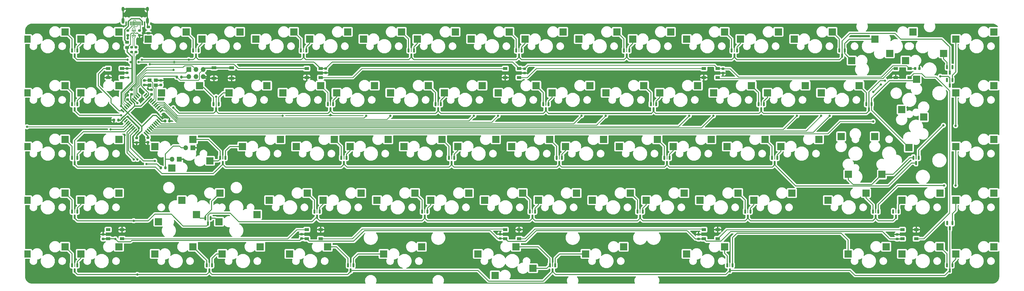
<source format=gbr>
%TF.GenerationSoftware,KiCad,Pcbnew,(5.99.0-11177-g6c67dfa032)*%
%TF.CreationDate,2021-09-17T12:08:34+03:00*%
%TF.ProjectId,SunsetterR2_Hotswap,53756e73-6574-4746-9572-52325f486f74,rev?*%
%TF.SameCoordinates,Original*%
%TF.FileFunction,Copper,L2,Bot*%
%TF.FilePolarity,Positive*%
%FSLAX46Y46*%
G04 Gerber Fmt 4.6, Leading zero omitted, Abs format (unit mm)*
G04 Created by KiCad (PCBNEW (5.99.0-11177-g6c67dfa032)) date 2021-09-17 12:08:34*
%MOMM*%
%LPD*%
G01*
G04 APERTURE LIST*
G04 Aperture macros list*
%AMRoundRect*
0 Rectangle with rounded corners*
0 $1 Rounding radius*
0 $2 $3 $4 $5 $6 $7 $8 $9 X,Y pos of 4 corners*
0 Add a 4 corners polygon primitive as box body*
4,1,4,$2,$3,$4,$5,$6,$7,$8,$9,$2,$3,0*
0 Add four circle primitives for the rounded corners*
1,1,$1+$1,$2,$3*
1,1,$1+$1,$4,$5*
1,1,$1+$1,$6,$7*
1,1,$1+$1,$8,$9*
0 Add four rect primitives between the rounded corners*
20,1,$1+$1,$2,$3,$4,$5,0*
20,1,$1+$1,$4,$5,$6,$7,0*
20,1,$1+$1,$6,$7,$8,$9,0*
20,1,$1+$1,$8,$9,$2,$3,0*%
%AMRotRect*
0 Rectangle, with rotation*
0 The origin of the aperture is its center*
0 $1 length*
0 $2 width*
0 $3 Rotation angle, in degrees counterclockwise*
0 Add horizontal line*
21,1,$1,$2,0,0,$3*%
G04 Aperture macros list end*
%TA.AperFunction,SMDPad,CuDef*%
%ADD10R,1.500000X1.000000*%
%TD*%
%TA.AperFunction,ComponentPad*%
%ADD11C,1.200000*%
%TD*%
%TA.AperFunction,SMDPad,CuDef*%
%ADD12R,2.550000X2.500000*%
%TD*%
%TA.AperFunction,SMDPad,CuDef*%
%ADD13R,2.200000X2.500000*%
%TD*%
%TA.AperFunction,SMDPad,CuDef*%
%ADD14RoundRect,0.200000X-0.275000X0.200000X-0.275000X-0.200000X0.275000X-0.200000X0.275000X0.200000X0*%
%TD*%
%TA.AperFunction,SMDPad,CuDef*%
%ADD15RoundRect,0.225000X0.250000X-0.225000X0.250000X0.225000X-0.250000X0.225000X-0.250000X-0.225000X0*%
%TD*%
%TA.AperFunction,SMDPad,CuDef*%
%ADD16R,2.500000X2.550000*%
%TD*%
%TA.AperFunction,SMDPad,CuDef*%
%ADD17RoundRect,0.150000X-0.150000X0.587500X-0.150000X-0.587500X0.150000X-0.587500X0.150000X0.587500X0*%
%TD*%
%TA.AperFunction,SMDPad,CuDef*%
%ADD18RoundRect,0.225000X0.225000X0.250000X-0.225000X0.250000X-0.225000X-0.250000X0.225000X-0.250000X0*%
%TD*%
%TA.AperFunction,SMDPad,CuDef*%
%ADD19R,1.700000X1.000000*%
%TD*%
%TA.AperFunction,SMDPad,CuDef*%
%ADD20RoundRect,0.225000X-0.250000X0.225000X-0.250000X-0.225000X0.250000X-0.225000X0.250000X0.225000X0*%
%TD*%
%TA.AperFunction,SMDPad,CuDef*%
%ADD21R,1.400000X1.200000*%
%TD*%
%TA.AperFunction,SMDPad,CuDef*%
%ADD22R,0.375000X0.500000*%
%TD*%
%TA.AperFunction,SMDPad,CuDef*%
%ADD23R,0.300000X0.650000*%
%TD*%
%TA.AperFunction,ComponentPad*%
%ADD24R,1.700000X1.700000*%
%TD*%
%TA.AperFunction,ComponentPad*%
%ADD25O,1.700000X1.700000*%
%TD*%
%TA.AperFunction,SMDPad,CuDef*%
%ADD26RoundRect,0.243750X-0.456250X0.243750X-0.456250X-0.243750X0.456250X-0.243750X0.456250X0.243750X0*%
%TD*%
%TA.AperFunction,SMDPad,CuDef*%
%ADD27R,0.600000X1.450000*%
%TD*%
%TA.AperFunction,SMDPad,CuDef*%
%ADD28R,0.300000X1.450000*%
%TD*%
%TA.AperFunction,ComponentPad*%
%ADD29O,1.000000X2.100000*%
%TD*%
%TA.AperFunction,ComponentPad*%
%ADD30O,1.000000X1.600000*%
%TD*%
%TA.AperFunction,SMDPad,CuDef*%
%ADD31RoundRect,0.200000X0.275000X-0.200000X0.275000X0.200000X-0.275000X0.200000X-0.275000X-0.200000X0*%
%TD*%
%TA.AperFunction,SMDPad,CuDef*%
%ADD32RoundRect,0.225000X-0.225000X-0.250000X0.225000X-0.250000X0.225000X0.250000X-0.225000X0.250000X0*%
%TD*%
%TA.AperFunction,SMDPad,CuDef*%
%ADD33RoundRect,0.200000X0.200000X0.275000X-0.200000X0.275000X-0.200000X-0.275000X0.200000X-0.275000X0*%
%TD*%
%TA.AperFunction,SMDPad,CuDef*%
%ADD34RotRect,1.500000X0.550000X315.000000*%
%TD*%
%TA.AperFunction,SMDPad,CuDef*%
%ADD35RotRect,1.500000X0.550000X225.000000*%
%TD*%
%TA.AperFunction,SMDPad,CuDef*%
%ADD36RoundRect,0.200000X-0.200000X-0.275000X0.200000X-0.275000X0.200000X0.275000X-0.200000X0.275000X0*%
%TD*%
%TA.AperFunction,SMDPad,CuDef*%
%ADD37RoundRect,0.218750X-0.381250X0.218750X-0.381250X-0.218750X0.381250X-0.218750X0.381250X0.218750X0*%
%TD*%
%TA.AperFunction,ViaPad*%
%ADD38C,0.800000*%
%TD*%
%TA.AperFunction,Conductor*%
%ADD39C,0.300000*%
%TD*%
%TA.AperFunction,Conductor*%
%ADD40C,0.400000*%
%TD*%
%TA.AperFunction,Conductor*%
%ADD41C,0.250000*%
%TD*%
%TA.AperFunction,Conductor*%
%ADD42C,0.350000*%
%TD*%
%TA.AperFunction,Conductor*%
%ADD43C,0.200000*%
%TD*%
G04 APERTURE END LIST*
D10*
%TO.P,RGB5,1,VDD*%
%TO.N,+5V*%
X342968750Y-46025000D03*
%TO.P,RGB5,2,DOUT*%
%TO.N,Net-(RGB5-Pad2)*%
X342968750Y-49225000D03*
%TO.P,RGB5,3,VSS*%
%TO.N,Earth*%
X338068750Y-49225000D03*
%TO.P,RGB5,4,DIN*%
%TO.N,Net-(RGB4-Pad2)*%
X338068750Y-46025000D03*
%TD*%
%TO.P,RGB8,1,VDD*%
%TO.N,+5V*%
X199956250Y-106375000D03*
%TO.P,RGB8,2,DOUT*%
%TO.N,Net-(RGB8-Pad2)*%
X199956250Y-103175000D03*
%TO.P,RGB8,3,VSS*%
%TO.N,Earth*%
X204856250Y-103175000D03*
%TO.P,RGB8,4,DIN*%
%TO.N,Net-(RGB7-Pad2)*%
X204856250Y-106375000D03*
%TD*%
D11*
%TO.P,K21,1,1*%
%TO.N,Net-(K21-Pad1)*%
X102177500Y-54610000D03*
D12*
X102177500Y-54610000D03*
%TO.P,K21,2,2*%
%TO.N,/SCL*%
X115627500Y-52070000D03*
D11*
X115627500Y-52070000D03*
%TD*%
D12*
%TO.P,K80,1,1*%
%TO.N,Net-(K80-Pad1)*%
X359352500Y-92710000D03*
D11*
X359352500Y-92710000D03*
D12*
%TO.P,K80,2,2*%
%TO.N,/col16*%
X372802500Y-90170000D03*
D11*
X372802500Y-90170000D03*
%TD*%
D13*
%TO.P,K35,1,1*%
%TO.N,/col0*%
X30915000Y-73660000D03*
D11*
X30740000Y-73660000D03*
D12*
%TO.P,K35,2,2*%
%TO.N,Net-(K35-Pad2)*%
X44190000Y-71120000D03*
D11*
X44190000Y-71120000D03*
%TD*%
%TO.P,K30,1,1*%
%TO.N,/col12*%
X273627500Y-54610000D03*
D12*
X273627500Y-54610000D03*
D11*
%TO.P,K30,2,2*%
%TO.N,Net-(K30-Pad2)*%
X287077500Y-52070000D03*
D12*
X287077500Y-52070000D03*
%TD*%
D14*
%TO.P,R6,1*%
%TO.N,/D-*%
X67792600Y-38494200D03*
%TO.P,R6,2*%
%TO.N,/MCUD-*%
X67792600Y-40144200D03*
%TD*%
D12*
%TO.P,K31,1,1*%
%TO.N,Net-(K31-Pad1)*%
X292677500Y-54610000D03*
D11*
X292677500Y-54610000D03*
%TO.P,K31,2,2*%
%TO.N,/col13*%
X306127500Y-52070000D03*
D12*
X306127500Y-52070000D03*
%TD*%
D15*
%TO.P,C4,1*%
%TO.N,+5V*%
X74803000Y-55131000D03*
%TO.P,C4,2*%
%TO.N,Earth*%
X74803000Y-53581000D03*
%TD*%
D16*
%TO.P,K33,1,1*%
%TO.N,Net-(K33-Pad1)*%
X345440000Y-49790000D03*
D11*
X345440000Y-49790000D03*
%TO.P,K33,2,2*%
%TO.N,/col15*%
X347980000Y-63240000D03*
D16*
X347980000Y-63240000D03*
%TD*%
D17*
%TO.P,KD20,1,A*%
%TO.N,Net-(K37-Pad1)*%
X99062500Y-77643750D03*
%TO.P,KD20,2,A*%
%TO.N,Net-(K38-Pad1)*%
X100962500Y-77643750D03*
%TO.P,KD20,3,K*%
%TO.N,/row2*%
X100012500Y-79518750D03*
%TD*%
D14*
%TO.P,R2,1*%
%TO.N,Net-(J1-PadB5)*%
X70586600Y-32576000D03*
%TO.P,R2,2*%
%TO.N,Earth*%
X70586600Y-34226000D03*
%TD*%
D17*
%TO.P,KD4,1,A*%
%TO.N,Net-(K7-Pad2)*%
X165737500Y-39543750D03*
%TO.P,KD4,2,A*%
%TO.N,Net-(K8-Pad1)*%
X167637500Y-39543750D03*
%TO.P,KD4,3,K*%
%TO.N,/MISO*%
X166687500Y-41418750D03*
%TD*%
D11*
%TO.P,K73,1,1*%
%TO.N,Net-(K73-Pad1)*%
X156946250Y-111760000D03*
D12*
X156946250Y-111760000D03*
%TO.P,K73,2,2*%
%TO.N,/col5*%
X170396250Y-109220000D03*
D11*
X170396250Y-109220000D03*
%TD*%
D13*
%TO.P,K51,1,1*%
%TO.N,/col0*%
X30915000Y-92710000D03*
D11*
X30740000Y-92710000D03*
D12*
%TO.P,K51,2,2*%
%TO.N,Net-(K51-Pad2)*%
X44190000Y-90170000D03*
D11*
X44190000Y-90170000D03*
%TD*%
D12*
%TO.P,K78,1,1*%
%TO.N,/col14*%
X340302500Y-111760000D03*
D11*
X340302500Y-111760000D03*
%TO.P,K78,2,2*%
%TO.N,Net-(K78-Pad2)*%
X353752500Y-109220000D03*
D12*
X353752500Y-109220000D03*
%TD*%
%TO.P,K23,1,1*%
%TO.N,Net-(K23-Pad1)*%
X140277500Y-54610000D03*
D11*
X140277500Y-54610000D03*
%TO.P,K23,2,2*%
%TO.N,/col5*%
X153727500Y-52070000D03*
D12*
X153727500Y-52070000D03*
%TD*%
D11*
%TO.P,K58,1,1*%
%TO.N,Net-(K58-Pad1)*%
X173615000Y-92710000D03*
D12*
X173615000Y-92710000D03*
D11*
%TO.P,K58,2,2*%
%TO.N,/col7*%
X187065000Y-90170000D03*
D12*
X187065000Y-90170000D03*
%TD*%
D18*
%TO.P,C10,1*%
%TO.N,Earth*%
X346469000Y-46025000D03*
%TO.P,C10,2*%
%TO.N,+5V*%
X344919000Y-46025000D03*
%TD*%
D11*
%TO.P,K56,1,1*%
%TO.N,Net-(K56-Pad1)*%
X135515000Y-92710000D03*
D12*
X135515000Y-92710000D03*
D11*
%TO.P,K56,2,2*%
%TO.N,/col5*%
X148965000Y-90170000D03*
D12*
X148965000Y-90170000D03*
%TD*%
D17*
%TO.P,KD13,1,A*%
%TO.N,Net-(K24-Pad2)*%
X175262500Y-58593750D03*
%TO.P,KD13,2,A*%
%TO.N,Net-(K25-Pad1)*%
X177162500Y-58593750D03*
%TO.P,KD13,3,K*%
%TO.N,/MOSI*%
X176212500Y-60468750D03*
%TD*%
D11*
%TO.P,K9,1,1*%
%TO.N,/col8*%
X187902500Y-35560000D03*
D12*
X187902500Y-35560000D03*
D11*
%TO.P,K9,2,2*%
%TO.N,Net-(K9-Pad2)*%
X201352500Y-33020000D03*
D12*
X201352500Y-33020000D03*
%TD*%
D15*
%TO.P,C6,1*%
%TO.N,Earth*%
X66167000Y-47575000D03*
%TO.P,C6,2*%
%TO.N,+5V*%
X66167000Y-46025000D03*
%TD*%
D11*
%TO.P,K10,1,1*%
%TO.N,Net-(K10-Pad1)*%
X206952500Y-35560000D03*
D12*
X206952500Y-35560000D03*
%TO.P,K10,2,2*%
%TO.N,/col9*%
X220402500Y-33020000D03*
D11*
X220402500Y-33020000D03*
%TD*%
D17*
%TO.P,KD30,1,A*%
%TO.N,Net-(K57-Pad2)*%
X170500000Y-96693750D03*
%TO.P,KD30,2,A*%
%TO.N,Net-(K58-Pad1)*%
X172400000Y-96693750D03*
%TO.P,KD30,3,K*%
%TO.N,/row3*%
X171450000Y-98568750D03*
%TD*%
D12*
%TO.P,K6,1,1*%
%TO.N,Net-(K6-Pad1)*%
X130752500Y-35560000D03*
D11*
X130752500Y-35560000D03*
D12*
%TO.P,K6,2,2*%
%TO.N,/col5*%
X144202500Y-33020000D03*
D11*
X144202500Y-33020000D03*
%TD*%
D19*
%TO.P,SW1,1,1*%
%TO.N,Earth*%
X103162500Y-49525000D03*
X96862500Y-49525000D03*
%TO.P,SW1,2,2*%
%TO.N,/RES*%
X96862500Y-45725000D03*
X103162500Y-45725000D03*
%TD*%
D20*
%TO.P,C2,1*%
%TO.N,+5V*%
X69494400Y-70675200D03*
%TO.P,C2,2*%
%TO.N,Earth*%
X69494400Y-72225200D03*
%TD*%
D17*
%TO.P,KD9,1,A*%
%TO.N,Net-(K17-Pad1)*%
X356237500Y-45544500D03*
%TO.P,KD9,2,A*%
%TO.N,unconnected-(KD9-Pad2)*%
X358137500Y-45544500D03*
%TO.P,KD9,3,K*%
%TO.N,/MISO*%
X357187500Y-47419500D03*
%TD*%
%TO.P,KD25,1,A*%
%TO.N,Net-(K47-Pad2)*%
X294325000Y-77643750D03*
%TO.P,KD25,2,A*%
%TO.N,Net-(K48-Pad1)*%
X296225000Y-77643750D03*
%TO.P,KD25,3,K*%
%TO.N,/row2*%
X295275000Y-79518750D03*
%TD*%
D10*
%TO.P,RGB1,1,VDD*%
%TO.N,+5V*%
X64362500Y-46025000D03*
%TO.P,RGB1,2,DOUT*%
%TO.N,Net-(RGB1-Pad2)*%
X64362500Y-49225000D03*
%TO.P,RGB1,3,VSS*%
%TO.N,Earth*%
X59462500Y-49225000D03*
%TO.P,RGB1,4,DIN*%
%TO.N,/RGB_D*%
X59462500Y-46025000D03*
%TD*%
D17*
%TO.P,KD18,1,A*%
%TO.N,unconnected-(KD18-Pad1)*%
X356237500Y-50116500D03*
%TO.P,KD18,2,A*%
%TO.N,Net-(K34-Pad1)*%
X358137500Y-50116500D03*
%TO.P,KD18,3,K*%
%TO.N,/MOSI*%
X357187500Y-51991500D03*
%TD*%
D12*
%TO.P,K25,1,1*%
%TO.N,Net-(K25-Pad1)*%
X178377500Y-54610000D03*
D11*
X178377500Y-54610000D03*
D12*
%TO.P,K25,2,2*%
%TO.N,/col7*%
X191827500Y-52070000D03*
D11*
X191827500Y-52070000D03*
%TD*%
D17*
%TO.P,KD41,1,A*%
%TO.N,Net-(K78-Pad2)*%
X356237500Y-115743750D03*
%TO.P,KD41,2,A*%
%TO.N,Net-(K79-Pad1)*%
X358137500Y-115743750D03*
%TO.P,KD41,3,K*%
%TO.N,/row4*%
X357187500Y-117618750D03*
%TD*%
%TO.P,KD17,1,A*%
%TO.N,Net-(K32-Pad2)*%
X327662500Y-58593750D03*
%TO.P,KD17,2,A*%
%TO.N,Net-(K33-Pad1)*%
X329562500Y-58593750D03*
%TO.P,KD17,3,K*%
%TO.N,/MOSI*%
X328612500Y-60468750D03*
%TD*%
D11*
%TO.P,K67,1,1*%
%TO.N,Net-(K67-Pad1)*%
X340302500Y-92710000D03*
D12*
X340302500Y-92710000D03*
D11*
%TO.P,K67,2,2*%
%TO.N,/col16*%
X353752500Y-90170000D03*
D12*
X353752500Y-90170000D03*
%TD*%
D17*
%TO.P,KD31,1,A*%
%TO.N,Net-(K59-Pad2)*%
X208600000Y-96693750D03*
%TO.P,KD31,2,A*%
%TO.N,Net-(K60-Pad1)*%
X210500000Y-96693750D03*
%TO.P,KD31,3,K*%
%TO.N,/row3*%
X209550000Y-98568750D03*
%TD*%
D11*
%TO.P,K46,1,1*%
%TO.N,Net-(K46-Pad1)*%
X259340000Y-73660000D03*
D12*
X259340000Y-73660000D03*
%TO.P,K46,2,2*%
%TO.N,/col11*%
X272790000Y-71120000D03*
D11*
X272790000Y-71120000D03*
%TD*%
D10*
%TO.P,RGB4,1,VDD*%
%TO.N,+5V*%
X275103125Y-46025000D03*
%TO.P,RGB4,2,DOUT*%
%TO.N,Net-(RGB4-Pad2)*%
X275103125Y-49225000D03*
%TO.P,RGB4,3,VSS*%
%TO.N,Earth*%
X270203125Y-49225000D03*
%TO.P,RGB4,4,DIN*%
%TO.N,Net-(RGB3-Pad2)*%
X270203125Y-46025000D03*
%TD*%
D11*
%TO.P,K49,1,1*%
%TO.N,Net-(K49-Pad1)*%
X333216250Y-83560000D03*
D16*
X333216250Y-83560000D03*
%TO.P,K49,2,2*%
%TO.N,/col14*%
X330676250Y-70110000D03*
D11*
X330676250Y-70110000D03*
%TD*%
D12*
%TO.P,K11,1,1*%
%TO.N,/col10*%
X226002500Y-35560000D03*
D11*
X226002500Y-35560000D03*
D12*
%TO.P,K11,2,2*%
%TO.N,Net-(K11-Pad2)*%
X239452500Y-33020000D03*
D11*
X239452500Y-33020000D03*
%TD*%
%TO.P,K14,1,1*%
%TO.N,Net-(K14-Pad1)*%
X283152500Y-35560000D03*
D12*
X283152500Y-35560000D03*
D11*
%TO.P,K14,2,2*%
%TO.N,/col13*%
X296602500Y-33020000D03*
D12*
X296602500Y-33020000D03*
%TD*%
D20*
%TO.P,C17,1*%
%TO.N,Net-(C17-Pad1)*%
X72263000Y-50279000D03*
%TO.P,C17,2*%
%TO.N,Earth*%
X72263000Y-51829000D03*
%TD*%
D17*
%TO.P,KD39,1,A*%
%TO.N,Net-(K74-Pad2)*%
X215743750Y-115743750D03*
%TO.P,KD39,2,A*%
%TO.N,Net-(K75-Pad1)*%
X217643750Y-115743750D03*
%TO.P,KD39,3,K*%
%TO.N,/row4*%
X216693750Y-117618750D03*
%TD*%
D21*
%TO.P,Y1,1,1*%
%TO.N,Net-(C17-Pad1)*%
X74084000Y-50204000D03*
%TO.P,Y1,2,2*%
%TO.N,Earth*%
X76284000Y-50204000D03*
%TO.P,Y1,3,3*%
%TO.N,Net-(C16-Pad1)*%
X76284000Y-51904000D03*
%TO.P,Y1,4,4*%
%TO.N,Earth*%
X74084000Y-51904000D03*
%TD*%
D16*
%TO.P,K49A1,1,1*%
%TO.N,Net-(K49-Pad1)*%
X321310000Y-83560000D03*
D11*
X321310000Y-83560000D03*
%TO.P,K49A1,2,2*%
%TO.N,/col14*%
X318770000Y-70110000D03*
D16*
X318770000Y-70110000D03*
%TD*%
D17*
%TO.P,KD19,1,A*%
%TO.N,Net-(K35-Pad2)*%
X46675000Y-77643750D03*
%TO.P,KD19,2,A*%
%TO.N,Net-(K36-Pad1)*%
X48575000Y-77643750D03*
%TO.P,KD19,3,K*%
%TO.N,/row2*%
X47625000Y-79518750D03*
%TD*%
%TO.P,KD28,1,A*%
%TO.N,Net-(K53-Pad1)*%
X93792000Y-99075000D03*
%TO.P,KD28,2,A*%
%TO.N,Net-(K54-Pad2)*%
X95692000Y-99075000D03*
%TO.P,KD28,3,K*%
%TO.N,/row3*%
X94742000Y-100950000D03*
%TD*%
%TO.P,KD40,1,A*%
%TO.N,Net-(K76-Pad2)*%
X278450000Y-115743750D03*
%TO.P,KD40,2,A*%
%TO.N,Net-(K77-Pad1)*%
X280350000Y-115743750D03*
%TO.P,KD40,3,K*%
%TO.N,/row4*%
X279400000Y-117618750D03*
%TD*%
D22*
%TO.P,U1,1,I/O1*%
%TO.N,/Dun-*%
X67991700Y-32601800D03*
D23*
%TO.P,U1,2,GND*%
%TO.N,Earth*%
X68529200Y-32526800D03*
D22*
%TO.P,U1,3,I/O2*%
%TO.N,/Dun+*%
X69066700Y-32601800D03*
%TO.P,U1,4,I/O2*%
%TO.N,/D+*%
X69066700Y-34301800D03*
D23*
%TO.P,U1,5,VBUS*%
%TO.N,+5V*%
X68529200Y-34376800D03*
D22*
%TO.P,U1,6,I/O1*%
%TO.N,/D-*%
X67991700Y-34301800D03*
%TD*%
D13*
%TO.P,K18,1,1*%
%TO.N,/col0*%
X30915000Y-54610000D03*
D11*
X30740000Y-54610000D03*
%TO.P,K18,2,2*%
%TO.N,Net-(K18-Pad2)*%
X44190000Y-52070000D03*
D12*
X44190000Y-52070000D03*
%TD*%
D14*
%TO.P,R7,1*%
%TO.N,Net-(R7-Pad1)*%
X73533000Y-70549000D03*
%TO.P,R7,2*%
%TO.N,Earth*%
X73533000Y-72199000D03*
%TD*%
D17*
%TO.P,KD26,1,A*%
%TO.N,Net-(K49-Pad1)*%
X344331250Y-77643750D03*
%TO.P,KD26,2,A*%
%TO.N,Net-(K50-Pad1)*%
X346231250Y-77643750D03*
%TO.P,KD26,3,K*%
%TO.N,/row2*%
X345281250Y-79518750D03*
%TD*%
D12*
%TO.P,K66,1,1*%
%TO.N,Net-(K66-Pad1)*%
X359352500Y-73660000D03*
D11*
X359352500Y-73660000D03*
%TO.P,K66,2,2*%
%TO.N,/col15*%
X372802500Y-71120000D03*
D12*
X372802500Y-71120000D03*
%TD*%
D10*
%TO.P,RGB7,1,VDD*%
%TO.N,+5V*%
X270203125Y-106375000D03*
%TO.P,RGB7,2,DOUT*%
%TO.N,Net-(RGB7-Pad2)*%
X270203125Y-103175000D03*
%TO.P,RGB7,3,VSS*%
%TO.N,Earth*%
X275103125Y-103175000D03*
%TO.P,RGB7,4,DIN*%
%TO.N,Net-(RGB6-Pad2)*%
X275103125Y-106375000D03*
%TD*%
D12*
%TO.P,K36,1,1*%
%TO.N,Net-(K36-Pad1)*%
X49790000Y-73660000D03*
D11*
X49790000Y-73660000D03*
D12*
%TO.P,K36,2,2*%
%TO.N,/col1*%
X63240000Y-71120000D03*
D11*
X63240000Y-71120000D03*
%TD*%
%TO.P,K32,1,1*%
%TO.N,/col14*%
X311727500Y-54610000D03*
D12*
X311727500Y-54610000D03*
%TO.P,K32,2,2*%
%TO.N,Net-(K32-Pad2)*%
X325177500Y-52070000D03*
D11*
X325177500Y-52070000D03*
%TD*%
D24*
%TO.P,LED1,1,K*%
%TO.N,Earth*%
X84633750Y-78182000D03*
D25*
%TO.P,LED1,2,A*%
%TO.N,Net-(LED1-Pad2)*%
X82093750Y-78182000D03*
%TD*%
D26*
%TO.P,F1,1*%
%TO.N,Net-(F1-Pad1)*%
X66116200Y-36730700D03*
%TO.P,F1,2*%
%TO.N,+5V*%
X66116200Y-38605700D03*
%TD*%
D17*
%TO.P,KD1,1,A*%
%TO.N,Net-(K1-Pad2)*%
X46675000Y-39543750D03*
%TO.P,KD1,2,A*%
%TO.N,Net-(K2-Pad1)*%
X48575000Y-39543750D03*
%TO.P,KD1,3,K*%
%TO.N,/MISO*%
X47625000Y-41418750D03*
%TD*%
D15*
%TO.P,C7,1*%
%TO.N,Earth*%
X136398000Y-47575000D03*
%TO.P,C7,2*%
%TO.N,+5V*%
X136398000Y-46025000D03*
%TD*%
D11*
%TO.P,K8,1,1*%
%TO.N,Net-(K8-Pad1)*%
X168852500Y-35560000D03*
D12*
X168852500Y-35560000D03*
D11*
%TO.P,K8,2,2*%
%TO.N,/col7*%
X182302500Y-33020000D03*
D12*
X182302500Y-33020000D03*
%TD*%
D17*
%TO.P,KD22,1,A*%
%TO.N,Net-(K41-Pad2)*%
X180025000Y-77643750D03*
%TO.P,KD22,2,A*%
%TO.N,Net-(K42-Pad1)*%
X181925000Y-77643750D03*
%TO.P,KD22,3,K*%
%TO.N,/row2*%
X180975000Y-79518750D03*
%TD*%
D12*
%TO.P,K72,1,1*%
%TO.N,/col4*%
X123608750Y-111760000D03*
D11*
X123608750Y-111760000D03*
D12*
%TO.P,K72,2,2*%
%TO.N,Net-(K72-Pad2)*%
X137058750Y-109220000D03*
D11*
X137058750Y-109220000D03*
%TD*%
D12*
%TO.P,K63,1,1*%
%TO.N,/col12*%
X268865000Y-92710000D03*
D11*
X268865000Y-92710000D03*
%TO.P,K63,2,2*%
%TO.N,Net-(K63-Pad2)*%
X282315000Y-90170000D03*
D12*
X282315000Y-90170000D03*
%TD*%
D15*
%TO.P,C9,1*%
%TO.N,Earth*%
X276987000Y-47638000D03*
%TO.P,C9,2*%
%TO.N,+5V*%
X276987000Y-46088000D03*
%TD*%
D10*
%TO.P,RGB3,1,VDD*%
%TO.N,+5V*%
X204856250Y-46025000D03*
%TO.P,RGB3,2,DOUT*%
%TO.N,Net-(RGB3-Pad2)*%
X204856250Y-49225000D03*
%TO.P,RGB3,3,VSS*%
%TO.N,Earth*%
X199956250Y-49225000D03*
%TO.P,RGB3,4,DIN*%
%TO.N,Net-(RGB2-Pad2)*%
X199956250Y-46025000D03*
%TD*%
D12*
%TO.P,K53,1,1*%
%TO.N,Net-(K53-Pad1)*%
X90703750Y-97790000D03*
D11*
X90703750Y-97790000D03*
%TO.P,K53,2,2*%
%TO.N,/col2*%
X77253750Y-100330000D03*
D12*
X77253750Y-100330000D03*
%TD*%
D17*
%TO.P,KD32,1,A*%
%TO.N,Net-(K61-Pad2)*%
X246700000Y-96693750D03*
%TO.P,KD32,2,A*%
%TO.N,Net-(K62-Pad1)*%
X248600000Y-96693750D03*
%TO.P,KD32,3,K*%
%TO.N,/row3*%
X247650000Y-98568750D03*
%TD*%
%TO.P,KD6,1,A*%
%TO.N,Net-(K11-Pad2)*%
X241937500Y-39543750D03*
%TO.P,KD6,2,A*%
%TO.N,Net-(K12-Pad1)*%
X243837500Y-39543750D03*
%TO.P,KD6,3,K*%
%TO.N,/MISO*%
X242887500Y-41418750D03*
%TD*%
%TO.P,KD36,1,A*%
%TO.N,Net-(K68-Pad2)*%
X46675000Y-115743750D03*
%TO.P,KD36,2,A*%
%TO.N,Net-(K69-Pad1)*%
X48575000Y-115743750D03*
%TO.P,KD36,3,K*%
%TO.N,/row4*%
X47625000Y-117618750D03*
%TD*%
D11*
%TO.P,K22,1,1*%
%TO.N,/col4*%
X121227500Y-54610000D03*
D12*
X121227500Y-54610000D03*
%TO.P,K22,2,2*%
%TO.N,Net-(K22-Pad2)*%
X134677500Y-52070000D03*
D11*
X134677500Y-52070000D03*
%TD*%
D12*
%TO.P,K7,1,1*%
%TO.N,/col6*%
X149802500Y-35560000D03*
D11*
X149802500Y-35560000D03*
D12*
%TO.P,K7,2,2*%
%TO.N,Net-(K7-Pad2)*%
X163252500Y-33020000D03*
D11*
X163252500Y-33020000D03*
%TD*%
D18*
%TO.P,C1,1*%
%TO.N,+5V*%
X63055800Y-64262000D03*
%TO.P,C1,2*%
%TO.N,Earth*%
X61505800Y-64262000D03*
%TD*%
D11*
%TO.P,K13,1,1*%
%TO.N,/col12*%
X264102500Y-35560000D03*
D12*
X264102500Y-35560000D03*
D11*
%TO.P,K13,2,2*%
%TO.N,Net-(K13-Pad2)*%
X277552500Y-33020000D03*
D12*
X277552500Y-33020000D03*
%TD*%
D17*
%TO.P,KD2,1,A*%
%TO.N,Net-(K3-Pad2)*%
X89537500Y-39543750D03*
%TO.P,KD2,2,A*%
%TO.N,Net-(K4-Pad1)*%
X91437500Y-39543750D03*
%TO.P,KD2,3,K*%
%TO.N,/MISO*%
X90487500Y-41418750D03*
%TD*%
D15*
%TO.P,C16,1*%
%TO.N,Net-(C16-Pad1)*%
X78105000Y-51829000D03*
%TO.P,C16,2*%
%TO.N,Earth*%
X78105000Y-50279000D03*
%TD*%
D10*
%TO.P,RGB6,1,VDD*%
%TO.N,+5V*%
X340450000Y-106375000D03*
%TO.P,RGB6,2,DOUT*%
%TO.N,Net-(RGB6-Pad2)*%
X340450000Y-103175000D03*
%TO.P,RGB6,3,VSS*%
%TO.N,Earth*%
X345350000Y-103175000D03*
%TO.P,RGB6,4,DIN*%
%TO.N,Net-(RGB5-Pad2)*%
X345350000Y-106375000D03*
%TD*%
D11*
%TO.P,K74A1,1,1*%
%TO.N,Net-(K74-Pad2)*%
X209772500Y-116840000D03*
D12*
X209772500Y-116840000D03*
D11*
%TO.P,K74A1,2,2*%
%TO.N,/col7*%
X196322500Y-119380000D03*
D12*
X196322500Y-119380000D03*
%TD*%
%TO.P,K27,1,1*%
%TO.N,Net-(K27-Pad1)*%
X216477500Y-54610000D03*
D11*
X216477500Y-54610000D03*
D12*
%TO.P,K27,2,2*%
%TO.N,/col9*%
X229927500Y-52070000D03*
D11*
X229927500Y-52070000D03*
%TD*%
D17*
%TO.P,KD15,1,A*%
%TO.N,Net-(K28-Pad2)*%
X251462500Y-58593750D03*
%TO.P,KD15,2,A*%
%TO.N,Net-(K29-Pad1)*%
X253362500Y-58593750D03*
%TO.P,KD15,3,K*%
%TO.N,/MOSI*%
X252412500Y-60468750D03*
%TD*%
D11*
%TO.P,K43,1,1*%
%TO.N,/col8*%
X202190000Y-73660000D03*
D12*
X202190000Y-73660000D03*
%TO.P,K43,2,2*%
%TO.N,Net-(K43-Pad2)*%
X215640000Y-71120000D03*
D11*
X215640000Y-71120000D03*
%TD*%
D10*
%TO.P,RGB2,1,VDD*%
%TO.N,+5V*%
X134609375Y-46025000D03*
%TO.P,RGB2,2,DOUT*%
%TO.N,Net-(RGB2-Pad2)*%
X134609375Y-49225000D03*
%TO.P,RGB2,3,VSS*%
%TO.N,Earth*%
X129709375Y-49225000D03*
%TO.P,RGB2,4,DIN*%
%TO.N,Net-(RGB1-Pad2)*%
X129709375Y-46025000D03*
%TD*%
D27*
%TO.P,J1,A1,GND*%
%TO.N,Earth*%
X65806250Y-30022600D03*
%TO.P,J1,A4,VBUS*%
%TO.N,Net-(F1-Pad1)*%
X66606250Y-30022600D03*
D28*
%TO.P,J1,A5,CC1*%
%TO.N,Net-(J1-PadA5)*%
X67806250Y-30022600D03*
%TO.P,J1,A6,D+*%
%TO.N,/Dun+*%
X68806250Y-30022600D03*
%TO.P,J1,A7,D-*%
%TO.N,/Dun-*%
X69306250Y-30022600D03*
%TO.P,J1,A8,SBU1*%
%TO.N,unconnected-(J1-PadA8)*%
X70306250Y-30022600D03*
D27*
%TO.P,J1,A9,VBUS*%
%TO.N,Net-(F1-Pad1)*%
X71506250Y-30022600D03*
%TO.P,J1,A12,GND*%
%TO.N,Earth*%
X72306250Y-30022600D03*
%TO.P,J1,B1,GND*%
X72306250Y-30022600D03*
%TO.P,J1,B4,VBUS*%
%TO.N,Net-(F1-Pad1)*%
X71506250Y-30022600D03*
D28*
%TO.P,J1,B5,CC2*%
%TO.N,Net-(J1-PadB5)*%
X70806250Y-30022600D03*
%TO.P,J1,B6,D+*%
%TO.N,/Dun+*%
X69806250Y-30022600D03*
%TO.P,J1,B7,D-*%
%TO.N,/Dun-*%
X68306250Y-30022600D03*
%TO.P,J1,B8,SBU2*%
%TO.N,unconnected-(J1-PadB8)*%
X67306250Y-30022600D03*
D27*
%TO.P,J1,B9,VBUS*%
%TO.N,Net-(F1-Pad1)*%
X66606250Y-30022600D03*
%TO.P,J1,B12,GND*%
%TO.N,Earth*%
X65806250Y-30022600D03*
D29*
%TO.P,J1,S1,SHIELD*%
%TO.N,Net-(FB1-Pad1)*%
X73376250Y-29107600D03*
D30*
X64736250Y-24927600D03*
X73376250Y-24927600D03*
D29*
X64736250Y-29107600D03*
%TD*%
D11*
%TO.P,K71,1,1*%
%TO.N,Net-(K71-Pad1)*%
X99796250Y-111760000D03*
D12*
X99796250Y-111760000D03*
%TO.P,K71,2,2*%
%TO.N,/SCL*%
X113246250Y-109220000D03*
D11*
X113246250Y-109220000D03*
%TD*%
%TO.P,K16A1,1,1*%
%TO.N,Net-(K16-Pad2)*%
X330771250Y-35560000D03*
D12*
X330771250Y-35560000D03*
D11*
%TO.P,K16A1,2,2*%
%TO.N,/col15*%
X344221250Y-33020000D03*
D12*
X344221250Y-33020000D03*
%TD*%
D11*
%TO.P,K29,1,1*%
%TO.N,Net-(K29-Pad1)*%
X254577500Y-54610000D03*
D12*
X254577500Y-54610000D03*
D11*
%TO.P,K29,2,2*%
%TO.N,/col11*%
X268027500Y-52070000D03*
D12*
X268027500Y-52070000D03*
%TD*%
%TO.P,K69,1,1*%
%TO.N,Net-(K69-Pad1)*%
X49790000Y-111760000D03*
D11*
X49790000Y-111760000D03*
%TO.P,K69,2,2*%
%TO.N,/col1*%
X63240000Y-109220000D03*
D12*
X63240000Y-109220000D03*
%TD*%
%TO.P,K59,1,1*%
%TO.N,/col8*%
X192665000Y-92710000D03*
D11*
X192665000Y-92710000D03*
D12*
%TO.P,K59,2,2*%
%TO.N,Net-(K59-Pad2)*%
X206115000Y-90170000D03*
D11*
X206115000Y-90170000D03*
%TD*%
D13*
%TO.P,K1,1,1*%
%TO.N,/col0*%
X30915000Y-35560000D03*
D11*
X30740000Y-35560000D03*
D12*
%TO.P,K1,2,2*%
%TO.N,Net-(K1-Pad2)*%
X44190000Y-33020000D03*
D11*
X44190000Y-33020000D03*
%TD*%
D12*
%TO.P,K77,1,1*%
%TO.N,Net-(K77-Pad1)*%
X321252500Y-111760000D03*
D11*
X321252500Y-111760000D03*
D12*
%TO.P,K77,2,2*%
%TO.N,/col13*%
X334702500Y-109220000D03*
D11*
X334702500Y-109220000D03*
%TD*%
D17*
%TO.P,KD34,1,A*%
%TO.N,Net-(K65-Pad2)*%
X330043750Y-96693750D03*
%TO.P,KD34,2,A*%
%TO.N,Net-(K66-Pad1)*%
X331943750Y-96693750D03*
%TO.P,KD34,3,K*%
%TO.N,/row3*%
X330993750Y-98568750D03*
%TD*%
%TO.P,KD12,1,A*%
%TO.N,Net-(K22-Pad2)*%
X137162500Y-58593750D03*
%TO.P,KD12,2,A*%
%TO.N,Net-(K23-Pad1)*%
X139062500Y-58593750D03*
%TO.P,KD12,3,K*%
%TO.N,/MOSI*%
X138112500Y-60468750D03*
%TD*%
D24*
%TO.P,LED1a1,1,K*%
%TO.N,Earth*%
X89396250Y-74143000D03*
D25*
%TO.P,LED1a1,2,A*%
%TO.N,Net-(LED1-Pad2)*%
X86856250Y-74143000D03*
%TD*%
D17*
%TO.P,KD16,1,A*%
%TO.N,Net-(K30-Pad2)*%
X289562500Y-58593750D03*
%TO.P,KD16,2,A*%
%TO.N,Net-(K31-Pad1)*%
X291462500Y-58593750D03*
%TO.P,KD16,3,K*%
%TO.N,/MOSI*%
X290512500Y-60468750D03*
%TD*%
D20*
%TO.P,C15,1*%
%TO.N,Earth*%
X57658000Y-104889000D03*
%TO.P,C15,2*%
%TO.N,+5V*%
X57658000Y-106439000D03*
%TD*%
D12*
%TO.P,K20,1,1*%
%TO.N,/col2*%
X78365000Y-54610000D03*
D11*
X78365000Y-54610000D03*
D12*
%TO.P,K20,2,2*%
%TO.N,Net-(K20-Pad2)*%
X91815000Y-52070000D03*
D11*
X91815000Y-52070000D03*
%TD*%
D31*
%TO.P,R5,1*%
%TO.N,/MCUD+*%
X69265800Y-40144200D03*
%TO.P,R5,2*%
%TO.N,/D+*%
X69265800Y-38494200D03*
%TD*%
D32*
%TO.P,C3,1*%
%TO.N,+5V*%
X79616000Y-64643000D03*
%TO.P,C3,2*%
%TO.N,Earth*%
X81166000Y-64643000D03*
%TD*%
D11*
%TO.P,K76,1,1*%
%TO.N,/col12*%
X264102500Y-111760000D03*
D12*
X264102500Y-111760000D03*
%TO.P,K76,2,2*%
%TO.N,Net-(K76-Pad2)*%
X277552500Y-109220000D03*
D11*
X277552500Y-109220000D03*
%TD*%
D12*
%TO.P,K45,1,1*%
%TO.N,/col10*%
X240290000Y-73660000D03*
D11*
X240290000Y-73660000D03*
%TO.P,K45,2,2*%
%TO.N,Net-(K45-Pad2)*%
X253740000Y-71120000D03*
D12*
X253740000Y-71120000D03*
%TD*%
D11*
%TO.P,K42,1,1*%
%TO.N,Net-(K42-Pad1)*%
X183140000Y-73660000D03*
D12*
X183140000Y-73660000D03*
D11*
%TO.P,K42,2,2*%
%TO.N,/col7*%
X196590000Y-71120000D03*
D12*
X196590000Y-71120000D03*
%TD*%
D17*
%TO.P,KD29,1,A*%
%TO.N,Net-(K55-Pad2)*%
X132400000Y-96693750D03*
%TO.P,KD29,2,A*%
%TO.N,Net-(K56-Pad1)*%
X134300000Y-96693750D03*
%TO.P,KD29,3,K*%
%TO.N,/row3*%
X133350000Y-98568750D03*
%TD*%
D12*
%TO.P,K16,1,1*%
%TO.N,/col15*%
X335972500Y-40640000D03*
D11*
X335972500Y-40640000D03*
%TO.P,K16,2,2*%
%TO.N,Net-(K16-Pad2)*%
X322522500Y-43180000D03*
D12*
X322522500Y-43180000D03*
%TD*%
%TO.P,K44,1,1*%
%TO.N,Net-(K44-Pad1)*%
X221240000Y-73660000D03*
D11*
X221240000Y-73660000D03*
D12*
%TO.P,K44,2,2*%
%TO.N,/col9*%
X234690000Y-71120000D03*
D11*
X234690000Y-71120000D03*
%TD*%
%TO.P,K3,1,1*%
%TO.N,/col2*%
X73602500Y-35560000D03*
D12*
X73602500Y-35560000D03*
%TO.P,K3,2,2*%
%TO.N,Net-(K3-Pad2)*%
X87052500Y-33020000D03*
D11*
X87052500Y-33020000D03*
%TD*%
D10*
%TO.P,RGB10,1,VDD*%
%TO.N,+5V*%
X59462500Y-106375000D03*
%TO.P,RGB10,2,DOUT*%
%TO.N,unconnected-(RGB10-Pad2)*%
X59462500Y-103175000D03*
%TO.P,RGB10,3,VSS*%
%TO.N,Earth*%
X64362500Y-103175000D03*
%TO.P,RGB10,4,DIN*%
%TO.N,Net-(RGB10-Pad4)*%
X64362500Y-106375000D03*
%TD*%
D17*
%TO.P,KD23,1,A*%
%TO.N,Net-(K43-Pad2)*%
X218125000Y-77643750D03*
%TO.P,KD23,2,A*%
%TO.N,Net-(K44-Pad1)*%
X220025000Y-77643750D03*
%TO.P,KD23,3,K*%
%TO.N,/row2*%
X219075000Y-79518750D03*
%TD*%
%TO.P,KD42,1,A*%
%TO.N,unconnected-(KD42-Pad1)*%
X356301000Y-100789500D03*
%TO.P,KD42,2,A*%
%TO.N,Net-(K80-Pad1)*%
X358201000Y-100789500D03*
%TO.P,KD42,3,K*%
%TO.N,/row4*%
X357251000Y-102664500D03*
%TD*%
D11*
%TO.P,K34,1,1*%
%TO.N,Net-(K34-Pad1)*%
X359352500Y-35560000D03*
D12*
X359352500Y-35560000D03*
D11*
%TO.P,K34,2,2*%
%TO.N,/col16*%
X372802500Y-33020000D03*
D12*
X372802500Y-33020000D03*
%TD*%
D17*
%TO.P,KD7,1,A*%
%TO.N,Net-(K13-Pad2)*%
X280037500Y-39543750D03*
%TO.P,KD7,2,A*%
%TO.N,Net-(K14-Pad1)*%
X281937500Y-39543750D03*
%TO.P,KD7,3,K*%
%TO.N,/MISO*%
X280987500Y-41418750D03*
%TD*%
D20*
%TO.P,C14,1*%
%TO.N,Earth*%
X127889000Y-104762000D03*
%TO.P,C14,2*%
%TO.N,+5V*%
X127889000Y-106312000D03*
%TD*%
D12*
%TO.P,K55,1,1*%
%TO.N,/col4*%
X116465000Y-92710000D03*
D11*
X116465000Y-92710000D03*
D12*
%TO.P,K55,2,2*%
%TO.N,Net-(K55-Pad2)*%
X129915000Y-90170000D03*
D11*
X129915000Y-90170000D03*
%TD*%
D12*
%TO.P,K4,1,1*%
%TO.N,Net-(K4-Pad1)*%
X92652500Y-35560000D03*
D11*
X92652500Y-35560000D03*
%TO.P,K4,2,2*%
%TO.N,/SCL*%
X106102500Y-33020000D03*
D12*
X106102500Y-33020000D03*
%TD*%
%TO.P,K70,1,1*%
%TO.N,/col2*%
X75983750Y-111760000D03*
D11*
X75983750Y-111760000D03*
D12*
%TO.P,K70,2,2*%
%TO.N,Net-(K70-Pad2)*%
X89433750Y-109220000D03*
D11*
X89433750Y-109220000D03*
%TD*%
D17*
%TO.P,KD10,1,A*%
%TO.N,Net-(K18-Pad2)*%
X46675000Y-58593750D03*
%TO.P,KD10,2,A*%
%TO.N,Net-(K19-Pad1)*%
X48575000Y-58593750D03*
%TO.P,KD10,3,K*%
%TO.N,/MOSI*%
X47625000Y-60468750D03*
%TD*%
%TO.P,KD14,1,A*%
%TO.N,Net-(K26-Pad2)*%
X213362500Y-58593750D03*
%TO.P,KD14,2,A*%
%TO.N,Net-(K27-Pad1)*%
X215262500Y-58593750D03*
%TO.P,KD14,3,K*%
%TO.N,/MOSI*%
X214312500Y-60468750D03*
%TD*%
D11*
%TO.P,K62,1,1*%
%TO.N,Net-(K62-Pad1)*%
X249815000Y-92710000D03*
D12*
X249815000Y-92710000D03*
D11*
%TO.P,K62,2,2*%
%TO.N,/col11*%
X263265000Y-90170000D03*
D12*
X263265000Y-90170000D03*
%TD*%
D33*
%TO.P,R3,1*%
%TO.N,+5V*%
X85407000Y-49022000D03*
%TO.P,R3,2*%
%TO.N,/RES*%
X83757000Y-49022000D03*
%TD*%
D10*
%TO.P,RGB9,1,VDD*%
%TO.N,+5V*%
X129709375Y-106375000D03*
%TO.P,RGB9,2,DOUT*%
%TO.N,Net-(RGB10-Pad4)*%
X129709375Y-103175000D03*
%TO.P,RGB9,3,VSS*%
%TO.N,Earth*%
X134609375Y-103175000D03*
%TO.P,RGB9,4,DIN*%
%TO.N,Net-(RGB8-Pad2)*%
X134609375Y-106375000D03*
%TD*%
D17*
%TO.P,KD27,1,A*%
%TO.N,Net-(K51-Pad2)*%
X46675000Y-96693750D03*
%TO.P,KD27,2,A*%
%TO.N,Net-(K52-Pad1)*%
X48575000Y-96693750D03*
%TO.P,KD27,3,K*%
%TO.N,/row3*%
X47625000Y-98568750D03*
%TD*%
D12*
%TO.P,K15,1,1*%
%TO.N,/col14*%
X302202500Y-35560000D03*
D11*
X302202500Y-35560000D03*
%TO.P,K15,2,2*%
%TO.N,Net-(K15-Pad2)*%
X315652500Y-33020000D03*
D12*
X315652500Y-33020000D03*
%TD*%
D11*
%TO.P,K61,1,1*%
%TO.N,/col10*%
X230765000Y-92710000D03*
D12*
X230765000Y-92710000D03*
D11*
%TO.P,K61,2,2*%
%TO.N,Net-(K61-Pad2)*%
X244215000Y-90170000D03*
D12*
X244215000Y-90170000D03*
%TD*%
D17*
%TO.P,KD21,1,A*%
%TO.N,Net-(K39-Pad2)*%
X141925000Y-77643750D03*
%TO.P,KD21,2,A*%
%TO.N,Net-(K40-Pad1)*%
X143825000Y-77643750D03*
%TO.P,KD21,3,K*%
%TO.N,/row2*%
X142875000Y-79518750D03*
%TD*%
D15*
%TO.P,C5,1*%
%TO.N,+5V*%
X67767200Y-55131000D03*
%TO.P,C5,2*%
%TO.N,Earth*%
X67767200Y-53581000D03*
%TD*%
D20*
%TO.P,C18,1*%
%TO.N,Earth*%
X66294000Y-55511400D03*
%TO.P,C18,2*%
%TO.N,Net-(C18-Pad2)*%
X66294000Y-57061400D03*
%TD*%
%TO.P,C11,1*%
%TO.N,Earth*%
X338582000Y-104889000D03*
%TO.P,C11,2*%
%TO.N,+5V*%
X338582000Y-106439000D03*
%TD*%
D12*
%TO.P,K53A1,1,1*%
%TO.N,/col2*%
X85508750Y-92710000D03*
D11*
X85508750Y-92710000D03*
D12*
%TO.P,K53A1,2,2*%
%TO.N,Net-(K53-Pad1)*%
X98958750Y-90170000D03*
D11*
X98958750Y-90170000D03*
%TD*%
%TO.P,K38,1,1*%
%TO.N,Net-(K38-Pad1)*%
X106940000Y-73660000D03*
D12*
X106940000Y-73660000D03*
D11*
%TO.P,K38,2,2*%
%TO.N,/SCL*%
X120390000Y-71120000D03*
D12*
X120390000Y-71120000D03*
%TD*%
D20*
%TO.P,C13,1*%
%TO.N,Earth*%
X198120000Y-104762000D03*
%TO.P,C13,2*%
%TO.N,+5V*%
X198120000Y-106312000D03*
%TD*%
D12*
%TO.P,K17,1,1*%
%TO.N,Net-(K17-Pad1)*%
X355022500Y-40640000D03*
D11*
X355022500Y-40640000D03*
D12*
%TO.P,K17,2,2*%
%TO.N,/col16*%
X341572500Y-43180000D03*
D11*
X341572500Y-43180000D03*
%TD*%
%TO.P,K68,1,1*%
%TO.N,/col0*%
X30740000Y-111760000D03*
D13*
X30915000Y-111760000D03*
D11*
%TO.P,K68,2,2*%
%TO.N,Net-(K68-Pad2)*%
X44190000Y-109220000D03*
D12*
X44190000Y-109220000D03*
%TD*%
D15*
%TO.P,C8,1*%
%TO.N,Earth*%
X206756000Y-47638000D03*
%TO.P,C8,2*%
%TO.N,+5V*%
X206756000Y-46088000D03*
%TD*%
D12*
%TO.P,K64,1,1*%
%TO.N,Net-(K64-Pad1)*%
X287915000Y-92710000D03*
D11*
X287915000Y-92710000D03*
D12*
%TO.P,K64,2,2*%
%TO.N,/col13*%
X301365000Y-90170000D03*
D11*
X301365000Y-90170000D03*
%TD*%
D17*
%TO.P,KD37,1,A*%
%TO.N,Net-(K70-Pad2)*%
X94300000Y-115743750D03*
%TO.P,KD37,2,A*%
%TO.N,Net-(K71-Pad1)*%
X96200000Y-115743750D03*
%TO.P,KD37,3,K*%
%TO.N,/row4*%
X95250000Y-117618750D03*
%TD*%
%TO.P,KD11,1,A*%
%TO.N,Net-(K20-Pad2)*%
X96681250Y-58593750D03*
%TO.P,KD11,2,A*%
%TO.N,Net-(K21-Pad1)*%
X98581250Y-58593750D03*
%TO.P,KD11,3,K*%
%TO.N,/MOSI*%
X97631250Y-60468750D03*
%TD*%
D12*
%TO.P,K65,1,1*%
%TO.N,/col14*%
X314108750Y-92710000D03*
D11*
X314108750Y-92710000D03*
%TO.P,K65,2,2*%
%TO.N,Net-(K65-Pad2)*%
X327558750Y-90170000D03*
D12*
X327558750Y-90170000D03*
%TD*%
%TO.P,K37A1,1,1*%
%TO.N,/col2*%
X75983750Y-73660000D03*
D11*
X75983750Y-73660000D03*
D12*
%TO.P,K37A1,2,2*%
%TO.N,Net-(K37-Pad1)*%
X89433750Y-71120000D03*
D11*
X89433750Y-71120000D03*
%TD*%
%TO.P,K28,1,1*%
%TO.N,/col10*%
X235527500Y-54610000D03*
D12*
X235527500Y-54610000D03*
D11*
%TO.P,K28,2,2*%
%TO.N,Net-(K28-Pad2)*%
X248977500Y-52070000D03*
D12*
X248977500Y-52070000D03*
%TD*%
D17*
%TO.P,KD5,1,A*%
%TO.N,Net-(K9-Pad2)*%
X203837500Y-39543750D03*
%TO.P,KD5,2,A*%
%TO.N,Net-(K10-Pad1)*%
X205737500Y-39543750D03*
%TO.P,KD5,3,K*%
%TO.N,/MISO*%
X204787500Y-41418750D03*
%TD*%
D11*
%TO.P,K2,1,1*%
%TO.N,Net-(K2-Pad1)*%
X49790000Y-35560000D03*
D12*
X49790000Y-35560000D03*
D11*
%TO.P,K2,2,2*%
%TO.N,/col1*%
X63240000Y-33020000D03*
D12*
X63240000Y-33020000D03*
%TD*%
D11*
%TO.P,K50,1,1*%
%TO.N,Net-(K50-Pad1)*%
X359352500Y-54610000D03*
D12*
X359352500Y-54610000D03*
D11*
%TO.P,K50,2,2*%
%TO.N,/col15*%
X372802500Y-52070000D03*
D12*
X372802500Y-52070000D03*
%TD*%
D11*
%TO.P,K12,1,1*%
%TO.N,Net-(K12-Pad1)*%
X245052500Y-35560000D03*
D12*
X245052500Y-35560000D03*
D11*
%TO.P,K12,2,2*%
%TO.N,/col11*%
X258502500Y-33020000D03*
D12*
X258502500Y-33020000D03*
%TD*%
D17*
%TO.P,KD35,1,A*%
%TO.N,unconnected-(KD35-Pad1)*%
X337187500Y-96693750D03*
%TO.P,KD35,2,A*%
%TO.N,Net-(K67-Pad1)*%
X339087500Y-96693750D03*
%TO.P,KD35,3,K*%
%TO.N,/row3*%
X338137500Y-98568750D03*
%TD*%
D12*
%TO.P,K41,1,1*%
%TO.N,/col6*%
X164090000Y-73660000D03*
D11*
X164090000Y-73660000D03*
D12*
%TO.P,K41,2,2*%
%TO.N,Net-(K41-Pad2)*%
X177540000Y-71120000D03*
D11*
X177540000Y-71120000D03*
%TD*%
D14*
%TO.P,R1,1*%
%TO.N,Net-(J1-PadA5)*%
X66421000Y-32576000D03*
%TO.P,R1,2*%
%TO.N,Earth*%
X66421000Y-34226000D03*
%TD*%
D17*
%TO.P,KD38,1,A*%
%TO.N,Net-(K72-Pad2)*%
X144306250Y-115743750D03*
%TO.P,KD38,2,A*%
%TO.N,Net-(K73-Pad1)*%
X146206250Y-115743750D03*
%TO.P,KD38,3,K*%
%TO.N,/row4*%
X145256250Y-117618750D03*
%TD*%
D12*
%TO.P,K75,1,1*%
%TO.N,Net-(K75-Pad1)*%
X228383750Y-111760000D03*
D11*
X228383750Y-111760000D03*
D12*
%TO.P,K75,2,2*%
%TO.N,/col10*%
X241833750Y-109220000D03*
D11*
X241833750Y-109220000D03*
%TD*%
D34*
%TO.P,U2,1,PE6*%
%TO.N,/RGB_D*%
X64578564Y-61027918D03*
%TO.P,U2,2,UVCC*%
%TO.N,+5V*%
X65144250Y-60462233D03*
%TO.P,U2,3,D-*%
%TO.N,/MCUD-*%
X65709935Y-59896548D03*
%TO.P,U2,4,D+*%
%TO.N,/MCUD+*%
X66275620Y-59330862D03*
%TO.P,U2,5,UGND*%
%TO.N,Earth*%
X66841306Y-58765177D03*
%TO.P,U2,6,UCAP*%
%TO.N,Net-(C18-Pad2)*%
X67406991Y-58199491D03*
%TO.P,U2,7,VBUS*%
%TO.N,+5V*%
X67972677Y-57633806D03*
%TO.P,U2,8,PB0*%
%TO.N,/CAPS_LED*%
X68538362Y-57068120D03*
%TO.P,U2,9,PB1*%
%TO.N,/SCL*%
X69104048Y-56502435D03*
%TO.P,U2,10,PB2*%
%TO.N,/MOSI*%
X69669733Y-55936750D03*
%TO.P,U2,11,PB3*%
%TO.N,/MISO*%
X70235418Y-55371064D03*
D35*
%TO.P,U2,12,PB7*%
%TO.N,unconnected-(U2-Pad12)*%
X72639582Y-55371064D03*
%TO.P,U2,13,~{RESET}*%
%TO.N,/RES*%
X73205267Y-55936750D03*
%TO.P,U2,14,VCC*%
%TO.N,+5V*%
X73770952Y-56502435D03*
%TO.P,U2,15,GND*%
%TO.N,Earth*%
X74336638Y-57068120D03*
%TO.P,U2,16,XTAL2*%
%TO.N,Net-(C17-Pad1)*%
X74902323Y-57633806D03*
%TO.P,U2,17,XTAL1*%
%TO.N,Net-(C16-Pad1)*%
X75468009Y-58199491D03*
%TO.P,U2,18,PD0*%
%TO.N,/col4*%
X76033694Y-58765177D03*
%TO.P,U2,19,PD1*%
%TO.N,/col5*%
X76599380Y-59330862D03*
%TO.P,U2,20,PD2*%
%TO.N,/col6*%
X77165065Y-59896548D03*
%TO.P,U2,21,PD3*%
%TO.N,/col7*%
X77730750Y-60462233D03*
%TO.P,U2,22,PD5*%
%TO.N,/col8*%
X78296436Y-61027918D03*
D34*
%TO.P,U2,23,GND*%
%TO.N,Earth*%
X78296436Y-63432082D03*
%TO.P,U2,24,AVCC*%
%TO.N,+5V*%
X77730750Y-63997767D03*
%TO.P,U2,25,PD4*%
%TO.N,/col9*%
X77165065Y-64563452D03*
%TO.P,U2,26,PD6*%
%TO.N,/col10*%
X76599380Y-65129138D03*
%TO.P,U2,27,PD7*%
%TO.N,/col11*%
X76033694Y-65694823D03*
%TO.P,U2,28,PB4*%
%TO.N,/col12*%
X75468009Y-66260509D03*
%TO.P,U2,29,PB5*%
%TO.N,/col13*%
X74902323Y-66826194D03*
%TO.P,U2,30,PB6*%
%TO.N,/col14*%
X74336638Y-67391880D03*
%TO.P,U2,31,PC6*%
%TO.N,/col15*%
X73770952Y-67957565D03*
%TO.P,U2,32,PC7*%
%TO.N,/col16*%
X73205267Y-68523250D03*
%TO.P,U2,33,~{HWB}/PE2*%
%TO.N,Net-(R7-Pad1)*%
X72639582Y-69088936D03*
D35*
%TO.P,U2,34,VCC*%
%TO.N,+5V*%
X70235418Y-69088936D03*
%TO.P,U2,35,GND*%
%TO.N,Earth*%
X69669733Y-68523250D03*
%TO.P,U2,36,PF7*%
%TO.N,/col2*%
X69104048Y-67957565D03*
%TO.P,U2,37,PF6*%
%TO.N,/row4*%
X68538362Y-67391880D03*
%TO.P,U2,38,PF5*%
%TO.N,/row3*%
X67972677Y-66826194D03*
%TO.P,U2,39,PF4*%
%TO.N,/row2*%
X67406991Y-66260509D03*
%TO.P,U2,40,PF1*%
%TO.N,/col1*%
X66841306Y-65694823D03*
%TO.P,U2,41,PF0*%
%TO.N,/col0*%
X66275620Y-65129138D03*
%TO.P,U2,42,AREF*%
%TO.N,unconnected-(U2-Pad42)*%
X65709935Y-64563452D03*
%TO.P,U2,43,GND*%
%TO.N,Earth*%
X65144250Y-63997767D03*
%TO.P,U2,44,AVCC*%
%TO.N,+5V*%
X64578564Y-63432082D03*
%TD*%
D11*
%TO.P,K74,1,1*%
%TO.N,/col7*%
X190283750Y-111760000D03*
D12*
X190283750Y-111760000D03*
D11*
%TO.P,K74,2,2*%
%TO.N,Net-(K74-Pad2)*%
X203733750Y-109220000D03*
D12*
X203733750Y-109220000D03*
%TD*%
%TO.P,K57,1,1*%
%TO.N,/col6*%
X154565000Y-92710000D03*
D11*
X154565000Y-92710000D03*
D12*
%TO.P,K57,2,2*%
%TO.N,Net-(K57-Pad2)*%
X168015000Y-90170000D03*
D11*
X168015000Y-90170000D03*
%TD*%
D12*
%TO.P,K24,1,1*%
%TO.N,/col6*%
X159327500Y-54610000D03*
D11*
X159327500Y-54610000D03*
D12*
%TO.P,K24,2,2*%
%TO.N,Net-(K24-Pad2)*%
X172777500Y-52070000D03*
D11*
X172777500Y-52070000D03*
%TD*%
D12*
%TO.P,K60,1,1*%
%TO.N,Net-(K60-Pad1)*%
X211715000Y-92710000D03*
D11*
X211715000Y-92710000D03*
D12*
%TO.P,K60,2,2*%
%TO.N,/col9*%
X225165000Y-90170000D03*
D11*
X225165000Y-90170000D03*
%TD*%
D36*
%TO.P,R4,1*%
%TO.N,/CAPS_LED*%
X78067400Y-81255000D03*
%TO.P,R4,2*%
%TO.N,Net-(LED1-Pad2)*%
X79717400Y-81255000D03*
%TD*%
D17*
%TO.P,KD33,1,A*%
%TO.N,Net-(K63-Pad2)*%
X284800000Y-96693750D03*
%TO.P,KD33,2,A*%
%TO.N,Net-(K64-Pad1)*%
X286700000Y-96693750D03*
%TO.P,KD33,3,K*%
%TO.N,/row3*%
X285750000Y-98568750D03*
%TD*%
D24*
%TO.P,ISP1,1,Pin_1*%
%TO.N,/MISO*%
X87949800Y-46350000D03*
D25*
%TO.P,ISP1,2,Pin_2*%
%TO.N,+5V*%
X87949800Y-48890000D03*
%TO.P,ISP1,3,Pin_3*%
%TO.N,/SCL*%
X90489800Y-46350000D03*
%TO.P,ISP1,4,Pin_4*%
%TO.N,/MOSI*%
X90489800Y-48890000D03*
%TO.P,ISP1,5,Pin_5*%
%TO.N,/RES*%
X93029800Y-46350000D03*
%TO.P,ISP1,6,Pin_6*%
%TO.N,Earth*%
X93029800Y-48890000D03*
%TD*%
D17*
%TO.P,KD8,1,A*%
%TO.N,Net-(K15-Pad2)*%
X318137500Y-39543750D03*
%TO.P,KD8,2,A*%
%TO.N,Net-(K16-Pad2)*%
X320037500Y-39543750D03*
%TO.P,KD8,3,K*%
%TO.N,/MISO*%
X319087500Y-41418750D03*
%TD*%
D12*
%TO.P,K52,1,1*%
%TO.N,Net-(K52-Pad1)*%
X49790000Y-92710000D03*
D11*
X49790000Y-92710000D03*
D12*
%TO.P,K52,2,2*%
%TO.N,/col1*%
X63240000Y-90170000D03*
D11*
X63240000Y-90170000D03*
%TD*%
%TO.P,K26,1,1*%
%TO.N,/col8*%
X197427500Y-54610000D03*
D12*
X197427500Y-54610000D03*
D11*
%TO.P,K26,2,2*%
%TO.N,Net-(K26-Pad2)*%
X210877500Y-52070000D03*
D12*
X210877500Y-52070000D03*
%TD*%
D17*
%TO.P,KD24,1,A*%
%TO.N,Net-(K45-Pad2)*%
X256225000Y-77643750D03*
%TO.P,KD24,2,A*%
%TO.N,Net-(K46-Pad1)*%
X258125000Y-77643750D03*
%TO.P,KD24,3,K*%
%TO.N,/row2*%
X257175000Y-79518750D03*
%TD*%
D12*
%TO.P,K39,1,1*%
%TO.N,/col4*%
X125990000Y-73660000D03*
D11*
X125990000Y-73660000D03*
%TO.P,K39,2,2*%
%TO.N,Net-(K39-Pad2)*%
X139440000Y-71120000D03*
D12*
X139440000Y-71120000D03*
%TD*%
D11*
%TO.P,K47,1,1*%
%TO.N,/col12*%
X278390000Y-73660000D03*
D12*
X278390000Y-73660000D03*
%TO.P,K47,2,2*%
%TO.N,Net-(K47-Pad2)*%
X291840000Y-71120000D03*
D11*
X291840000Y-71120000D03*
%TD*%
D20*
%TO.P,C12,1*%
%TO.N,Earth*%
X268351000Y-104889000D03*
%TO.P,C12,2*%
%TO.N,+5V*%
X268351000Y-106439000D03*
%TD*%
D17*
%TO.P,KD3,1,A*%
%TO.N,Net-(K5-Pad2)*%
X127637500Y-39543750D03*
%TO.P,KD3,2,A*%
%TO.N,Net-(K6-Pad1)*%
X129537500Y-39543750D03*
%TO.P,KD3,3,K*%
%TO.N,/MISO*%
X128587500Y-41418750D03*
%TD*%
D37*
%TO.P,FB1,1*%
%TO.N,Net-(FB1-Pad1)*%
X73710800Y-31322500D03*
%TO.P,FB1,2*%
%TO.N,Earth*%
X73710800Y-33447500D03*
%TD*%
D12*
%TO.P,K5,1,1*%
%TO.N,/col4*%
X111702500Y-35560000D03*
D11*
X111702500Y-35560000D03*
%TO.P,K5,2,2*%
%TO.N,Net-(K5-Pad2)*%
X125152500Y-33020000D03*
D12*
X125152500Y-33020000D03*
%TD*%
%TO.P,K37,1,1*%
%TO.N,Net-(K37-Pad1)*%
X95466250Y-78740000D03*
D11*
X95466250Y-78740000D03*
%TO.P,K37,2,2*%
%TO.N,/col2*%
X82016250Y-81280000D03*
D12*
X82016250Y-81280000D03*
%TD*%
D11*
%TO.P,K19,1,1*%
%TO.N,Net-(K19-Pad1)*%
X49790000Y-54610000D03*
D12*
X49790000Y-54610000D03*
%TO.P,K19,2,2*%
%TO.N,/col1*%
X63240000Y-52070000D03*
D11*
X63240000Y-52070000D03*
%TD*%
D12*
%TO.P,K54,1,1*%
%TO.N,/SCL*%
X112135000Y-97790000D03*
D11*
X112135000Y-97790000D03*
%TO.P,K54,2,2*%
%TO.N,Net-(K54-Pad2)*%
X98685000Y-100330000D03*
D12*
X98685000Y-100330000D03*
%TD*%
D11*
%TO.P,K33A1,1,1*%
%TO.N,Net-(K33-Pad1)*%
X342741250Y-74035000D03*
D16*
X342741250Y-74035000D03*
%TO.P,K33A1,2,2*%
%TO.N,/col15*%
X340201250Y-60585000D03*
D11*
X340201250Y-60585000D03*
%TD*%
%TO.P,K48,1,1*%
%TO.N,Net-(K48-Pad1)*%
X297440000Y-73660000D03*
D12*
X297440000Y-73660000D03*
D11*
%TO.P,K48,2,2*%
%TO.N,/col13*%
X310890000Y-71120000D03*
D12*
X310890000Y-71120000D03*
%TD*%
D11*
%TO.P,K79,1,1*%
%TO.N,Net-(K79-Pad1)*%
X359352500Y-111760000D03*
D12*
X359352500Y-111760000D03*
D11*
%TO.P,K79,2,2*%
%TO.N,/col15*%
X372802500Y-109220000D03*
D12*
X372802500Y-109220000D03*
%TD*%
%TO.P,K40,1,1*%
%TO.N,Net-(K40-Pad1)*%
X145040000Y-73660000D03*
D11*
X145040000Y-73660000D03*
D12*
%TO.P,K40,2,2*%
%TO.N,/col5*%
X158490000Y-71120000D03*
D11*
X158490000Y-71120000D03*
%TD*%
D38*
%TO.N,Earth*%
X353800000Y-46050000D03*
X342100000Y-40400000D03*
X348600000Y-43000000D03*
X353000000Y-51700000D03*
X333300000Y-86400000D03*
%TO.N,+5V*%
X61976000Y-106426000D03*
X63999509Y-59317491D03*
X82804000Y-43688000D03*
X67437000Y-43688000D03*
X70231000Y-43688000D03*
%TO.N,Earth*%
X212725000Y-78994000D03*
X73482200Y-53238400D03*
X66167000Y-79629000D03*
X100457000Y-98298000D03*
X331597000Y-101219000D03*
X68500000Y-102750000D03*
X214884000Y-121666000D03*
X242951000Y-43688000D03*
X266827000Y-104140000D03*
X330835000Y-50546000D03*
X342900000Y-54051200D03*
X183896000Y-108331000D03*
X64135000Y-30861000D03*
X312928000Y-80264000D03*
X165735000Y-120523000D03*
X123139200Y-72390000D03*
X214249000Y-62992000D03*
X51358800Y-79756000D03*
X328930000Y-101981000D03*
X73406000Y-58470800D03*
X176149000Y-62992000D03*
X59055000Y-61468000D03*
X59055000Y-63754000D03*
X70358000Y-46101000D03*
X342239600Y-59835500D03*
X71755000Y-85852000D03*
X106299000Y-44958000D03*
X340614000Y-108077000D03*
X71755000Y-82296000D03*
X279019000Y-106426000D03*
X71374000Y-54000400D03*
X336550000Y-104775000D03*
X255000000Y-120250000D03*
X71755000Y-79883000D03*
X275844000Y-77597000D03*
X311404000Y-67818000D03*
X71424800Y-70256400D03*
X70586600Y-37363400D03*
X340233000Y-69723000D03*
X66395600Y-63144400D03*
X57850000Y-50300000D03*
X180721000Y-71755000D03*
X355092000Y-100838000D03*
X374269000Y-111506000D03*
X72263000Y-41656000D03*
X74041000Y-41656000D03*
X182753000Y-104902000D03*
X77300000Y-56850000D03*
X95504000Y-52070000D03*
X146050000Y-109601000D03*
X97536000Y-76708000D03*
X72306250Y-32087750D03*
X206629000Y-102362000D03*
X96139000Y-82169000D03*
X325501000Y-34544000D03*
X68072000Y-61671200D03*
X198755000Y-72136000D03*
X321437000Y-118745000D03*
X373253000Y-106934000D03*
X331470000Y-61087000D03*
X59055000Y-98806000D03*
X85344000Y-60706000D03*
X74930000Y-100330000D03*
X335280000Y-68173600D03*
X266827000Y-49403000D03*
X61595000Y-79629000D03*
X79400400Y-62331600D03*
X303987200Y-89204800D03*
X63250000Y-101500000D03*
X74803000Y-105283000D03*
X98425000Y-79883000D03*
X82250000Y-71500000D03*
X136525000Y-102362000D03*
X81381600Y-84785200D03*
X278511000Y-47625000D03*
X327406000Y-50673000D03*
X88011000Y-82169000D03*
X354457000Y-111760000D03*
X62738000Y-54991000D03*
X76301600Y-61468000D03*
X136525000Y-78867000D03*
X268351000Y-47371000D03*
X66167000Y-82296000D03*
X303072800Y-101193600D03*
X83058000Y-51816000D03*
X91821000Y-72390000D03*
X65278000Y-69596000D03*
X61468000Y-65582800D03*
X269367000Y-63373000D03*
X63881000Y-79629000D03*
X70256400Y-67157600D03*
X252349000Y-63373000D03*
X77978000Y-103124000D03*
X105537000Y-49530000D03*
X370713000Y-107061000D03*
X336931000Y-34925000D03*
X347726000Y-49834800D03*
X276987000Y-102362000D03*
X280924000Y-43688000D03*
X61341000Y-60452000D03*
X93218000Y-54610000D03*
X59055000Y-65532000D03*
X238540000Y-79540000D03*
X280543000Y-118745000D03*
X183769000Y-115316000D03*
X174498000Y-79502000D03*
X340004400Y-58369200D03*
X221361000Y-120269000D03*
X192024000Y-47244000D03*
X186944000Y-79121000D03*
X137922000Y-47625000D03*
X307213000Y-65532000D03*
X328041000Y-53213000D03*
X302768000Y-64770000D03*
X332486000Y-47117000D03*
X95250000Y-47625000D03*
X196723000Y-104013000D03*
X315925200Y-101193600D03*
X219202000Y-72263000D03*
X331724000Y-64668400D03*
X119126000Y-116078000D03*
X231521000Y-63119000D03*
X211328000Y-47244000D03*
X71323200Y-64922400D03*
X189357000Y-44958000D03*
X233807000Y-120396000D03*
X98679000Y-54229000D03*
X351155000Y-104902000D03*
X96012000Y-108966000D03*
X321818000Y-40005000D03*
X197866000Y-49276000D03*
X260223000Y-111633000D03*
X188976000Y-120777000D03*
X250571000Y-79121000D03*
X152146000Y-114681000D03*
X64516000Y-47625000D03*
X71755000Y-44958000D03*
X323215000Y-120396000D03*
X91186000Y-76200000D03*
X57658000Y-103251000D03*
X99568000Y-71247000D03*
X70586600Y-35560000D03*
X107315000Y-101600000D03*
X208584800Y-46329600D03*
X88519000Y-84785200D03*
X300863000Y-66929000D03*
X59055000Y-59436000D03*
X370840000Y-111379000D03*
X208788000Y-49784000D03*
X138049000Y-62611000D03*
X104521000Y-78486000D03*
X96139000Y-60579000D03*
X327279000Y-60706000D03*
X345567000Y-63500000D03*
X56261000Y-104775000D03*
X83566000Y-105283000D03*
X255016000Y-121793000D03*
X79603600Y-50342800D03*
X343306400Y-47498000D03*
X107442000Y-105156000D03*
X193802000Y-62992000D03*
X71424800Y-57099200D03*
X355981000Y-109855000D03*
X83185000Y-100711000D03*
X309626000Y-63119000D03*
X63881000Y-82296000D03*
X71755000Y-84074000D03*
X346202000Y-56642000D03*
X356108000Y-120396000D03*
X301244000Y-79248000D03*
X331089000Y-93726000D03*
X101854000Y-102870000D03*
X128270000Y-51054000D03*
X185293000Y-105156000D03*
X347726000Y-102362000D03*
X126365000Y-104648000D03*
X290576000Y-63500000D03*
X204724000Y-43942000D03*
X61595000Y-82296000D03*
X335788000Y-49022000D03*
X77216000Y-105283000D03*
X66421000Y-35280600D03*
%TO.N,/MISO*%
X66294000Y-42862500D03*
X87947500Y-42862500D03*
X71374000Y-42862500D03*
%TO.N,/MOSI*%
X97631250Y-55975250D03*
X82550000Y-46482000D03*
X64008000Y-62611000D03*
X353822000Y-48768000D03*
X334314800Y-50292000D03*
X82499200Y-59893200D03*
%TO.N,/col0*%
X30734000Y-66675000D03*
%TO.N,/col1*%
X60325000Y-67564000D03*
%TO.N,/col2*%
X75946000Y-78740000D03*
%TO.N,/col4*%
X121208800Y-62775500D03*
%TO.N,/col5*%
X150749000Y-62738000D03*
%TO.N,/col6*%
X159308800Y-62775500D03*
%TO.N,/col7*%
X188849000Y-62738000D03*
%TO.N,/col8*%
X197408800Y-62775500D03*
%TO.N,/col9*%
X226949000Y-62738000D03*
%TO.N,/col10*%
X235508800Y-62775500D03*
%TO.N,/col11*%
X265049000Y-62738000D03*
%TO.N,/col12*%
X273608800Y-62775500D03*
%TO.N,/col13*%
X303149000Y-62738000D03*
%TO.N,/col14*%
X311708800Y-62775500D03*
%TO.N,/col15*%
X314706000Y-62738000D03*
%TO.N,/col16*%
X330149200Y-54305200D03*
X332841600Y-51663600D03*
X330098400Y-64770000D03*
%TO.N,/row3*%
X68500000Y-100000000D03*
X68500000Y-78250000D03*
%TO.N,/row4*%
X69750000Y-78250000D03*
X69750000Y-119062500D03*
%TO.N,/CAPS_LED*%
X72999600Y-79857600D03*
X69799200Y-58318400D03*
%TO.N,Net-(RGB1-Pad2)*%
X66600000Y-49225000D03*
X74168000Y-44450000D03*
%TO.N,Net-(K50-Pad1)*%
X359283000Y-66294000D03*
X354965000Y-66167000D03*
%TO.N,Net-(K66-Pad1)*%
X359283000Y-87503000D03*
X355219000Y-87503000D03*
%TD*%
D39*
%TO.N,+5V*%
X61976000Y-106426000D02*
X61925000Y-106375000D01*
X210947000Y-103505000D02*
X264287000Y-103505000D01*
D40*
X67677679Y-43928679D02*
X67804679Y-43928679D01*
D39*
X150114000Y-103505000D02*
X194564000Y-103505000D01*
D40*
X68732400Y-58393529D02*
X67972677Y-57633806D01*
D39*
X130599854Y-107265479D02*
X146353521Y-107265479D01*
D40*
X75268692Y-62644893D02*
X76377876Y-62644893D01*
D39*
X146353521Y-107265479D02*
X150114000Y-103505000D01*
D41*
X204856250Y-46025000D02*
X206693000Y-46025000D01*
X341901750Y-44958000D02*
X342968750Y-46025000D01*
D39*
X194564000Y-103505000D02*
X197371000Y-106312000D01*
D41*
X68202822Y-33426400D02*
X67741800Y-33426400D01*
D40*
X57722000Y-106375000D02*
X57658000Y-106439000D01*
X66346331Y-61664315D02*
X68732400Y-59278246D01*
D39*
X61925000Y-106375000D02*
X59462500Y-106375000D01*
X134609375Y-46025000D02*
X136398000Y-46025000D01*
X132272375Y-43688000D02*
X134609375Y-46025000D01*
D40*
X63055800Y-64262000D02*
X63748646Y-64262000D01*
D39*
X270203125Y-106375000D02*
X271068125Y-107240000D01*
D41*
X342968750Y-46025000D02*
X344919000Y-46025000D01*
D39*
X85407000Y-49022000D02*
X87817800Y-49022000D01*
D40*
X59462500Y-106375000D02*
X57722000Y-106375000D01*
D41*
X276987000Y-46088000D02*
X279514000Y-46088000D01*
D39*
X61976000Y-106426000D02*
X62992000Y-107442000D01*
D40*
X66116200Y-40106600D02*
X67804679Y-41795079D01*
D39*
X74803000Y-55470387D02*
X73770952Y-56502435D01*
D41*
X279514000Y-46088000D02*
X282448000Y-49022000D01*
D39*
X200896250Y-107315000D02*
X207137000Y-107315000D01*
D40*
X66346331Y-61664315D02*
X64578564Y-63432082D01*
X65144250Y-60462233D02*
X66346331Y-61664315D01*
D39*
X202519250Y-43688000D02*
X204856250Y-46025000D01*
D41*
X67741800Y-33426400D02*
X67310000Y-33858200D01*
D40*
X77730750Y-63997767D02*
X78375983Y-64643000D01*
D39*
X340386000Y-106439000D02*
X340450000Y-106375000D01*
X127267000Y-106934000D02*
X127889000Y-106312000D01*
D40*
X70995141Y-59278246D02*
X73770952Y-56502435D01*
D41*
X136398000Y-46088000D02*
X136398000Y-46025000D01*
D39*
X264287000Y-103505000D02*
X267221000Y-106439000D01*
D41*
X275103125Y-46025000D02*
X276924000Y-46025000D01*
D40*
X76377876Y-62644893D02*
X77730750Y-63997767D01*
D41*
X67310000Y-33858200D02*
X67310000Y-37411900D01*
X273909125Y-44831000D02*
X275103125Y-46025000D01*
D39*
X87817800Y-49022000D02*
X87949800Y-48890000D01*
X336004200Y-106439000D02*
X338582000Y-106439000D01*
X207137000Y-107315000D02*
X210947000Y-103505000D01*
X279704800Y-103835200D02*
X333400400Y-103835200D01*
X199893250Y-106312000D02*
X199956250Y-106375000D01*
X198120000Y-106312000D02*
X199893250Y-106312000D01*
D40*
X67414058Y-57075187D02*
X67414058Y-55484142D01*
X67437000Y-43688000D02*
X67677679Y-43928679D01*
X63994681Y-59312664D02*
X63999509Y-59317491D01*
D39*
X268351000Y-106439000D02*
X270139125Y-106439000D01*
D40*
X63999509Y-59317491D02*
X65144250Y-60462233D01*
X67804679Y-50635521D02*
X63994681Y-54445519D01*
D39*
X138735000Y-43688000D02*
X202519250Y-43688000D01*
X338582000Y-106439000D02*
X340386000Y-106439000D01*
X333400400Y-103835200D02*
X336004200Y-106439000D01*
D40*
X68732400Y-59278246D02*
X68732400Y-58393529D01*
D39*
X74803000Y-55131000D02*
X74803000Y-55470387D01*
D41*
X68529200Y-34376800D02*
X68529200Y-33752778D01*
X208013000Y-44831000D02*
X273909125Y-44831000D01*
D39*
X267221000Y-106439000D02*
X268351000Y-106439000D01*
D41*
X276924000Y-46025000D02*
X276987000Y-46088000D01*
D40*
X71297800Y-66615784D02*
X71297800Y-68026554D01*
D39*
X127889000Y-106312000D02*
X129646375Y-106312000D01*
D40*
X67804679Y-46087679D02*
X67804679Y-50635521D01*
D41*
X206756000Y-46088000D02*
X208013000Y-44831000D01*
D40*
X71297800Y-68026554D02*
X70235418Y-69088936D01*
X68732400Y-59278246D02*
X70995141Y-59278246D01*
X69494400Y-69829954D02*
X70235418Y-69088936D01*
D39*
X276300000Y-107240000D02*
X279704800Y-103835200D01*
D40*
X67804679Y-41795079D02*
X67804679Y-43928679D01*
D39*
X67804679Y-46087679D02*
X67742000Y-46025000D01*
D40*
X67972677Y-57633806D02*
X67414058Y-57075187D01*
D39*
X62992000Y-107442000D02*
X67310000Y-107442000D01*
D40*
X71297800Y-66615784D02*
X75268692Y-62644893D01*
D39*
X70231000Y-43688000D02*
X82804000Y-43688000D01*
X197371000Y-106312000D02*
X198120000Y-106312000D01*
D40*
X66346331Y-61664315D02*
X66425208Y-61743192D01*
D39*
X129709375Y-106375000D02*
X130599854Y-107265479D01*
D41*
X206693000Y-46025000D02*
X206756000Y-46088000D01*
D40*
X66116200Y-40106600D02*
X66116200Y-38605700D01*
X69494400Y-70675200D02*
X69494400Y-69829954D01*
D39*
X82804000Y-43688000D02*
X132272375Y-43688000D01*
D40*
X78375983Y-64643000D02*
X79616000Y-64643000D01*
D41*
X282448000Y-49022000D02*
X332994000Y-49022000D01*
D40*
X66425208Y-61743192D02*
X71297800Y-66615784D01*
D41*
X337058000Y-44958000D02*
X341901750Y-44958000D01*
X68529200Y-33752778D02*
X68202822Y-33426400D01*
D39*
X67742000Y-46025000D02*
X66167000Y-46025000D01*
D40*
X63994681Y-54445519D02*
X63994681Y-59312664D01*
X67804679Y-43928679D02*
X67804679Y-46087679D01*
X67414058Y-55484142D02*
X67767200Y-55131000D01*
D39*
X199956250Y-106375000D02*
X200896250Y-107315000D01*
X271068125Y-107240000D02*
X276300000Y-107240000D01*
D41*
X67310000Y-37411900D02*
X66116200Y-38605700D01*
D39*
X136398000Y-46025000D02*
X138735000Y-43688000D01*
D41*
X332994000Y-49022000D02*
X337058000Y-44958000D01*
D39*
X64362500Y-46025000D02*
X66167000Y-46025000D01*
D40*
X63748646Y-64262000D02*
X64578564Y-63432082D01*
D39*
X67310000Y-107442000D02*
X67818000Y-106934000D01*
X270139125Y-106439000D02*
X270203125Y-106375000D01*
X129646375Y-106312000D02*
X129709375Y-106375000D01*
X67818000Y-106934000D02*
X127267000Y-106934000D01*
D40*
%TO.N,Earth*%
X69253721Y-51252506D02*
X66206239Y-54299989D01*
D39*
X73482200Y-52505800D02*
X74084000Y-51904000D01*
D40*
X61505800Y-65545000D02*
X61505800Y-64262000D01*
D42*
X70256400Y-67157600D02*
X70256400Y-67936583D01*
D40*
X78296436Y-63432082D02*
X80890718Y-63432082D01*
X65532000Y-30861000D02*
X65806250Y-30586750D01*
D42*
X65997617Y-63144400D02*
X65144250Y-63997767D01*
D39*
X65405000Y-56400400D02*
X65405000Y-57505600D01*
X74009000Y-51829000D02*
X74084000Y-51904000D01*
D40*
X70586600Y-34226000D02*
X70586600Y-35560000D01*
X68072000Y-72225200D02*
X69494400Y-72225200D01*
X96740500Y-49403000D02*
X93542800Y-49403000D01*
X61468000Y-65582800D02*
X61505800Y-65545000D01*
X65443720Y-55062508D02*
X65443720Y-56400400D01*
X70586600Y-37363400D02*
X71755000Y-36195000D01*
D39*
X73482200Y-53238400D02*
X73482200Y-52505800D01*
X66294000Y-54387750D02*
X66206239Y-54299989D01*
D40*
X70586600Y-37363400D02*
X70586600Y-40475521D01*
D41*
X68914740Y-33502600D02*
X69863200Y-33502600D01*
D40*
X70586600Y-40475521D02*
X69253721Y-41808400D01*
D42*
X70256400Y-67936583D02*
X69669733Y-68523250D01*
D39*
X66294000Y-55511400D02*
X66294000Y-54387750D01*
D40*
X96862500Y-49525000D02*
X96740500Y-49403000D01*
X73406000Y-58541646D02*
X78296436Y-63432082D01*
D39*
X66664577Y-58765177D02*
X66841306Y-58765177D01*
D40*
X70586600Y-35560000D02*
X70586600Y-37363400D01*
D39*
X71374000Y-54000400D02*
X71374000Y-57048400D01*
D40*
X81293000Y-64770000D02*
X81166000Y-64643000D01*
X65806250Y-30586750D02*
X65806250Y-30022600D01*
X73406000Y-58470800D02*
X73406000Y-57998758D01*
D39*
X74803000Y-53581000D02*
X73824800Y-53581000D01*
X214380000Y-122170000D02*
X214884000Y-121666000D01*
D40*
X69253721Y-41808400D02*
X69253721Y-44996721D01*
D41*
X76284000Y-50204000D02*
X78030000Y-50204000D01*
D40*
X72306250Y-30022600D02*
X72306250Y-32087750D01*
X81166000Y-63707364D02*
X81166000Y-64643000D01*
X96862500Y-49525000D02*
X103162500Y-49525000D01*
D39*
X72263000Y-51829000D02*
X74009000Y-51829000D01*
D40*
X73406000Y-58470800D02*
X73406000Y-58541646D01*
D41*
X78030000Y-50204000D02*
X78105000Y-50279000D01*
D40*
X71755000Y-34226000D02*
X70586600Y-34226000D01*
X72306250Y-32087750D02*
X71755000Y-32639000D01*
X71856600Y-33447500D02*
X71755000Y-33345900D01*
X71755000Y-32639000D02*
X71755000Y-34226000D01*
X69253721Y-41808400D02*
X69253721Y-51252506D01*
X93542800Y-49403000D02*
X93029800Y-48890000D01*
X69253721Y-51252506D02*
X67767200Y-52739027D01*
D41*
X68529200Y-33117060D02*
X68914740Y-33502600D01*
D40*
X61468000Y-65582800D02*
X63559217Y-65582800D01*
X73406000Y-57998758D02*
X74336638Y-57068120D01*
D41*
X69863200Y-33502600D02*
X70586600Y-34226000D01*
X78105000Y-50279000D02*
X79539800Y-50279000D01*
D40*
X80890718Y-63432082D02*
X81166000Y-63707364D01*
D41*
X66421000Y-34226000D02*
X66421000Y-35280600D01*
D40*
X63559217Y-65582800D02*
X65144250Y-63997767D01*
X69669733Y-68523250D02*
X68072000Y-70120983D01*
D39*
X73824800Y-53581000D02*
X73482200Y-53238400D01*
X66294000Y-55511400D02*
X65405000Y-56400400D01*
D40*
X66206239Y-54299989D02*
X65443720Y-55062508D01*
X71755000Y-36195000D02*
X71755000Y-34226000D01*
X67767200Y-52739027D02*
X67767200Y-53581000D01*
D39*
X65405000Y-57505600D02*
X66664577Y-58765177D01*
D41*
X68529200Y-32526800D02*
X68529200Y-33117060D01*
D42*
X66395600Y-63144400D02*
X65997617Y-63144400D01*
D39*
X71374000Y-57048400D02*
X71424800Y-57099200D01*
D40*
X73609200Y-33447500D02*
X71856600Y-33447500D01*
X68072000Y-70120983D02*
X68072000Y-72225200D01*
D39*
X188976000Y-120777000D02*
X190369000Y-122170000D01*
X190369000Y-122170000D02*
X214380000Y-122170000D01*
D40*
X64135000Y-30861000D02*
X65532000Y-30861000D01*
X69253721Y-44996721D02*
X70358000Y-46101000D01*
D41*
X79539800Y-50279000D02*
X79603600Y-50342800D01*
%TO.N,Net-(C16-Pad1)*%
X75468009Y-58199491D02*
X76284000Y-57383500D01*
X76284000Y-51904000D02*
X78030000Y-51904000D01*
X76284000Y-57383500D02*
X76284000Y-51904000D01*
X78030000Y-51904000D02*
X78105000Y-51829000D01*
%TO.N,Net-(C17-Pad1)*%
X75184000Y-52654200D02*
X75184000Y-51054000D01*
X74902323Y-57633806D02*
X75729520Y-56806609D01*
X74334000Y-50204000D02*
X74084000Y-50204000D01*
X75729520Y-53199720D02*
X75184000Y-52654200D01*
X75184000Y-51054000D02*
X74334000Y-50204000D01*
X72338000Y-50204000D02*
X72263000Y-50279000D01*
X74084000Y-50204000D02*
X72338000Y-50204000D01*
X75729520Y-56806609D02*
X75729520Y-53199720D01*
D39*
%TO.N,Net-(C18-Pad2)*%
X67406991Y-58174391D02*
X66294000Y-57061400D01*
X67406991Y-58199491D02*
X67406991Y-58174391D01*
D40*
%TO.N,Net-(F1-Pad1)*%
X65278000Y-32232600D02*
X65278000Y-35892500D01*
X65278000Y-35892500D02*
X66116200Y-36730700D01*
X70535800Y-28295600D02*
X71506250Y-29266050D01*
X66606250Y-30022600D02*
X66606250Y-29253350D01*
X66606250Y-29253350D02*
X67564000Y-28295600D01*
X71506250Y-29266050D02*
X71506250Y-30022600D01*
X67564000Y-28295600D02*
X70535800Y-28295600D01*
X66606250Y-30904350D02*
X65278000Y-32232600D01*
X66606250Y-30022600D02*
X66606250Y-30904350D01*
%TO.N,Net-(FB1-Pad1)*%
X73376250Y-30987950D02*
X73376250Y-29107600D01*
X73710800Y-31322500D02*
X73376250Y-30987950D01*
X64736250Y-24927600D02*
X73376250Y-24927600D01*
D39*
%TO.N,/MISO*%
X47625000Y-42037000D02*
X47625000Y-41418750D01*
X318198500Y-42862500D02*
X281876500Y-42862500D01*
D41*
X70721680Y-49528320D02*
X72752000Y-47498000D01*
D39*
X127750313Y-42862500D02*
X128587500Y-42025313D01*
D41*
X86801800Y-47498000D02*
X87949800Y-46350000D01*
D39*
X91376500Y-42862500D02*
X127750313Y-42862500D01*
X243776500Y-42862500D02*
X280098500Y-42862500D01*
X128587500Y-42025313D02*
X129424687Y-42862500D01*
X319087500Y-41418750D02*
X319087500Y-41823125D01*
X242887500Y-41823125D02*
X242887500Y-41418750D01*
X203898500Y-42862500D02*
X204787500Y-41973500D01*
D41*
X70721680Y-51833320D02*
X70721680Y-49528320D01*
D39*
X66294000Y-42862500D02*
X48450500Y-42862500D01*
X205676500Y-42862500D02*
X241998500Y-42862500D01*
X48450500Y-42862500D02*
X47625000Y-42037000D01*
X204787500Y-41823125D02*
X204787500Y-41418750D01*
X204787500Y-41973500D02*
X205676500Y-42862500D01*
X89598500Y-42862500D02*
X90487500Y-41973500D01*
X357187500Y-38417500D02*
X357187500Y-47419500D01*
X280987500Y-41823125D02*
X280987500Y-41418750D01*
D41*
X72752000Y-47498000D02*
X86801800Y-47498000D01*
D39*
X90487500Y-41973500D02*
X91376500Y-42862500D01*
X166687500Y-41973500D02*
X167576500Y-42862500D01*
X319087500Y-41823125D02*
X319087500Y-41973500D01*
X167576500Y-42862500D02*
X203898500Y-42862500D01*
X166687500Y-41973500D02*
X166687500Y-41823125D01*
D41*
X70235418Y-55371064D02*
X69635634Y-54771280D01*
X69635634Y-54771280D02*
X69635634Y-52919366D01*
D39*
X166687500Y-41823125D02*
X166687500Y-41418750D01*
X165798500Y-42862500D02*
X166687500Y-41973500D01*
X71374000Y-42862500D02*
X87947500Y-42862500D01*
X128587500Y-42025313D02*
X128587500Y-41823125D01*
X128587500Y-41823125D02*
X128587500Y-41418750D01*
X339852000Y-35560000D02*
X354330000Y-35560000D01*
X242887500Y-41973500D02*
X242887500Y-41823125D01*
X242887500Y-41973500D02*
X243776500Y-42862500D01*
X319087500Y-41973500D02*
X318198500Y-42862500D01*
X337820000Y-33528000D02*
X339852000Y-35560000D01*
X319087500Y-41418750D02*
X319087500Y-36258500D01*
X90487500Y-41973500D02*
X90487500Y-41418750D01*
X354330000Y-35560000D02*
X357187500Y-38417500D01*
X87947500Y-42862500D02*
X89598500Y-42862500D01*
X241998500Y-42862500D02*
X242887500Y-41973500D01*
X281876500Y-42862500D02*
X280987500Y-41973500D01*
D41*
X69635634Y-52919366D02*
X70721680Y-51833320D01*
D39*
X129424687Y-42862500D02*
X165798500Y-42862500D01*
X319087500Y-36258500D02*
X321818000Y-33528000D01*
X280098500Y-42862500D02*
X280987500Y-41973500D01*
X280987500Y-41973500D02*
X280987500Y-41823125D01*
X204787500Y-41973500D02*
X204787500Y-41823125D01*
X321818000Y-33528000D02*
X337820000Y-33528000D01*
D41*
%TO.N,/SCL*%
X86487000Y-44958000D02*
X89097800Y-44958000D01*
X89097800Y-44958000D02*
X90489800Y-46350000D01*
X85852000Y-45593000D02*
X86487000Y-44958000D01*
X73185241Y-45593000D02*
X69778241Y-49000000D01*
X68620429Y-56018816D02*
X69104048Y-56502435D01*
X69778241Y-51469770D02*
X68620429Y-52627582D01*
X68620429Y-52627582D02*
X68620429Y-56018816D01*
X85852000Y-45593000D02*
X73185241Y-45593000D01*
X69778241Y-49000000D02*
X69778241Y-51469770D01*
D39*
%TO.N,/MOSI*%
X177101500Y-61912500D02*
X213423500Y-61912500D01*
X291274500Y-61912500D02*
X327723500Y-61912500D01*
X49276000Y-62611000D02*
X47625000Y-60960000D01*
X252412500Y-61150500D02*
X253174500Y-61912500D01*
D41*
X70250000Y-49250000D02*
X70250000Y-51633729D01*
X82550000Y-46482000D02*
X73018000Y-46482000D01*
D39*
X176212500Y-60468750D02*
X176212500Y-60873125D01*
X138112500Y-61023500D02*
X139001500Y-61912500D01*
X290512500Y-60873125D02*
X290512500Y-61150500D01*
X176212500Y-61023500D02*
X177101500Y-61912500D01*
X357187500Y-49339500D02*
X356616000Y-48768000D01*
X82499200Y-59893200D02*
X84480400Y-61874400D01*
X138112500Y-60873125D02*
X138112500Y-60468750D01*
D40*
X215213188Y-61912500D02*
X251650500Y-61912500D01*
D39*
X289750500Y-61912500D02*
X290512500Y-61150500D01*
X327723500Y-61912500D02*
X328612500Y-61023500D01*
X253174500Y-61912500D02*
X289750500Y-61912500D01*
X213423500Y-61912500D02*
X214312500Y-61023500D01*
X214312500Y-60873125D02*
X214312500Y-61011812D01*
X290512500Y-60468750D02*
X290512500Y-60873125D01*
X252412500Y-60873125D02*
X252412500Y-61150500D01*
D41*
X97631250Y-55975250D02*
X97631250Y-60468750D01*
D39*
X84480400Y-61874400D02*
X96812100Y-61874400D01*
X252412500Y-60468750D02*
X252412500Y-60873125D01*
X251650500Y-61912500D02*
X252412500Y-61150500D01*
X357187500Y-51991500D02*
X357187500Y-49339500D01*
X332613000Y-50292000D02*
X328612500Y-54292500D01*
X214312500Y-61023500D02*
X214312500Y-60873125D01*
X328612500Y-61023500D02*
X328612500Y-60468750D01*
X334314800Y-50292000D02*
X332613000Y-50292000D01*
X97631250Y-60468750D02*
X97631250Y-61055250D01*
D41*
X69186114Y-55453131D02*
X69669733Y-55936750D01*
D39*
X175323500Y-61912500D02*
X176212500Y-61023500D01*
D41*
X70250000Y-51633729D02*
X69186114Y-52697615D01*
D39*
X64008000Y-62611000D02*
X49276000Y-62611000D01*
X139001500Y-61912500D02*
X175323500Y-61912500D01*
X97631250Y-61055250D02*
X98488500Y-61912500D01*
X138112500Y-61023500D02*
X138112500Y-60873125D01*
X214312500Y-60468750D02*
X214312500Y-60873125D01*
X290512500Y-61150500D02*
X291274500Y-61912500D01*
D41*
X69186114Y-52697615D02*
X69186114Y-55453131D01*
D39*
X328612500Y-54292500D02*
X328612500Y-60468750D01*
X96812100Y-61874400D02*
X97631250Y-61055250D01*
X98488500Y-61912500D02*
X137223500Y-61912500D01*
X356616000Y-48768000D02*
X353822000Y-48768000D01*
D41*
X73018000Y-46482000D02*
X70250000Y-49250000D01*
D39*
X176212500Y-61023500D02*
X176212500Y-60873125D01*
X47625000Y-60960000D02*
X47625000Y-60468750D01*
X214312500Y-61011812D02*
X215213188Y-61912500D01*
X137223500Y-61912500D02*
X138112500Y-61023500D01*
%TO.N,/RES*%
X73761600Y-55380417D02*
X73205267Y-55936750D01*
X71196200Y-49860200D02*
X71196200Y-52146200D01*
D41*
X91750000Y-47629800D02*
X91750000Y-49750000D01*
X93029800Y-46350000D02*
X91750000Y-47629800D01*
D40*
X93532800Y-45847000D02*
X93029800Y-46350000D01*
X96862500Y-45725000D02*
X96740500Y-45847000D01*
D39*
X72306400Y-48750000D02*
X71196200Y-49860200D01*
X73761600Y-54711600D02*
X73761600Y-55380417D01*
D41*
X91335000Y-50165000D02*
X84900000Y-50165000D01*
D40*
X96862500Y-45725000D02*
X103162500Y-45725000D01*
D39*
X83485000Y-48750000D02*
X72306400Y-48750000D01*
X71196200Y-52146200D02*
X73761600Y-54711600D01*
D41*
X84900000Y-50165000D02*
X83757000Y-49022000D01*
X91750000Y-49750000D02*
X91335000Y-50165000D01*
D40*
X96740500Y-45847000D02*
X93532800Y-45847000D01*
D39*
X83757000Y-49022000D02*
X83485000Y-48750000D01*
D41*
%TO.N,Net-(J1-PadA5)*%
X66421000Y-32576000D02*
X66421000Y-32385000D01*
X67806250Y-30999750D02*
X67806250Y-30022600D01*
X66421000Y-32385000D02*
X67806250Y-30999750D01*
D43*
%TO.N,/Dun+*%
X69806250Y-30022600D02*
X69806250Y-30996622D01*
X68975428Y-31165800D02*
X68806250Y-30996622D01*
X69066700Y-31931900D02*
X69066700Y-32601800D01*
X68806250Y-30996622D02*
X68806250Y-30022600D01*
X68755761Y-31620961D02*
X69066700Y-31931900D01*
X68755761Y-30073089D02*
X68755761Y-31620961D01*
X69637072Y-31165800D02*
X68975428Y-31165800D01*
X68806250Y-30022600D02*
X68755761Y-30073089D01*
X69806250Y-30996622D02*
X69637072Y-31165800D01*
%TO.N,/Dun-*%
X68306250Y-30022600D02*
X68306250Y-29048578D01*
X69306250Y-29048578D02*
X69306250Y-30022600D01*
X68475028Y-28879800D02*
X69137472Y-28879800D01*
X67991700Y-31990278D02*
X68351400Y-31630578D01*
X68351400Y-30067750D02*
X68306250Y-30022600D01*
X68306250Y-29048578D02*
X68475028Y-28879800D01*
X68351400Y-31630578D02*
X68351400Y-30067750D01*
X69137472Y-28879800D02*
X69306250Y-29048578D01*
X67991700Y-32601800D02*
X67991700Y-31990278D01*
D41*
%TO.N,Net-(J1-PadB5)*%
X70806250Y-32356350D02*
X70806250Y-30022600D01*
X70586600Y-32576000D02*
X70806250Y-32356350D01*
D39*
%TO.N,Net-(K1-Pad2)*%
X46675000Y-35505000D02*
X44190000Y-33020000D01*
X46675000Y-39543750D02*
X46675000Y-35505000D01*
D41*
%TO.N,/col0*%
X30734000Y-66675000D02*
X64729758Y-66675000D01*
X64729758Y-66675000D02*
X66275620Y-65129138D01*
D39*
%TO.N,/col1*%
X60325000Y-67564000D02*
X64972129Y-67564000D01*
X64972129Y-67564000D02*
X66841306Y-65694823D01*
%TO.N,/col2*%
X75946000Y-78740000D02*
X71882000Y-78740000D01*
X67310000Y-74168000D02*
X67310000Y-69751613D01*
X71882000Y-78740000D02*
X67310000Y-74168000D01*
X67310000Y-69751613D02*
X69104048Y-67957565D01*
D41*
%TO.N,/col4*%
X121208800Y-62775500D02*
X83961972Y-62775500D01*
X83961972Y-62775500D02*
X79149272Y-57962800D01*
X79149272Y-57962800D02*
X76836071Y-57962800D01*
X76836071Y-57962800D02*
X76033694Y-58765177D01*
%TO.N,/col5*%
X77408642Y-58521600D02*
X76599380Y-59330862D01*
X150749000Y-62738000D02*
X149987000Y-63500000D01*
X84050754Y-63500000D02*
X79072354Y-58521600D01*
X79072354Y-58521600D02*
X77408642Y-58521600D01*
X149987000Y-63500000D02*
X84050754Y-63500000D01*
%TO.N,/col6*%
X77930413Y-59131200D02*
X77165065Y-59896548D01*
X79046236Y-59131200D02*
X77930413Y-59131200D01*
X158076300Y-64008000D02*
X83923036Y-64008000D01*
X83923036Y-64008000D02*
X79046236Y-59131200D01*
X159308800Y-62775500D02*
X158076300Y-64008000D01*
%TO.N,/col7*%
X188849000Y-62738000D02*
X187071000Y-64516000D01*
X78452183Y-59740800D02*
X77730750Y-60462233D01*
X79020118Y-59740800D02*
X78452183Y-59740800D01*
X83795318Y-64516000D02*
X79020118Y-59740800D01*
X187071000Y-64516000D02*
X83795318Y-64516000D01*
%TO.N,/col8*%
X83667600Y-65024000D02*
X79671518Y-61027918D01*
X195160300Y-65024000D02*
X83667600Y-65024000D01*
X197408800Y-62775500D02*
X195160300Y-65024000D01*
X79671518Y-61027918D02*
X78296436Y-61027918D01*
%TO.N,/col9*%
X224155000Y-65532000D02*
X78133613Y-65532000D01*
X226949000Y-62738000D02*
X224155000Y-65532000D01*
X78133613Y-65532000D02*
X77165065Y-64563452D01*
%TO.N,/col10*%
X235508800Y-62775500D02*
X232244300Y-66040000D01*
X77510242Y-66040000D02*
X76599380Y-65129138D01*
X232244300Y-66040000D02*
X77510242Y-66040000D01*
%TO.N,/col11*%
X261239000Y-66548000D02*
X76886871Y-66548000D01*
X76886871Y-66548000D02*
X76033694Y-65694823D01*
X265049000Y-62738000D02*
X261239000Y-66548000D01*
%TO.N,/col12*%
X269386780Y-66997520D02*
X76205020Y-66997520D01*
X273608800Y-62775500D02*
X269386780Y-66997520D01*
X76205020Y-66997520D02*
X75468009Y-66260509D01*
%TO.N,/col13*%
X75640129Y-67564000D02*
X74902323Y-66826194D01*
X303149000Y-62738000D02*
X298323000Y-67564000D01*
X298323000Y-67564000D02*
X75640129Y-67564000D01*
%TO.N,/col14*%
X311708800Y-62775500D02*
X306412300Y-68072000D01*
X75016758Y-68072000D02*
X74336638Y-67391880D01*
X306412300Y-68072000D02*
X75016758Y-68072000D01*
%TO.N,/col15*%
X73770952Y-67957565D02*
X74393387Y-68580000D01*
X74393387Y-68580000D02*
X308864000Y-68580000D01*
X308864000Y-68580000D02*
X314706000Y-62738000D01*
D39*
%TO.N,Net-(K16-Pad2)*%
X320037500Y-39543750D02*
X320037500Y-40695000D01*
X320037500Y-40695000D02*
X322522500Y-43180000D01*
X320037500Y-37150000D02*
X321627500Y-35560000D01*
X320037500Y-39543750D02*
X320037500Y-37150000D01*
X330771250Y-35560000D02*
X321627500Y-35560000D01*
D41*
%TO.N,/col16*%
X314071000Y-69088000D02*
X73770017Y-69088000D01*
D39*
X330200000Y-54305200D02*
X330149200Y-54305200D01*
D41*
X73770017Y-69088000D02*
X73205267Y-68523250D01*
X330098400Y-64770000D02*
X318389000Y-64770000D01*
D39*
X332841600Y-51663600D02*
X330200000Y-54305200D01*
D41*
X318389000Y-64770000D02*
X314071000Y-69088000D01*
D39*
%TO.N,Net-(K18-Pad2)*%
X46675000Y-58593750D02*
X46675000Y-54555000D01*
X46675000Y-54555000D02*
X44190000Y-52070000D01*
%TO.N,Net-(K35-Pad2)*%
X46675000Y-73605000D02*
X44190000Y-71120000D01*
X46675000Y-77643750D02*
X46675000Y-73605000D01*
%TO.N,Net-(K37-Pad1)*%
X99062500Y-77643750D02*
X99062500Y-75250000D01*
X94932500Y-71120000D02*
X89433750Y-71120000D01*
X99062500Y-78102500D02*
X99062500Y-77643750D01*
X99062500Y-75250000D02*
X94932500Y-71120000D01*
X95466250Y-78740000D02*
X98425000Y-78740000D01*
X98425000Y-78740000D02*
X99062500Y-78102500D01*
%TO.N,Net-(K49-Pad1)*%
X321310000Y-85444697D02*
X322987303Y-87122000D01*
X333216250Y-83560000D02*
X337191000Y-83560000D01*
X329654250Y-87122000D02*
X333216250Y-83560000D01*
X343107250Y-77643750D02*
X344331250Y-77643750D01*
X321310000Y-83560000D02*
X321310000Y-85444697D01*
X337191000Y-83560000D02*
X343107250Y-77643750D01*
X322987303Y-87122000D02*
X329654250Y-87122000D01*
%TO.N,Net-(K51-Pad2)*%
X46675000Y-92655000D02*
X44190000Y-90170000D01*
X46675000Y-96693750D02*
X46675000Y-92655000D01*
%TO.N,Net-(K53-Pad1)*%
X93792000Y-98287572D02*
X96012000Y-96067572D01*
X90703750Y-97790000D02*
X91988750Y-99075000D01*
X93792000Y-99075000D02*
X93792000Y-98287572D01*
X96012000Y-93116750D02*
X98958750Y-90170000D01*
X96012000Y-96067572D02*
X96012000Y-93116750D01*
X91988750Y-99075000D02*
X93792000Y-99075000D01*
%TO.N,Net-(K68-Pad2)*%
X46675000Y-111705000D02*
X44190000Y-109220000D01*
X46675000Y-115743750D02*
X46675000Y-111705000D01*
%TO.N,Net-(K2-Pad1)*%
X48575000Y-39543750D02*
X48575000Y-38293000D01*
X48575000Y-38293000D02*
X49790000Y-37078000D01*
X49790000Y-37078000D02*
X49790000Y-35560000D01*
%TO.N,Net-(LED1-Pad2)*%
X82093750Y-78182000D02*
X79717400Y-78182000D01*
X84709000Y-73533000D02*
X82504177Y-73533000D01*
X86856250Y-74143000D02*
X85319000Y-74143000D01*
X82504177Y-73533000D02*
X79717400Y-76319777D01*
X79717400Y-76319777D02*
X79717400Y-78182000D01*
X79717400Y-78182000D02*
X79717400Y-81255000D01*
X85319000Y-74143000D02*
X84709000Y-73533000D01*
%TO.N,/row2*%
X335534000Y-87630000D02*
X343645250Y-79518750D01*
X180975000Y-80109438D02*
X180975000Y-79518750D01*
X65214500Y-68453000D02*
X50673000Y-68453000D01*
X218249500Y-80962500D02*
X219075000Y-80137000D01*
X96649000Y-83310000D02*
X100012500Y-79946500D01*
X302732062Y-87630000D02*
X335534000Y-87630000D01*
X343645250Y-79518750D02*
X345281250Y-79518750D01*
X180121938Y-80962500D02*
X180975000Y-80109438D01*
X100012500Y-79946500D02*
X100012500Y-79518750D01*
X47625000Y-71501000D02*
X47625000Y-79518750D01*
X294485438Y-80962500D02*
X295275000Y-80172938D01*
X100012500Y-79518750D02*
X100012500Y-79986625D01*
X142875000Y-79883000D02*
X143954500Y-80962500D01*
X142875000Y-79982438D02*
X142875000Y-79518750D01*
X257175000Y-80137000D02*
X258000500Y-80962500D01*
X180975000Y-80137000D02*
X181800500Y-80962500D01*
X295275000Y-80172938D02*
X295275000Y-79518750D01*
X219900500Y-80962500D02*
X256349500Y-80962500D01*
X141894938Y-80962500D02*
X142875000Y-79982438D01*
X100988375Y-80962500D02*
X141894938Y-80962500D01*
X257175000Y-80137000D02*
X257175000Y-79518750D01*
X256349500Y-80962500D02*
X257175000Y-80137000D01*
X180975000Y-79518750D02*
X180975000Y-80137000D01*
X142875000Y-79518750D02*
X142875000Y-79883000D01*
X48632625Y-80962500D02*
X76200000Y-80962500D01*
X100012500Y-79986625D02*
X100988375Y-80962500D01*
X181800500Y-80962500D02*
X218249500Y-80962500D01*
X219075000Y-80137000D02*
X219900500Y-80962500D01*
X258000500Y-80962500D02*
X294485438Y-80962500D01*
X76200000Y-80962500D02*
X78547500Y-83310000D01*
X143954500Y-80962500D02*
X180121938Y-80962500D01*
X78547500Y-83310000D02*
X96649000Y-83310000D01*
X47625000Y-79518750D02*
X47625000Y-79954875D01*
X295275000Y-80172938D02*
X302732062Y-87630000D01*
X50673000Y-68453000D02*
X47625000Y-71501000D01*
X219075000Y-80137000D02*
X219075000Y-79518750D01*
X67406991Y-66260509D02*
X65214500Y-68453000D01*
X47625000Y-79954875D02*
X48632625Y-80962500D01*
%TO.N,/row3*%
X68500000Y-100000000D02*
X68512500Y-100012500D01*
X94234000Y-101854000D02*
X94742000Y-101346000D01*
X337121500Y-100012500D02*
X331914500Y-100012500D01*
X248602500Y-100012500D02*
X284797500Y-100012500D01*
X66167000Y-75917000D02*
X66167000Y-68631871D01*
X85979000Y-101854000D02*
X94234000Y-101854000D01*
X284797500Y-100012500D02*
X285750000Y-99060000D01*
X209550000Y-99060000D02*
X210502500Y-100012500D01*
X94742000Y-98044000D02*
X95504000Y-97282000D01*
X171450000Y-99060000D02*
X172402500Y-100012500D01*
X247650000Y-99060000D02*
X247650000Y-98568750D01*
X131588750Y-100330000D02*
X133350000Y-98568750D01*
X285750000Y-99060000D02*
X286702500Y-100012500D01*
X68487500Y-100012500D02*
X48577500Y-100012500D01*
X68512500Y-100012500D02*
X73596500Y-100012500D01*
X48577500Y-100012500D02*
X47625000Y-99060000D01*
X330993750Y-99091750D02*
X330993750Y-98568750D01*
X330993750Y-99028250D02*
X330993750Y-98568750D01*
X81788000Y-97663000D02*
X85979000Y-101854000D01*
X338137500Y-98996500D02*
X337121500Y-100012500D01*
X209550000Y-99060000D02*
X209550000Y-98568750D01*
X331914500Y-100012500D02*
X330993750Y-99091750D01*
X133350000Y-99060000D02*
X134302500Y-100012500D01*
X210502500Y-100012500D02*
X246697500Y-100012500D01*
X330009500Y-100012500D02*
X330993750Y-99028250D01*
X338137500Y-98568750D02*
X338137500Y-98996500D01*
X73596500Y-100012500D02*
X75946000Y-97663000D01*
X133350000Y-99060000D02*
X133350000Y-98568750D01*
X170497500Y-100012500D02*
X171450000Y-99060000D01*
X102616000Y-97282000D02*
X105664000Y-100330000D01*
X68500000Y-100000000D02*
X68487500Y-100012500D01*
X95504000Y-97282000D02*
X102616000Y-97282000D01*
X94742000Y-101346000D02*
X94742000Y-100950000D01*
X286702500Y-100012500D02*
X330009500Y-100012500D01*
X66167000Y-68631871D02*
X67972677Y-66826194D01*
X105664000Y-100330000D02*
X131588750Y-100330000D01*
X172402500Y-100012500D02*
X208597500Y-100012500D01*
X208597500Y-100012500D02*
X209550000Y-99060000D01*
X247650000Y-99060000D02*
X248602500Y-100012500D01*
X134302500Y-100012500D02*
X170497500Y-100012500D01*
X68500000Y-78250000D02*
X66167000Y-75917000D01*
X171450000Y-99060000D02*
X171450000Y-98568750D01*
X75946000Y-97663000D02*
X81788000Y-97663000D01*
X285750000Y-99060000D02*
X285750000Y-98568750D01*
X47625000Y-99060000D02*
X47625000Y-98568750D01*
X246697500Y-100012500D02*
X247650000Y-99060000D01*
X94742000Y-100950000D02*
X94742000Y-98044000D01*
%TO.N,/row4*%
X47625000Y-118110000D02*
X47625000Y-117618750D01*
X216693750Y-118078250D02*
X216693750Y-117618750D01*
X217741500Y-119062500D02*
X277956250Y-119062500D01*
X66675000Y-69255242D02*
X68538362Y-67391880D01*
X321961750Y-117618750D02*
X323723000Y-119380000D01*
X48577500Y-119062500D02*
X47625000Y-118110000D01*
X279400000Y-117618750D02*
X321961750Y-117618750D01*
X96202500Y-119062500D02*
X144208500Y-119062500D01*
X69750000Y-78250000D02*
X66675000Y-75175000D01*
X355426250Y-119380000D02*
X357187500Y-117618750D01*
X69750000Y-119062500D02*
X94297500Y-119062500D01*
X216693750Y-118014750D02*
X217741500Y-119062500D01*
X216693750Y-117618750D02*
X216693750Y-118014750D01*
X357187500Y-102728000D02*
X357251000Y-102664500D01*
X277956250Y-119062500D02*
X279400000Y-117618750D01*
X190262750Y-117618750D02*
X194056000Y-121412000D01*
X95250000Y-117618750D02*
X95250000Y-118110000D01*
X213360000Y-121412000D02*
X216693750Y-118078250D01*
X357187500Y-117618750D02*
X357187500Y-102728000D01*
X194056000Y-121412000D02*
X213360000Y-121412000D01*
X144208500Y-119062500D02*
X145256250Y-118014750D01*
X95250000Y-118110000D02*
X96202500Y-119062500D01*
X323723000Y-119380000D02*
X355426250Y-119380000D01*
X145256250Y-118014750D02*
X145256250Y-117618750D01*
X66675000Y-75175000D02*
X66675000Y-69255242D01*
X94297500Y-119062500D02*
X95250000Y-118110000D01*
X145256250Y-117618750D02*
X190262750Y-117618750D01*
X69750000Y-119062500D02*
X48577500Y-119062500D01*
D43*
%TO.N,/D+*%
X69066700Y-34882800D02*
X68754200Y-35195300D01*
X68754200Y-35195300D02*
X68754200Y-37982600D01*
X69066700Y-34301800D02*
X69066700Y-34882800D01*
X68754200Y-37982600D02*
X69265800Y-38494200D01*
%TO.N,/MCUD+*%
X64944200Y-58246928D02*
X66028134Y-59330862D01*
X64944200Y-54855600D02*
X64944200Y-58246928D01*
X68754201Y-40655799D02*
X68754201Y-51045599D01*
X69265800Y-40144200D02*
X68754201Y-40655799D01*
X68754201Y-51045599D02*
X64944200Y-54855600D01*
X66028134Y-59330862D02*
X66275620Y-59330862D01*
%TO.N,/D-*%
X67991700Y-34891900D02*
X68304200Y-35204400D01*
X68304200Y-37982600D02*
X67792600Y-38494200D01*
X67991700Y-34301800D02*
X67991700Y-34891900D01*
X68304200Y-35204400D02*
X68304200Y-37982600D01*
%TO.N,/MCUD-*%
X68304199Y-50859201D02*
X64494200Y-54669200D01*
X67792600Y-40144200D02*
X68304199Y-40655799D01*
X68304199Y-40655799D02*
X68304199Y-50859201D01*
X64494200Y-54669200D02*
X64494200Y-58433326D01*
X64494200Y-58433326D02*
X65709935Y-59649061D01*
X65709935Y-59649061D02*
X65709935Y-59896548D01*
D39*
%TO.N,/CAPS_LED*%
X68538362Y-57068120D02*
X68548920Y-57068120D01*
X76670000Y-79857600D02*
X78067400Y-81255000D01*
X72999600Y-79857600D02*
X76670000Y-79857600D01*
X68548920Y-57068120D02*
X69799200Y-58318400D01*
%TO.N,/RGB_D*%
X64578564Y-61027918D02*
X63313918Y-61027918D01*
X60452000Y-58166000D02*
X60452000Y-56642000D01*
X57875000Y-46025000D02*
X59462500Y-46025000D01*
X55950000Y-52140000D02*
X55950000Y-47950000D01*
X63313918Y-61027918D02*
X60452000Y-58166000D01*
X55950000Y-47950000D02*
X57875000Y-46025000D01*
X60452000Y-56642000D02*
X55950000Y-52140000D01*
%TO.N,Net-(RGB1-Pad2)*%
X64362500Y-49225000D02*
X66600000Y-49225000D01*
X74168000Y-44450000D02*
X103936522Y-44450000D01*
X105511522Y-46025000D02*
X129709375Y-46025000D01*
X103936522Y-44450000D02*
X105511522Y-46025000D01*
D41*
%TO.N,Net-(RGB2-Pad2)*%
X149174000Y-46025000D02*
X199956250Y-46025000D01*
X134609375Y-49225000D02*
X145974000Y-49225000D01*
X145974000Y-49225000D02*
X149174000Y-46025000D01*
%TO.N,Net-(RGB3-Pad2)*%
X204856250Y-49225000D02*
X207696000Y-49225000D01*
X210896000Y-46025000D02*
X270203125Y-46025000D01*
X207696000Y-49225000D02*
X210896000Y-46025000D01*
%TO.N,Net-(RGB4-Pad2)*%
X275103125Y-49225000D02*
X275408125Y-49530000D01*
X275408125Y-49530000D02*
X333502000Y-49530000D01*
X337007000Y-46025000D02*
X338068750Y-46025000D01*
X333502000Y-49530000D02*
X337007000Y-46025000D01*
%TO.N,Net-(RGB5-Pad2)*%
X348031000Y-106375000D02*
X357174800Y-97231200D01*
X345350000Y-106375000D02*
X348031000Y-106375000D01*
X348488000Y-49022000D02*
X347218000Y-47752000D01*
X344441750Y-47752000D02*
X342968750Y-49225000D01*
X357174800Y-97231200D02*
X357174800Y-53898800D01*
X347218000Y-47752000D02*
X344441750Y-47752000D01*
X352298000Y-49022000D02*
X348488000Y-49022000D01*
X357174800Y-53898800D02*
X352298000Y-49022000D01*
%TO.N,Net-(RGB6-Pad2)*%
X340450000Y-103175000D02*
X278303125Y-103175000D01*
X278303125Y-103175000D02*
X275103125Y-106375000D01*
%TO.N,Net-(RGB7-Pad2)*%
X210439000Y-102870000D02*
X206934000Y-106375000D01*
X269898125Y-102870000D02*
X210439000Y-102870000D01*
X206934000Y-106375000D02*
X204856250Y-106375000D01*
X270203125Y-103175000D02*
X269898125Y-102870000D01*
%TO.N,Net-(RGB8-Pad2)*%
X199651250Y-102870000D02*
X199956250Y-103175000D01*
X145847000Y-106375000D02*
X149352000Y-102870000D01*
X149352000Y-102870000D02*
X199651250Y-102870000D01*
X134609375Y-106375000D02*
X145847000Y-106375000D01*
%TO.N,Net-(RGB10-Pad4)*%
X129709375Y-103175000D02*
X126187000Y-103175000D01*
X122987000Y-106375000D02*
X64362500Y-106375000D01*
X126187000Y-103175000D02*
X122987000Y-106375000D01*
D40*
%TO.N,Net-(R7-Pad1)*%
X73533000Y-70549000D02*
X73533000Y-69982354D01*
X73533000Y-69982354D02*
X72639582Y-69088936D01*
D39*
%TO.N,Net-(K19-Pad1)*%
X49790000Y-54610000D02*
X50165000Y-54610000D01*
X49790000Y-56128000D02*
X49790000Y-54610000D01*
X48575000Y-58593750D02*
X48575000Y-57343000D01*
X48575000Y-57343000D02*
X49790000Y-56128000D01*
%TO.N,Net-(K36-Pad1)*%
X48575000Y-76393000D02*
X49790000Y-75178000D01*
X48575000Y-77643750D02*
X48575000Y-76393000D01*
X49790000Y-75178000D02*
X49790000Y-73660000D01*
%TO.N,Net-(K52-Pad1)*%
X49790000Y-94228000D02*
X49790000Y-92710000D01*
X48575000Y-95443000D02*
X49790000Y-94228000D01*
X48575000Y-96693750D02*
X48575000Y-95443000D01*
%TO.N,Net-(K69-Pad1)*%
X49790000Y-113278000D02*
X49790000Y-111760000D01*
X48575000Y-115743750D02*
X48575000Y-114493000D01*
X48575000Y-114493000D02*
X49790000Y-113278000D01*
%TO.N,Net-(K3-Pad2)*%
X89537500Y-35505000D02*
X87052500Y-33020000D01*
X89537500Y-39543750D02*
X89537500Y-35505000D01*
%TO.N,Net-(K20-Pad2)*%
X92551250Y-52070000D02*
X91815000Y-52070000D01*
X96681250Y-56200000D02*
X92551250Y-52070000D01*
X96681250Y-58593750D02*
X96681250Y-56200000D01*
%TO.N,Net-(K70-Pad2)*%
X94300000Y-114086250D02*
X89433750Y-109220000D01*
X94300000Y-115743750D02*
X94300000Y-114086250D01*
%TO.N,Net-(K38-Pad1)*%
X100962500Y-75250000D02*
X102552500Y-73660000D01*
X100962500Y-77643750D02*
X100962500Y-75250000D01*
X102552500Y-73660000D02*
X106940000Y-73660000D01*
%TO.N,Net-(K71-Pad1)*%
X97790000Y-111760000D02*
X99796250Y-111760000D01*
X96200000Y-115743750D02*
X96200000Y-113350000D01*
X96200000Y-113350000D02*
X97790000Y-111760000D01*
%TO.N,Net-(K4-Pad1)*%
X92652500Y-37141500D02*
X92652500Y-35560000D01*
X91437500Y-38356500D02*
X92652500Y-37141500D01*
X91437500Y-39543750D02*
X91437500Y-38356500D01*
%TO.N,Net-(K21-Pad1)*%
X98581250Y-56200000D02*
X100171250Y-54610000D01*
X98581250Y-58593750D02*
X98581250Y-56200000D01*
X100171250Y-54610000D02*
X102177500Y-54610000D01*
%TO.N,Net-(K54-Pad2)*%
X97430000Y-99075000D02*
X95692000Y-99075000D01*
X98685000Y-100330000D02*
X97430000Y-99075000D01*
%TO.N,Net-(K72-Pad2)*%
X144306250Y-115743750D02*
X144306250Y-113318250D01*
X140208000Y-109220000D02*
X137058750Y-109220000D01*
X144306250Y-113318250D02*
X140208000Y-109220000D01*
%TO.N,Net-(K73-Pad1)*%
X146206250Y-115743750D02*
X146206250Y-113381750D01*
X146206250Y-113381750D02*
X147828000Y-111760000D01*
X147828000Y-111760000D02*
X156946250Y-111760000D01*
%TO.N,Net-(K5-Pad2)*%
X127637500Y-39543750D02*
X127637500Y-35505000D01*
X127637500Y-35505000D02*
X125152500Y-33020000D01*
D41*
%TO.N,Net-(K22-Pad2)*%
X137162500Y-54555000D02*
X137162500Y-58593750D01*
X134677500Y-52070000D02*
X137162500Y-54555000D01*
D39*
%TO.N,Net-(K39-Pad2)*%
X141925000Y-73605000D02*
X141925000Y-75250000D01*
X141925000Y-75250000D02*
X141925000Y-77643750D01*
X139440000Y-71120000D02*
X141925000Y-73605000D01*
%TO.N,Net-(K55-Pad2)*%
X132400000Y-92655000D02*
X129915000Y-90170000D01*
X132400000Y-96693750D02*
X132400000Y-92655000D01*
%TO.N,Net-(K56-Pad1)*%
X135515000Y-94101000D02*
X135515000Y-92710000D01*
X134300000Y-95316000D02*
X135515000Y-94101000D01*
X134300000Y-96693750D02*
X134300000Y-95316000D01*
%TO.N,Net-(K6-Pad1)*%
X130752500Y-37141500D02*
X130752500Y-35560000D01*
X129537500Y-39543750D02*
X129537500Y-38356500D01*
X129537500Y-38356500D02*
X130752500Y-37141500D01*
%TO.N,Net-(K23-Pad1)*%
X139062500Y-58593750D02*
X139062500Y-57279500D01*
X140277500Y-56064500D02*
X140277500Y-54610000D01*
X139062500Y-57279500D02*
X140277500Y-56064500D01*
%TO.N,Net-(K40-Pad1)*%
X145040000Y-75178000D02*
X145040000Y-73660000D01*
X143825000Y-77643750D02*
X143825000Y-76393000D01*
X143825000Y-76393000D02*
X145040000Y-75178000D01*
%TO.N,Net-(K7-Pad2)*%
X165737500Y-35505000D02*
X163252500Y-33020000D01*
X165737500Y-39543750D02*
X165737500Y-35505000D01*
%TO.N,Net-(K8-Pad1)*%
X167637500Y-38356500D02*
X168852500Y-37141500D01*
X168852500Y-37141500D02*
X168852500Y-35560000D01*
X167637500Y-39543750D02*
X167637500Y-38356500D01*
%TO.N,Net-(K24-Pad2)*%
X175262500Y-58593750D02*
X175262500Y-54555000D01*
X175262500Y-54555000D02*
X172777500Y-52070000D01*
%TO.N,Net-(K25-Pad1)*%
X178377500Y-56064500D02*
X178377500Y-54610000D01*
X177162500Y-58593750D02*
X177162500Y-57279500D01*
X177162500Y-57279500D02*
X178377500Y-56064500D01*
%TO.N,Net-(K41-Pad2)*%
X180025000Y-77643750D02*
X180025000Y-73605000D01*
X180025000Y-73605000D02*
X177540000Y-71120000D01*
%TO.N,Net-(K42-Pad1)*%
X181925000Y-77643750D02*
X181925000Y-76393000D01*
X181925000Y-76393000D02*
X183140000Y-75178000D01*
X183140000Y-75178000D02*
X183140000Y-73660000D01*
%TO.N,Net-(K57-Pad2)*%
X170500000Y-96693750D02*
X170500000Y-92655000D01*
X170500000Y-92655000D02*
X168015000Y-90170000D01*
%TO.N,Net-(K58-Pad1)*%
X172400000Y-96693750D02*
X172400000Y-95570000D01*
X173615000Y-94355000D02*
X173615000Y-92710000D01*
X172400000Y-95570000D02*
X173615000Y-94355000D01*
%TO.N,Net-(K9-Pad2)*%
X203837500Y-35505000D02*
X201352500Y-33020000D01*
X203837500Y-39543750D02*
X203837500Y-35505000D01*
%TO.N,Net-(K10-Pad1)*%
X206952500Y-37141500D02*
X206952500Y-35560000D01*
X205737500Y-38356500D02*
X206952500Y-37141500D01*
X205737500Y-39543750D02*
X205737500Y-38356500D01*
%TO.N,Net-(K26-Pad2)*%
X213362500Y-58593750D02*
X213362500Y-54555000D01*
X213362500Y-54555000D02*
X210877500Y-52070000D01*
%TO.N,Net-(K27-Pad1)*%
X215262500Y-58593750D02*
X215262500Y-57533500D01*
X216477500Y-56318500D02*
X216477500Y-54610000D01*
X215262500Y-57533500D02*
X216477500Y-56318500D01*
%TO.N,Net-(K43-Pad2)*%
X218125000Y-77643750D02*
X218125000Y-73605000D01*
X218125000Y-73605000D02*
X215640000Y-71120000D01*
%TO.N,Net-(K44-Pad1)*%
X220025000Y-77643750D02*
X220025000Y-76393000D01*
X221240000Y-75178000D02*
X221240000Y-73660000D01*
X220025000Y-76393000D02*
X221240000Y-75178000D01*
%TO.N,Net-(K59-Pad2)*%
X208600000Y-92655000D02*
X206115000Y-90170000D01*
X208600000Y-96693750D02*
X208600000Y-92655000D01*
%TO.N,Net-(K60-Pad1)*%
X210500000Y-96693750D02*
X210500000Y-95570000D01*
X210500000Y-95570000D02*
X211715000Y-94355000D01*
X211715000Y-94355000D02*
X211715000Y-92710000D01*
%TO.N,Net-(K74-Pad2)*%
X214647500Y-116840000D02*
X215743750Y-115743750D01*
X209772500Y-116840000D02*
X214647500Y-116840000D01*
X203733750Y-109220000D02*
X211613750Y-109220000D01*
X211613750Y-109220000D02*
X215743750Y-113350000D01*
X215743750Y-115743750D02*
X215743750Y-113350000D01*
%TO.N,Net-(K75-Pad1)*%
X217643750Y-115743750D02*
X217643750Y-113350000D01*
X219233750Y-111760000D02*
X228383750Y-111760000D01*
X217643750Y-113350000D02*
X219233750Y-111760000D01*
%TO.N,Net-(K11-Pad2)*%
X241937500Y-39543750D02*
X241937500Y-35505000D01*
X241937500Y-35505000D02*
X239452500Y-33020000D01*
%TO.N,Net-(K12-Pad1)*%
X243837500Y-38356500D02*
X245052500Y-37141500D01*
X245052500Y-37141500D02*
X245052500Y-35560000D01*
X243837500Y-39543750D02*
X243837500Y-38356500D01*
%TO.N,Net-(K28-Pad2)*%
X251462500Y-54555000D02*
X248977500Y-52070000D01*
X251462500Y-58593750D02*
X251462500Y-54555000D01*
%TO.N,Net-(K29-Pad1)*%
X253362500Y-58593750D02*
X253362500Y-57533500D01*
X254577500Y-56318500D02*
X254577500Y-54610000D01*
X253362500Y-57533500D02*
X254577500Y-56318500D01*
%TO.N,Net-(K45-Pad2)*%
X256225000Y-73605000D02*
X253740000Y-71120000D01*
X256225000Y-77643750D02*
X256225000Y-73605000D01*
%TO.N,Net-(K46-Pad1)*%
X259340000Y-75178000D02*
X259340000Y-73660000D01*
X258125000Y-77643750D02*
X258125000Y-76393000D01*
X258125000Y-76393000D02*
X259340000Y-75178000D01*
%TO.N,Net-(K61-Pad2)*%
X246700000Y-96693750D02*
X246700000Y-92655000D01*
X246700000Y-92655000D02*
X244215000Y-90170000D01*
%TO.N,Net-(K62-Pad1)*%
X248600000Y-96693750D02*
X248600000Y-95570000D01*
X248600000Y-95570000D02*
X249815000Y-94355000D01*
X249815000Y-94355000D02*
X249815000Y-92710000D01*
%TO.N,Net-(K13-Pad2)*%
X280037500Y-39543750D02*
X280037500Y-35505000D01*
X280037500Y-35505000D02*
X277552500Y-33020000D01*
%TO.N,Net-(K14-Pad1)*%
X281937500Y-39543750D02*
X281937500Y-38356500D01*
X281937500Y-38356500D02*
X283152500Y-37141500D01*
X283152500Y-37141500D02*
X283152500Y-35560000D01*
%TO.N,Net-(K30-Pad2)*%
X289562500Y-58593750D02*
X289562500Y-54555000D01*
X289562500Y-54555000D02*
X287077500Y-52070000D01*
%TO.N,Net-(K31-Pad1)*%
X292677500Y-56318500D02*
X292677500Y-54610000D01*
X291462500Y-57533500D02*
X292677500Y-56318500D01*
X291462500Y-58593750D02*
X291462500Y-57533500D01*
%TO.N,Net-(K47-Pad2)*%
X294325000Y-73605000D02*
X291840000Y-71120000D01*
X294325000Y-77643750D02*
X294325000Y-73605000D01*
%TO.N,Net-(K48-Pad1)*%
X296225000Y-76647000D02*
X297440000Y-75432000D01*
X296225000Y-77643750D02*
X296225000Y-76647000D01*
X297440000Y-75432000D02*
X297440000Y-73660000D01*
%TO.N,Net-(K63-Pad2)*%
X284800000Y-92655000D02*
X282315000Y-90170000D01*
X284800000Y-96693750D02*
X284800000Y-92655000D01*
%TO.N,Net-(K64-Pad1)*%
X287915000Y-94355000D02*
X287915000Y-92710000D01*
X286700000Y-95570000D02*
X287915000Y-94355000D01*
X286700000Y-96693750D02*
X286700000Y-95570000D01*
%TO.N,Net-(K76-Pad2)*%
X278450000Y-112461000D02*
X277552500Y-111563500D01*
X278450000Y-115743750D02*
X278450000Y-112461000D01*
X277552500Y-111563500D02*
X277552500Y-109220000D01*
%TO.N,Net-(K77-Pad1)*%
X280350000Y-105984000D02*
X281940000Y-104394000D01*
X281940000Y-104394000D02*
X318770000Y-104394000D01*
X321252500Y-106876500D02*
X321252500Y-111760000D01*
X280350000Y-115743750D02*
X280350000Y-105984000D01*
X318770000Y-104394000D02*
X321252500Y-106876500D01*
%TO.N,Net-(K15-Pad2)*%
X318137500Y-39543750D02*
X318137500Y-35505000D01*
X318137500Y-35505000D02*
X315652500Y-33020000D01*
%TO.N,Net-(K32-Pad2)*%
X327662500Y-58593750D02*
X327662500Y-54555000D01*
X327662500Y-54555000D02*
X325177500Y-52070000D01*
%TO.N,Net-(K50-Pad1)*%
X359283000Y-66294000D02*
X359352500Y-66224500D01*
X359352500Y-66224500D02*
X359352500Y-54610000D01*
X354965000Y-66167000D02*
X346231250Y-74900750D01*
X346231250Y-74900750D02*
X346231250Y-77643750D01*
%TO.N,Net-(K65-Pad2)*%
X330043750Y-94353750D02*
X327558750Y-91868750D01*
X327558750Y-91868750D02*
X327558750Y-90170000D01*
X330043750Y-96693750D02*
X330043750Y-94353750D01*
%TO.N,Net-(K66-Pad1)*%
X331943750Y-94300000D02*
X331943750Y-96693750D01*
X338740750Y-87503000D02*
X331943750Y-94300000D01*
X355219000Y-87503000D02*
X338740750Y-87503000D01*
X359352500Y-87433500D02*
X359352500Y-73660000D01*
X359283000Y-87503000D02*
X359352500Y-87433500D01*
%TO.N,Net-(K78-Pad2)*%
X356237500Y-111705000D02*
X353752500Y-109220000D01*
X356237500Y-115743750D02*
X356237500Y-111705000D01*
%TO.N,Net-(K79-Pad1)*%
X358137500Y-115743750D02*
X358137500Y-114810500D01*
X359352500Y-113595500D02*
X359352500Y-111760000D01*
X358137500Y-114810500D02*
X359352500Y-113595500D01*
%TO.N,Net-(K33-Pad1)*%
X344938000Y-50292000D02*
X345440000Y-49790000D01*
X329562500Y-56517500D02*
X335788000Y-50292000D01*
X329562500Y-58593750D02*
X329562500Y-56517500D01*
X329562500Y-60856250D02*
X329562500Y-58593750D01*
X335788000Y-50292000D02*
X344938000Y-50292000D01*
X342741250Y-74035000D02*
X329562500Y-60856250D01*
%TO.N,Net-(K34-Pad1)*%
X359352500Y-47174500D02*
X359352500Y-35560000D01*
X358137500Y-48389500D02*
X359352500Y-47174500D01*
X358137500Y-50116500D02*
X358137500Y-48389500D01*
%TO.N,Net-(K67-Pad1)*%
X339087500Y-96693750D02*
X339087500Y-94300000D01*
X339087500Y-94300000D02*
X340677500Y-92710000D01*
%TO.N,Net-(K17-Pad1)*%
X356237500Y-43817500D02*
X355022500Y-42602500D01*
X355022500Y-42602500D02*
X355022500Y-40640000D01*
X356237500Y-45544500D02*
X356237500Y-43817500D01*
%TO.N,Net-(K80-Pad1)*%
X359352500Y-96323500D02*
X359352500Y-92710000D01*
X358201000Y-100789500D02*
X358201000Y-97475000D01*
X358201000Y-97475000D02*
X359352500Y-96323500D01*
%TD*%
%TA.AperFunction,Conductor*%
%TO.N,Net-(FB1-Pad1)*%
G36*
X72310371Y-24501782D02*
G01*
X72356864Y-24555438D01*
X72368250Y-24607780D01*
X72368250Y-24655485D01*
X72372725Y-24670724D01*
X72374115Y-24671929D01*
X72381798Y-24673600D01*
X73422290Y-24673600D01*
X73490411Y-24693602D01*
X73536904Y-24747258D01*
X73548290Y-24799600D01*
X73548290Y-27520573D01*
X73546544Y-27541477D01*
X73543219Y-27561241D01*
X73543160Y-27566102D01*
X73543143Y-27567510D01*
X73543066Y-27573780D01*
X73542230Y-27573770D01*
X73541822Y-27575588D01*
X73543321Y-27575562D01*
X73545765Y-27714854D01*
X73546176Y-27738302D01*
X73589124Y-28064529D01*
X73590191Y-28068511D01*
X73590192Y-28068516D01*
X73625957Y-28201991D01*
X73630250Y-28234602D01*
X73630250Y-28575000D01*
X73122250Y-28575000D01*
X73122250Y-27599548D01*
X73118277Y-27586017D01*
X73110482Y-27584897D01*
X73002693Y-27616621D01*
X72991309Y-27621220D01*
X72827028Y-27707104D01*
X72816767Y-27713818D01*
X72672291Y-27829980D01*
X72663530Y-27838559D01*
X72619202Y-27891387D01*
X72560093Y-27930713D01*
X72489105Y-27931839D01*
X72448620Y-27912331D01*
X72448263Y-27912071D01*
X72365296Y-27851792D01*
X72359268Y-27849108D01*
X72359266Y-27849107D01*
X72211265Y-27783213D01*
X72211264Y-27783213D01*
X72205234Y-27780528D01*
X72119544Y-27762314D01*
X72040311Y-27745472D01*
X72040307Y-27745472D01*
X72033854Y-27744100D01*
X71858646Y-27744100D01*
X71852193Y-27745472D01*
X71852189Y-27745472D01*
X71772956Y-27762314D01*
X71687266Y-27780528D01*
X71681237Y-27783213D01*
X71681235Y-27783213D01*
X71533235Y-27849107D01*
X71533233Y-27849108D01*
X71527205Y-27851792D01*
X71521864Y-27855672D01*
X71521863Y-27855673D01*
X71411399Y-27935930D01*
X71385458Y-27954777D01*
X71381043Y-27959681D01*
X71376131Y-27964103D01*
X71374180Y-27961936D01*
X71324645Y-27992512D01*
X71253660Y-27991221D01*
X71202256Y-27960085D01*
X71055134Y-27812963D01*
X71049280Y-27806697D01*
X71028794Y-27783213D01*
X71013225Y-27765366D01*
X70960957Y-27728631D01*
X70955673Y-27724707D01*
X70941785Y-27713818D01*
X70905412Y-27685298D01*
X70898488Y-27682172D01*
X70896175Y-27680771D01*
X70881559Y-27672434D01*
X70879182Y-27671159D01*
X70872965Y-27666790D01*
X70865886Y-27664030D01*
X70865884Y-27664029D01*
X70837571Y-27652991D01*
X70813452Y-27643587D01*
X70807377Y-27641034D01*
X70804089Y-27639549D01*
X70787373Y-27632001D01*
X70756089Y-27617876D01*
X70756087Y-27617875D01*
X70749165Y-27614750D01*
X70741695Y-27613366D01*
X70739130Y-27612562D01*
X70722898Y-27607938D01*
X70720317Y-27607275D01*
X70713240Y-27604516D01*
X70649904Y-27596178D01*
X70643412Y-27595150D01*
X70580601Y-27583508D01*
X70573021Y-27583945D01*
X70573020Y-27583945D01*
X70524418Y-27586747D01*
X70523366Y-27586808D01*
X70521926Y-27586891D01*
X70514673Y-27587100D01*
X67589943Y-27587100D01*
X67581373Y-27586808D01*
X67534234Y-27583594D01*
X67534230Y-27583594D01*
X67526658Y-27583078D01*
X67463708Y-27594065D01*
X67457218Y-27595022D01*
X67393806Y-27602696D01*
X67386697Y-27605383D01*
X67384085Y-27606024D01*
X67367825Y-27610472D01*
X67365255Y-27611248D01*
X67357776Y-27612553D01*
X67350825Y-27615604D01*
X67350819Y-27615606D01*
X67299295Y-27638224D01*
X67293186Y-27640717D01*
X67240548Y-27660607D01*
X67240546Y-27660608D01*
X67233438Y-27663294D01*
X67227173Y-27667600D01*
X67224782Y-27668850D01*
X67210080Y-27677033D01*
X67207757Y-27678407D01*
X67200799Y-27681461D01*
X67194772Y-27686086D01*
X67194768Y-27686088D01*
X67150122Y-27720346D01*
X67144797Y-27724215D01*
X67092154Y-27760396D01*
X67087102Y-27766066D01*
X67087101Y-27766067D01*
X67053053Y-27804282D01*
X67048072Y-27809558D01*
X66903614Y-27954016D01*
X66841302Y-27988042D01*
X66770487Y-27982977D01*
X66730731Y-27958874D01*
X66727042Y-27954777D01*
X66585296Y-27851792D01*
X66579268Y-27849108D01*
X66579266Y-27849107D01*
X66431265Y-27783213D01*
X66431264Y-27783213D01*
X66425234Y-27780528D01*
X66339544Y-27762314D01*
X66260311Y-27745472D01*
X66260307Y-27745472D01*
X66253854Y-27744100D01*
X66078646Y-27744100D01*
X66072193Y-27745472D01*
X66072189Y-27745472D01*
X65992956Y-27762314D01*
X65907266Y-27780528D01*
X65901237Y-27783213D01*
X65901235Y-27783213D01*
X65753235Y-27849107D01*
X65753233Y-27849108D01*
X65747205Y-27851792D01*
X65741864Y-27855672D01*
X65741863Y-27855673D01*
X65664238Y-27912071D01*
X65597370Y-27935930D01*
X65528219Y-27919849D01*
X65492535Y-27889772D01*
X65458941Y-27848583D01*
X65450296Y-27839877D01*
X65307462Y-27721714D01*
X65297291Y-27714854D01*
X65134219Y-27626682D01*
X65122920Y-27621932D01*
X65007557Y-27586220D01*
X64993455Y-27586014D01*
X64990250Y-27592770D01*
X64990250Y-28575000D01*
X64482250Y-28575000D01*
X64482250Y-28234901D01*
X64486543Y-28202290D01*
X64522388Y-28068516D01*
X64522389Y-28068511D01*
X64523456Y-28064529D01*
X64566404Y-27738302D01*
X64566574Y-27728639D01*
X64568445Y-27621932D01*
X64569012Y-27589644D01*
X64569110Y-27587813D01*
X64569361Y-27586319D01*
X64569438Y-27580017D01*
X64569455Y-27578639D01*
X64569455Y-27578635D01*
X64569514Y-27573780D01*
X64565563Y-27546192D01*
X64564290Y-27528329D01*
X64564290Y-25195148D01*
X64990250Y-25195148D01*
X64990250Y-26185652D01*
X64994223Y-26199183D01*
X65002018Y-26200303D01*
X65109807Y-26168579D01*
X65121191Y-26163980D01*
X65285472Y-26078096D01*
X65295733Y-26071382D01*
X65440209Y-25955220D01*
X65448969Y-25946642D01*
X65568131Y-25804630D01*
X65575057Y-25794516D01*
X65664368Y-25632058D01*
X65669196Y-25620794D01*
X65725252Y-25444084D01*
X65727800Y-25432097D01*
X65743857Y-25288939D01*
X65744250Y-25281915D01*
X65744250Y-25199715D01*
X65742909Y-25195148D01*
X72368250Y-25195148D01*
X72368250Y-25275512D01*
X72368551Y-25281660D01*
X72381941Y-25418226D01*
X72384324Y-25430261D01*
X72437904Y-25607724D01*
X72442579Y-25619066D01*
X72529607Y-25782744D01*
X72536394Y-25792960D01*
X72653560Y-25936619D01*
X72662204Y-25945323D01*
X72805038Y-26063486D01*
X72815209Y-26070346D01*
X72978281Y-26158518D01*
X72989580Y-26163268D01*
X73104943Y-26198980D01*
X73119045Y-26199186D01*
X73122250Y-26192430D01*
X73122250Y-25199715D01*
X73117775Y-25184476D01*
X73116385Y-25183271D01*
X73108702Y-25181600D01*
X72386365Y-25181600D01*
X72371126Y-25186075D01*
X72369921Y-25187465D01*
X72368250Y-25195148D01*
X65742909Y-25195148D01*
X65739775Y-25184476D01*
X65738385Y-25183271D01*
X65730702Y-25181600D01*
X65008365Y-25181600D01*
X64993126Y-25186075D01*
X64991921Y-25187465D01*
X64990250Y-25195148D01*
X64564290Y-25195148D01*
X64564290Y-24799600D01*
X64584292Y-24731479D01*
X64637948Y-24684986D01*
X64690290Y-24673600D01*
X65726135Y-24673600D01*
X65741374Y-24669125D01*
X65742579Y-24667735D01*
X65744250Y-24660052D01*
X65744250Y-24607780D01*
X65764252Y-24539659D01*
X65817908Y-24493166D01*
X65870250Y-24481780D01*
X72242250Y-24481780D01*
X72310371Y-24501782D01*
G37*
%TD.AperFunction*%
%TD*%
%TA.AperFunction,Conductor*%
%TO.N,Earth*%
G36*
X348181544Y-30101782D02*
G01*
X348228037Y-30155438D01*
X348238141Y-30225712D01*
X348224777Y-30266739D01*
X348214380Y-30286376D01*
X348159659Y-30435910D01*
X348131179Y-30513737D01*
X348119143Y-30546626D01*
X348060106Y-30817392D01*
X348059770Y-30821662D01*
X348041737Y-31050800D01*
X348038363Y-31093666D01*
X348054315Y-31370335D01*
X348055140Y-31374542D01*
X348055141Y-31374547D01*
X348085942Y-31531535D01*
X348107669Y-31642279D01*
X348109056Y-31646330D01*
X348170648Y-31826226D01*
X348197435Y-31904466D01*
X348321954Y-32152044D01*
X348478921Y-32380433D01*
X348665432Y-32585405D01*
X348681342Y-32598708D01*
X348874743Y-32760417D01*
X348874748Y-32760421D01*
X348878035Y-32763169D01*
X348932476Y-32797320D01*
X349109156Y-32908152D01*
X349109160Y-32908154D01*
X349112796Y-32910435D01*
X349365372Y-33024477D01*
X349373549Y-33026899D01*
X349626975Y-33101967D01*
X349626979Y-33101968D01*
X349631088Y-33103185D01*
X349635325Y-33103833D01*
X349635328Y-33103834D01*
X349752148Y-33121710D01*
X349905027Y-33145104D01*
X350046102Y-33147320D01*
X350177830Y-33149390D01*
X350177836Y-33149390D01*
X350182121Y-33149457D01*
X350457242Y-33116164D01*
X350602649Y-33078017D01*
X350721157Y-33046927D01*
X350721158Y-33046927D01*
X350725300Y-33045840D01*
X350981333Y-32939788D01*
X351129028Y-32853482D01*
X351216901Y-32802133D01*
X351216902Y-32802132D01*
X351220604Y-32799969D01*
X351438686Y-32628971D01*
X351478240Y-32588155D01*
X351612457Y-32449653D01*
X351631543Y-32429958D01*
X351634076Y-32426510D01*
X351634080Y-32426505D01*
X351793068Y-32210068D01*
X351795606Y-32206613D01*
X351838514Y-32127586D01*
X351925790Y-31966844D01*
X351925791Y-31966842D01*
X351927840Y-31963068D01*
X352025798Y-31703830D01*
X352065259Y-31531535D01*
X352086710Y-31437876D01*
X352086711Y-31437871D01*
X352087667Y-31433696D01*
X352112302Y-31157665D01*
X352112749Y-31115000D01*
X352111007Y-31089447D01*
X352094192Y-30842791D01*
X352094191Y-30842785D01*
X352093900Y-30838514D01*
X352091535Y-30827091D01*
X352054944Y-30650400D01*
X352037702Y-30567143D01*
X351945195Y-30305911D01*
X351943233Y-30302109D01*
X351943227Y-30302096D01*
X351924374Y-30265571D01*
X351910904Y-30195864D01*
X351937259Y-30129940D01*
X351995071Y-30088730D01*
X352036339Y-30081780D01*
X372188212Y-30081780D01*
X372207596Y-30083280D01*
X372231270Y-30086966D01*
X372237322Y-30086175D01*
X372237540Y-30086200D01*
X372237540Y-30086780D01*
X372332444Y-30087444D01*
X372361667Y-30087649D01*
X372373956Y-30088336D01*
X372620415Y-30114240D01*
X372633441Y-30116303D01*
X372697599Y-30129940D01*
X372875419Y-30167737D01*
X372888153Y-30171149D01*
X373005783Y-30209370D01*
X373123412Y-30247590D01*
X373135724Y-30252316D01*
X373361720Y-30352935D01*
X373373469Y-30358922D01*
X373506816Y-30435910D01*
X373587699Y-30482608D01*
X373598758Y-30489790D01*
X373798894Y-30635196D01*
X373809135Y-30643488D01*
X373889338Y-30715704D01*
X373992975Y-30809020D01*
X374002300Y-30818345D01*
X374060835Y-30883354D01*
X374142526Y-30974080D01*
X374167828Y-31002181D01*
X374176123Y-31012424D01*
X374201956Y-31047981D01*
X374210394Y-31059595D01*
X374234252Y-31126463D01*
X374218170Y-31195615D01*
X374167256Y-31245094D01*
X374090524Y-31258372D01*
X374081957Y-31257140D01*
X374081946Y-31257139D01*
X374077500Y-31256500D01*
X371527500Y-31256500D01*
X371454421Y-31261727D01*
X371401384Y-31277300D01*
X371322830Y-31300365D01*
X371322828Y-31300366D01*
X371314184Y-31302904D01*
X371289171Y-31318979D01*
X371198809Y-31377051D01*
X371198806Y-31377053D01*
X371191229Y-31381923D01*
X371185328Y-31388733D01*
X371101418Y-31485569D01*
X371101416Y-31485572D01*
X371095516Y-31492381D01*
X371034800Y-31625330D01*
X371029172Y-31664479D01*
X371027245Y-31677879D01*
X370997752Y-31742460D01*
X370938027Y-31780845D01*
X370867030Y-31780845D01*
X370810227Y-31745720D01*
X370633546Y-31555588D01*
X370633543Y-31555585D01*
X370630625Y-31552445D01*
X370627310Y-31549731D01*
X370627306Y-31549728D01*
X370452622Y-31406751D01*
X370418705Y-31378990D01*
X370226325Y-31261100D01*
X370188866Y-31238145D01*
X370188865Y-31238145D01*
X370185204Y-31235901D01*
X370181268Y-31234173D01*
X369938373Y-31127549D01*
X369938369Y-31127548D01*
X369934445Y-31125825D01*
X369671066Y-31050800D01*
X369666824Y-31050196D01*
X369666818Y-31050195D01*
X369433725Y-31017021D01*
X369399943Y-31012213D01*
X369256089Y-31011460D01*
X369130377Y-31010802D01*
X369130371Y-31010802D01*
X369126091Y-31010780D01*
X369121847Y-31011339D01*
X369121843Y-31011339D01*
X369016415Y-31025219D01*
X368854578Y-31046525D01*
X368850438Y-31047658D01*
X368850436Y-31047658D01*
X368788770Y-31064528D01*
X368590428Y-31118788D01*
X368586480Y-31120472D01*
X368342482Y-31224546D01*
X368342478Y-31224548D01*
X368338530Y-31226232D01*
X368261245Y-31272486D01*
X368107225Y-31364664D01*
X368107221Y-31364667D01*
X368103543Y-31366868D01*
X367889818Y-31538094D01*
X367831009Y-31600066D01*
X367732702Y-31703660D01*
X367701308Y-31736742D01*
X367541502Y-31959136D01*
X367413357Y-32201161D01*
X367411885Y-32205184D01*
X367411883Y-32205188D01*
X367356208Y-32357326D01*
X367319243Y-32458337D01*
X367260904Y-32725907D01*
X367256245Y-32785098D01*
X367243942Y-32941430D01*
X367239417Y-32998918D01*
X367255182Y-33272320D01*
X367256007Y-33276525D01*
X367256008Y-33276533D01*
X367281134Y-33404598D01*
X367307905Y-33541053D01*
X367309292Y-33545103D01*
X367309293Y-33545108D01*
X367395223Y-33796088D01*
X367396612Y-33800144D01*
X367433894Y-33874272D01*
X367517538Y-34040579D01*
X367519660Y-34044799D01*
X367522086Y-34048328D01*
X367522089Y-34048334D01*
X367661657Y-34251405D01*
X367674774Y-34270490D01*
X367677661Y-34273663D01*
X367677662Y-34273664D01*
X367781116Y-34387359D01*
X367859082Y-34473043D01*
X367862377Y-34475798D01*
X367862378Y-34475799D01*
X367874417Y-34485865D01*
X368069175Y-34648707D01*
X368072816Y-34650991D01*
X368297524Y-34791951D01*
X368297528Y-34791953D01*
X368301164Y-34794234D01*
X368407164Y-34842095D01*
X368546845Y-34905164D01*
X368546849Y-34905166D01*
X368550757Y-34906930D01*
X368576961Y-34914692D01*
X368809223Y-34983491D01*
X368809227Y-34983492D01*
X368813336Y-34984709D01*
X368817570Y-34985357D01*
X368817575Y-34985358D01*
X369079798Y-35025483D01*
X369079800Y-35025483D01*
X369084040Y-35026132D01*
X369223412Y-35028322D01*
X369353571Y-35030367D01*
X369353577Y-35030367D01*
X369357862Y-35030434D01*
X369629735Y-34997534D01*
X369894627Y-34928041D01*
X369898587Y-34926401D01*
X369898592Y-34926399D01*
X370065753Y-34857158D01*
X370147636Y-34823241D01*
X370348735Y-34705728D01*
X370380379Y-34687237D01*
X370380380Y-34687236D01*
X370384082Y-34685073D01*
X370599589Y-34516094D01*
X370607166Y-34508276D01*
X370787186Y-34322509D01*
X370790169Y-34319431D01*
X370792706Y-34315977D01*
X370792713Y-34315969D01*
X370798139Y-34308583D01*
X370854589Y-34265526D01*
X370925356Y-34259823D01*
X370987972Y-34293285D01*
X371020578Y-34347681D01*
X371037630Y-34405754D01*
X371057388Y-34473043D01*
X371060404Y-34483316D01*
X371065275Y-34490895D01*
X371134551Y-34598691D01*
X371134553Y-34598694D01*
X371139423Y-34606271D01*
X371146233Y-34612172D01*
X371243069Y-34696082D01*
X371243072Y-34696084D01*
X371249881Y-34701984D01*
X371258079Y-34705728D01*
X371371593Y-34757568D01*
X371382830Y-34762700D01*
X371391745Y-34763982D01*
X371391746Y-34763982D01*
X371523052Y-34782861D01*
X371523059Y-34782862D01*
X371527500Y-34783500D01*
X374077500Y-34783500D01*
X374150579Y-34778273D01*
X374228665Y-34755345D01*
X374282170Y-34739635D01*
X374282172Y-34739634D01*
X374290816Y-34737096D01*
X374354635Y-34696082D01*
X374406191Y-34662949D01*
X374406194Y-34662947D01*
X374413771Y-34658077D01*
X374508316Y-34548967D01*
X374568042Y-34510584D01*
X374639039Y-34510584D01*
X374698765Y-34548968D01*
X374728258Y-34613549D01*
X374729540Y-34631480D01*
X374729540Y-50465346D01*
X374709538Y-50533467D01*
X374655882Y-50579960D01*
X374585608Y-50590064D01*
X374521028Y-50560570D01*
X374497542Y-50533467D01*
X374470449Y-50491309D01*
X374470447Y-50491306D01*
X374465577Y-50483729D01*
X374437297Y-50459224D01*
X374361931Y-50393918D01*
X374361928Y-50393916D01*
X374355119Y-50388016D01*
X374337510Y-50379974D01*
X374230364Y-50331042D01*
X374230363Y-50331042D01*
X374222170Y-50327300D01*
X374213255Y-50326018D01*
X374213254Y-50326018D01*
X374081948Y-50307139D01*
X374081941Y-50307138D01*
X374077500Y-50306500D01*
X371527500Y-50306500D01*
X371454421Y-50311727D01*
X371401384Y-50327300D01*
X371322830Y-50350365D01*
X371322828Y-50350366D01*
X371314184Y-50352904D01*
X371284452Y-50372012D01*
X371198809Y-50427051D01*
X371198806Y-50427053D01*
X371191229Y-50431923D01*
X371185328Y-50438733D01*
X371101418Y-50535569D01*
X371101416Y-50535572D01*
X371095516Y-50542381D01*
X371091772Y-50550579D01*
X371040778Y-50662241D01*
X371034800Y-50675330D01*
X371029157Y-50714583D01*
X371027245Y-50727879D01*
X370997752Y-50792460D01*
X370938027Y-50830845D01*
X370867030Y-50830845D01*
X370810227Y-50795720D01*
X370633546Y-50605588D01*
X370633543Y-50605585D01*
X370630625Y-50602445D01*
X370627310Y-50599731D01*
X370627306Y-50599728D01*
X370494844Y-50491309D01*
X370418705Y-50428990D01*
X370199587Y-50294715D01*
X370188866Y-50288145D01*
X370188865Y-50288145D01*
X370185204Y-50285901D01*
X370176165Y-50281933D01*
X369938373Y-50177549D01*
X369938369Y-50177548D01*
X369934445Y-50175825D01*
X369671066Y-50100800D01*
X369666824Y-50100196D01*
X369666818Y-50100195D01*
X369433662Y-50067012D01*
X369399943Y-50062213D01*
X369256089Y-50061460D01*
X369130377Y-50060802D01*
X369130371Y-50060802D01*
X369126091Y-50060780D01*
X369121847Y-50061339D01*
X369121843Y-50061339D01*
X369010482Y-50076000D01*
X368854578Y-50096525D01*
X368850438Y-50097658D01*
X368850436Y-50097658D01*
X368819819Y-50106034D01*
X368590428Y-50168788D01*
X368586480Y-50170472D01*
X368342482Y-50274546D01*
X368342478Y-50274548D01*
X368338530Y-50276232D01*
X368250359Y-50329001D01*
X368107225Y-50414664D01*
X368107221Y-50414667D01*
X368103543Y-50416868D01*
X367889818Y-50588094D01*
X367814810Y-50667136D01*
X367708287Y-50779388D01*
X367701308Y-50786742D01*
X367541502Y-51009136D01*
X367413357Y-51251161D01*
X367411885Y-51255184D01*
X367411883Y-51255188D01*
X367336996Y-51459825D01*
X367319243Y-51508337D01*
X367260904Y-51775907D01*
X367260568Y-51780177D01*
X367240749Y-52032000D01*
X367239417Y-52048918D01*
X367255182Y-52322320D01*
X367256007Y-52326525D01*
X367256008Y-52326533D01*
X367278215Y-52439720D01*
X367307905Y-52591053D01*
X367309292Y-52595103D01*
X367309293Y-52595108D01*
X367395223Y-52846088D01*
X367396612Y-52850144D01*
X367449180Y-52954664D01*
X367517538Y-53090579D01*
X367519660Y-53094799D01*
X367522086Y-53098328D01*
X367522089Y-53098334D01*
X367661362Y-53300976D01*
X367674774Y-53320490D01*
X367677661Y-53323663D01*
X367677662Y-53323664D01*
X367752580Y-53405998D01*
X367859082Y-53523043D01*
X368069175Y-53698707D01*
X368072816Y-53700991D01*
X368297524Y-53841951D01*
X368297528Y-53841953D01*
X368301164Y-53844234D01*
X368380164Y-53879904D01*
X368546845Y-53955164D01*
X368546849Y-53955166D01*
X368550757Y-53956930D01*
X368576850Y-53964659D01*
X368809223Y-54033491D01*
X368809227Y-54033492D01*
X368813336Y-54034709D01*
X368817570Y-54035357D01*
X368817575Y-54035358D01*
X369079798Y-54075483D01*
X369079800Y-54075483D01*
X369084040Y-54076132D01*
X369223412Y-54078322D01*
X369353571Y-54080367D01*
X369353577Y-54080367D01*
X369357862Y-54080434D01*
X369629735Y-54047534D01*
X369894627Y-53978041D01*
X369898587Y-53976401D01*
X369898592Y-53976399D01*
X370098434Y-53893621D01*
X370147636Y-53873241D01*
X370295055Y-53787096D01*
X370380379Y-53737237D01*
X370380380Y-53737236D01*
X370384082Y-53735073D01*
X370599589Y-53566094D01*
X370616023Y-53549136D01*
X370737707Y-53423567D01*
X370790169Y-53369431D01*
X370792706Y-53365977D01*
X370792713Y-53365969D01*
X370798139Y-53358583D01*
X370854589Y-53315526D01*
X370925356Y-53309823D01*
X370987972Y-53343285D01*
X371020578Y-53397681D01*
X371037630Y-53455754D01*
X371057388Y-53523043D01*
X371060404Y-53533316D01*
X371065275Y-53540895D01*
X371134551Y-53648691D01*
X371134553Y-53648694D01*
X371139423Y-53656271D01*
X371146233Y-53662172D01*
X371243069Y-53746082D01*
X371243072Y-53746084D01*
X371249881Y-53751984D01*
X371258079Y-53755728D01*
X371369596Y-53806656D01*
X371382830Y-53812700D01*
X371391745Y-53813982D01*
X371391746Y-53813982D01*
X371523052Y-53832861D01*
X371523059Y-53832862D01*
X371527500Y-53833500D01*
X374077500Y-53833500D01*
X374150579Y-53828273D01*
X374245190Y-53800493D01*
X374282170Y-53789635D01*
X374282172Y-53789634D01*
X374290816Y-53787096D01*
X374375887Y-53732424D01*
X374406191Y-53712949D01*
X374406194Y-53712947D01*
X374413771Y-53708077D01*
X374508316Y-53598967D01*
X374568042Y-53560584D01*
X374639039Y-53560584D01*
X374698765Y-53598968D01*
X374728258Y-53663549D01*
X374729540Y-53681480D01*
X374729540Y-69515346D01*
X374709538Y-69583467D01*
X374655882Y-69629960D01*
X374585608Y-69640064D01*
X374521028Y-69610570D01*
X374497542Y-69583467D01*
X374470449Y-69541309D01*
X374470447Y-69541306D01*
X374465577Y-69533729D01*
X374458767Y-69527828D01*
X374361931Y-69443918D01*
X374361928Y-69443916D01*
X374355119Y-69438016D01*
X374222170Y-69377300D01*
X374213255Y-69376018D01*
X374213254Y-69376018D01*
X374081948Y-69357139D01*
X374081941Y-69357138D01*
X374077500Y-69356500D01*
X371527500Y-69356500D01*
X371454421Y-69361727D01*
X371401384Y-69377300D01*
X371322830Y-69400365D01*
X371322828Y-69400366D01*
X371314184Y-69402904D01*
X371306605Y-69407775D01*
X371198809Y-69477051D01*
X371198806Y-69477053D01*
X371191229Y-69481923D01*
X371185328Y-69488733D01*
X371101418Y-69585569D01*
X371101416Y-69585572D01*
X371095516Y-69592381D01*
X371091772Y-69600579D01*
X371063553Y-69662371D01*
X371034800Y-69725330D01*
X371033518Y-69734247D01*
X371027245Y-69777879D01*
X370997752Y-69842460D01*
X370938027Y-69880845D01*
X370867030Y-69880845D01*
X370810227Y-69845720D01*
X370633546Y-69655588D01*
X370633543Y-69655585D01*
X370630625Y-69652445D01*
X370627310Y-69649731D01*
X370627306Y-69649728D01*
X370435564Y-69492789D01*
X370418705Y-69478990D01*
X370185204Y-69335901D01*
X370177969Y-69332725D01*
X369938373Y-69227549D01*
X369938369Y-69227548D01*
X369934445Y-69225825D01*
X369671066Y-69150800D01*
X369666824Y-69150196D01*
X369666818Y-69150195D01*
X369450047Y-69119344D01*
X369399943Y-69112213D01*
X369256089Y-69111460D01*
X369130377Y-69110802D01*
X369130371Y-69110802D01*
X369126091Y-69110780D01*
X369121847Y-69111339D01*
X369121843Y-69111339D01*
X369002802Y-69127011D01*
X368854578Y-69146525D01*
X368850438Y-69147658D01*
X368850436Y-69147658D01*
X368777508Y-69167609D01*
X368590428Y-69218788D01*
X368586480Y-69220472D01*
X368342482Y-69324546D01*
X368342478Y-69324548D01*
X368338530Y-69326232D01*
X368255343Y-69376018D01*
X368107225Y-69464664D01*
X368107221Y-69464667D01*
X368103543Y-69466868D01*
X367889818Y-69638094D01*
X367808613Y-69723666D01*
X367724725Y-69812066D01*
X367701308Y-69836742D01*
X367541502Y-70059136D01*
X367413357Y-70301161D01*
X367411885Y-70305184D01*
X367411883Y-70305188D01*
X367320920Y-70553755D01*
X367319243Y-70558337D01*
X367260904Y-70825907D01*
X367257971Y-70863169D01*
X367243942Y-71041430D01*
X367239417Y-71098918D01*
X367240114Y-71111004D01*
X367253774Y-71347895D01*
X367255182Y-71372320D01*
X367256007Y-71376525D01*
X367256008Y-71376533D01*
X367274315Y-71469841D01*
X367307905Y-71641053D01*
X367309292Y-71645103D01*
X367309293Y-71645108D01*
X367395223Y-71896088D01*
X367396612Y-71900144D01*
X367448589Y-72003489D01*
X367517538Y-72140579D01*
X367519660Y-72144799D01*
X367522086Y-72148328D01*
X367522089Y-72148334D01*
X367661503Y-72351181D01*
X367674774Y-72370490D01*
X367677661Y-72373663D01*
X367677662Y-72373664D01*
X367789640Y-72496727D01*
X367859082Y-72573043D01*
X367862377Y-72575798D01*
X367862378Y-72575799D01*
X367956422Y-72654431D01*
X368069175Y-72748707D01*
X368072816Y-72750991D01*
X368297524Y-72891951D01*
X368297528Y-72891953D01*
X368301164Y-72894234D01*
X368391417Y-72934985D01*
X368546845Y-73005164D01*
X368546849Y-73005166D01*
X368550757Y-73006930D01*
X368576850Y-73014659D01*
X368809223Y-73083491D01*
X368809227Y-73083492D01*
X368813336Y-73084709D01*
X368817570Y-73085357D01*
X368817575Y-73085358D01*
X369079798Y-73125483D01*
X369079800Y-73125483D01*
X369084040Y-73126132D01*
X369223412Y-73128322D01*
X369353571Y-73130367D01*
X369353577Y-73130367D01*
X369357862Y-73130434D01*
X369629735Y-73097534D01*
X369894627Y-73028041D01*
X369898587Y-73026401D01*
X369898592Y-73026399D01*
X370021131Y-72975641D01*
X370147636Y-72923241D01*
X370348735Y-72805728D01*
X370380379Y-72787237D01*
X370380380Y-72787236D01*
X370384082Y-72785073D01*
X370599589Y-72616094D01*
X370602874Y-72612705D01*
X370737707Y-72473567D01*
X370790169Y-72419431D01*
X370792706Y-72415977D01*
X370792713Y-72415969D01*
X370798139Y-72408583D01*
X370854589Y-72365526D01*
X370925356Y-72359823D01*
X370987972Y-72393285D01*
X371020578Y-72447681D01*
X371037630Y-72505754D01*
X371057388Y-72573043D01*
X371060404Y-72583316D01*
X371077928Y-72610584D01*
X371134551Y-72698691D01*
X371134553Y-72698694D01*
X371139423Y-72706271D01*
X371146233Y-72712172D01*
X371243069Y-72796082D01*
X371243072Y-72796084D01*
X371249881Y-72801984D01*
X371258079Y-72805728D01*
X371374630Y-72858955D01*
X371382830Y-72862700D01*
X371391745Y-72863982D01*
X371391746Y-72863982D01*
X371523052Y-72882861D01*
X371523059Y-72882862D01*
X371527500Y-72883500D01*
X374077500Y-72883500D01*
X374150579Y-72878273D01*
X374228665Y-72855345D01*
X374282170Y-72839635D01*
X374282172Y-72839634D01*
X374290816Y-72837096D01*
X374368398Y-72787237D01*
X374406191Y-72762949D01*
X374406194Y-72762947D01*
X374413771Y-72758077D01*
X374438818Y-72729172D01*
X374508316Y-72648967D01*
X374568042Y-72610584D01*
X374639039Y-72610584D01*
X374698765Y-72648968D01*
X374728258Y-72713549D01*
X374729540Y-72731480D01*
X374729540Y-88565346D01*
X374709538Y-88633467D01*
X374655882Y-88679960D01*
X374585608Y-88690064D01*
X374521028Y-88660570D01*
X374497542Y-88633467D01*
X374470449Y-88591309D01*
X374470447Y-88591306D01*
X374465577Y-88583729D01*
X374444362Y-88565346D01*
X374361931Y-88493918D01*
X374361928Y-88493916D01*
X374355119Y-88488016D01*
X374265215Y-88446958D01*
X374230364Y-88431042D01*
X374230363Y-88431042D01*
X374222170Y-88427300D01*
X374213255Y-88426018D01*
X374213254Y-88426018D01*
X374081948Y-88407139D01*
X374081941Y-88407138D01*
X374077500Y-88406500D01*
X371527500Y-88406500D01*
X371454421Y-88411727D01*
X371401384Y-88427300D01*
X371322830Y-88450365D01*
X371322828Y-88450366D01*
X371314184Y-88452904D01*
X371306605Y-88457775D01*
X371198809Y-88527051D01*
X371198806Y-88527053D01*
X371191229Y-88531923D01*
X371185328Y-88538733D01*
X371101418Y-88635569D01*
X371101416Y-88635572D01*
X371095516Y-88642381D01*
X371034800Y-88775330D01*
X371033518Y-88784246D01*
X371033518Y-88784247D01*
X371027245Y-88827879D01*
X370997752Y-88892460D01*
X370938027Y-88930845D01*
X370867030Y-88930845D01*
X370810227Y-88895720D01*
X370633546Y-88705588D01*
X370633543Y-88705585D01*
X370630625Y-88702445D01*
X370627310Y-88699731D01*
X370627306Y-88699728D01*
X370463123Y-88565346D01*
X370418705Y-88528990D01*
X370185204Y-88385901D01*
X370181268Y-88384173D01*
X369938373Y-88277549D01*
X369938369Y-88277548D01*
X369934445Y-88275825D01*
X369671066Y-88200800D01*
X369666824Y-88200196D01*
X369666818Y-88200195D01*
X369432053Y-88166783D01*
X369399943Y-88162213D01*
X369256089Y-88161460D01*
X369130377Y-88160802D01*
X369130371Y-88160802D01*
X369126091Y-88160780D01*
X369121847Y-88161339D01*
X369121843Y-88161339D01*
X369016096Y-88175261D01*
X368854578Y-88196525D01*
X368850438Y-88197658D01*
X368850436Y-88197658D01*
X368777508Y-88217609D01*
X368590428Y-88268788D01*
X368586480Y-88270472D01*
X368342482Y-88374546D01*
X368342478Y-88374548D01*
X368338530Y-88376232D01*
X368103543Y-88516868D01*
X367889818Y-88688094D01*
X367873217Y-88705588D01*
X367732702Y-88853660D01*
X367701308Y-88886742D01*
X367541502Y-89109136D01*
X367413357Y-89351161D01*
X367319243Y-89608337D01*
X367260904Y-89875907D01*
X367260568Y-89880177D01*
X367243942Y-90091430D01*
X367239417Y-90148918D01*
X367255182Y-90422320D01*
X367256007Y-90426525D01*
X367256008Y-90426533D01*
X367286417Y-90581526D01*
X367307905Y-90691053D01*
X367309292Y-90695103D01*
X367309293Y-90695108D01*
X367391420Y-90934980D01*
X367396612Y-90950144D01*
X367449180Y-91054664D01*
X367517538Y-91190579D01*
X367519660Y-91194799D01*
X367522086Y-91198328D01*
X367522089Y-91198334D01*
X367657240Y-91394978D01*
X367674774Y-91420490D01*
X367677661Y-91423663D01*
X367677662Y-91423664D01*
X367752580Y-91505998D01*
X367859082Y-91623043D01*
X368069175Y-91798707D01*
X368072816Y-91800991D01*
X368297524Y-91941951D01*
X368297528Y-91941953D01*
X368301164Y-91944234D01*
X368369044Y-91974883D01*
X368546845Y-92055164D01*
X368546849Y-92055166D01*
X368550757Y-92056930D01*
X368554877Y-92058150D01*
X368554876Y-92058150D01*
X368809223Y-92133491D01*
X368809227Y-92133492D01*
X368813336Y-92134709D01*
X368817570Y-92135357D01*
X368817575Y-92135358D01*
X369079798Y-92175483D01*
X369079800Y-92175483D01*
X369084040Y-92176132D01*
X369223412Y-92178322D01*
X369353571Y-92180367D01*
X369353577Y-92180367D01*
X369357862Y-92180434D01*
X369629735Y-92147534D01*
X369894627Y-92078041D01*
X369898587Y-92076401D01*
X369898592Y-92076399D01*
X370042005Y-92016995D01*
X370147636Y-91973241D01*
X370348735Y-91855728D01*
X370380379Y-91837237D01*
X370380380Y-91837236D01*
X370384082Y-91835073D01*
X370599589Y-91666094D01*
X370616023Y-91649136D01*
X370787186Y-91472509D01*
X370790169Y-91469431D01*
X370792706Y-91465977D01*
X370792713Y-91465969D01*
X370798139Y-91458583D01*
X370854589Y-91415526D01*
X370925356Y-91409823D01*
X370987972Y-91443285D01*
X371020578Y-91497681D01*
X371037630Y-91555754D01*
X371057388Y-91623043D01*
X371060404Y-91633316D01*
X371065275Y-91640895D01*
X371134551Y-91748691D01*
X371134553Y-91748694D01*
X371139423Y-91756271D01*
X371146233Y-91762172D01*
X371243069Y-91846082D01*
X371243072Y-91846084D01*
X371249881Y-91851984D01*
X371258079Y-91855728D01*
X371369596Y-91906656D01*
X371382830Y-91912700D01*
X371391745Y-91913982D01*
X371391746Y-91913982D01*
X371523052Y-91932861D01*
X371523059Y-91932862D01*
X371527500Y-91933500D01*
X374077500Y-91933500D01*
X374150579Y-91928273D01*
X374228665Y-91905345D01*
X374282170Y-91889635D01*
X374282172Y-91889634D01*
X374290816Y-91887096D01*
X374375887Y-91832424D01*
X374406191Y-91812949D01*
X374406194Y-91812947D01*
X374413771Y-91808077D01*
X374508316Y-91698967D01*
X374568042Y-91660584D01*
X374639039Y-91660584D01*
X374698765Y-91698968D01*
X374728258Y-91763549D01*
X374729540Y-91781480D01*
X374729540Y-107615346D01*
X374709538Y-107683467D01*
X374655882Y-107729960D01*
X374585608Y-107740064D01*
X374521028Y-107710570D01*
X374497542Y-107683467D01*
X374470449Y-107641309D01*
X374470447Y-107641306D01*
X374465577Y-107633729D01*
X374441080Y-107612502D01*
X374361931Y-107543918D01*
X374361928Y-107543916D01*
X374355119Y-107538016D01*
X374319679Y-107521831D01*
X374230364Y-107481042D01*
X374230363Y-107481042D01*
X374222170Y-107477300D01*
X374213255Y-107476018D01*
X374213254Y-107476018D01*
X374081948Y-107457139D01*
X374081941Y-107457138D01*
X374077500Y-107456500D01*
X371527500Y-107456500D01*
X371454421Y-107461727D01*
X371376335Y-107484655D01*
X371322830Y-107500365D01*
X371322828Y-107500366D01*
X371314184Y-107502904D01*
X371289478Y-107518782D01*
X371198809Y-107577051D01*
X371198806Y-107577053D01*
X371191229Y-107581923D01*
X371185328Y-107588733D01*
X371101418Y-107685569D01*
X371101416Y-107685572D01*
X371095516Y-107692381D01*
X371091772Y-107700579D01*
X371039861Y-107814249D01*
X371034800Y-107825330D01*
X371027744Y-107874410D01*
X371027245Y-107877879D01*
X370997752Y-107942460D01*
X370938027Y-107980845D01*
X370867030Y-107980845D01*
X370810227Y-107945720D01*
X370633546Y-107755588D01*
X370633543Y-107755585D01*
X370630625Y-107752445D01*
X370627310Y-107749731D01*
X370627306Y-107749728D01*
X370463123Y-107615346D01*
X370418705Y-107578990D01*
X370185204Y-107435901D01*
X370181268Y-107434173D01*
X369938373Y-107327549D01*
X369938369Y-107327548D01*
X369934445Y-107325825D01*
X369671066Y-107250800D01*
X369666824Y-107250196D01*
X369666818Y-107250195D01*
X369434786Y-107217172D01*
X369399943Y-107212213D01*
X369256089Y-107211460D01*
X369130377Y-107210802D01*
X369130371Y-107210802D01*
X369126091Y-107210780D01*
X369121847Y-107211339D01*
X369121843Y-107211339D01*
X369021413Y-107224561D01*
X368854578Y-107246525D01*
X368850438Y-107247658D01*
X368850436Y-107247658D01*
X368816573Y-107256922D01*
X368590428Y-107318788D01*
X368586480Y-107320472D01*
X368342482Y-107424546D01*
X368342478Y-107424548D01*
X368338530Y-107426232D01*
X368234843Y-107488287D01*
X368107225Y-107564664D01*
X368107221Y-107564667D01*
X368103543Y-107566868D01*
X367889818Y-107738094D01*
X367797458Y-107835421D01*
X367707394Y-107930329D01*
X367701308Y-107936742D01*
X367541502Y-108159136D01*
X367413357Y-108401161D01*
X367411885Y-108405184D01*
X367411883Y-108405188D01*
X367320920Y-108653755D01*
X367319243Y-108658337D01*
X367260904Y-108925907D01*
X367239417Y-109198918D01*
X367255182Y-109472320D01*
X367256007Y-109476525D01*
X367256008Y-109476533D01*
X367286417Y-109631526D01*
X367307905Y-109741053D01*
X367309292Y-109745103D01*
X367309293Y-109745108D01*
X367391420Y-109984980D01*
X367396612Y-110000144D01*
X367449180Y-110104664D01*
X367517538Y-110240579D01*
X367519660Y-110244799D01*
X367522086Y-110248328D01*
X367522089Y-110248334D01*
X367657240Y-110444978D01*
X367674774Y-110470490D01*
X367677661Y-110473663D01*
X367677662Y-110473664D01*
X367752580Y-110555998D01*
X367859082Y-110673043D01*
X368069175Y-110848707D01*
X368072816Y-110850991D01*
X368297524Y-110991951D01*
X368297528Y-110991953D01*
X368301164Y-110994234D01*
X368369044Y-111024883D01*
X368546845Y-111105164D01*
X368546849Y-111105166D01*
X368550757Y-111106930D01*
X368576850Y-111114659D01*
X368809223Y-111183491D01*
X368809227Y-111183492D01*
X368813336Y-111184709D01*
X368817570Y-111185357D01*
X368817575Y-111185358D01*
X369079798Y-111225483D01*
X369079800Y-111225483D01*
X369084040Y-111226132D01*
X369223412Y-111228322D01*
X369353571Y-111230367D01*
X369353577Y-111230367D01*
X369357862Y-111230434D01*
X369629735Y-111197534D01*
X369894627Y-111128041D01*
X369898587Y-111126401D01*
X369898592Y-111126399D01*
X370103847Y-111041379D01*
X370147636Y-111023241D01*
X370348735Y-110905728D01*
X370380379Y-110887237D01*
X370380380Y-110887236D01*
X370384082Y-110885073D01*
X370599589Y-110716094D01*
X370616023Y-110699136D01*
X370787186Y-110522509D01*
X370790169Y-110519431D01*
X370792706Y-110515977D01*
X370792713Y-110515969D01*
X370798139Y-110508583D01*
X370854589Y-110465526D01*
X370925356Y-110459823D01*
X370987972Y-110493285D01*
X371020578Y-110547681D01*
X371037630Y-110605754D01*
X371057388Y-110673043D01*
X371060404Y-110683316D01*
X371065275Y-110690895D01*
X371134551Y-110798691D01*
X371134553Y-110798694D01*
X371139423Y-110806271D01*
X371146233Y-110812172D01*
X371243069Y-110896082D01*
X371243072Y-110896084D01*
X371249881Y-110901984D01*
X371258079Y-110905728D01*
X371369596Y-110956656D01*
X371382830Y-110962700D01*
X371391745Y-110963982D01*
X371391746Y-110963982D01*
X371523052Y-110982861D01*
X371523059Y-110982862D01*
X371527500Y-110983500D01*
X374077500Y-110983500D01*
X374150579Y-110978273D01*
X374228665Y-110955345D01*
X374282170Y-110939635D01*
X374282172Y-110939634D01*
X374290816Y-110937096D01*
X374386404Y-110875665D01*
X374406191Y-110862949D01*
X374406194Y-110862947D01*
X374413771Y-110858077D01*
X374438818Y-110829172D01*
X374508316Y-110748967D01*
X374568042Y-110710584D01*
X374639039Y-110710584D01*
X374698765Y-110748968D01*
X374728258Y-110813549D01*
X374729540Y-110831480D01*
X374729540Y-119774452D01*
X374728040Y-119793836D01*
X374724354Y-119817510D01*
X374725145Y-119823562D01*
X374725120Y-119823780D01*
X374724540Y-119823780D01*
X374723927Y-119911358D01*
X374723671Y-119947907D01*
X374722984Y-119960196D01*
X374697080Y-120206655D01*
X374695017Y-120219681D01*
X374643584Y-120461656D01*
X374640170Y-120474395D01*
X374563730Y-120709652D01*
X374559004Y-120721964D01*
X374458385Y-120947960D01*
X374452398Y-120959709D01*
X374380856Y-121083623D01*
X374328712Y-121173939D01*
X374321530Y-121184998D01*
X374216087Y-121330130D01*
X374176128Y-121385129D01*
X374167828Y-121395379D01*
X374002300Y-121579215D01*
X373992975Y-121588540D01*
X373914169Y-121659498D01*
X373826476Y-121738458D01*
X373809139Y-121754068D01*
X373798894Y-121762364D01*
X373609000Y-121900329D01*
X373598760Y-121907769D01*
X373587701Y-121914951D01*
X373390325Y-122028907D01*
X373373472Y-122038637D01*
X373361720Y-122044625D01*
X373135724Y-122145244D01*
X373123412Y-122149970D01*
X372888155Y-122226410D01*
X372875419Y-122229823D01*
X372817558Y-122242122D01*
X372633441Y-122281257D01*
X372620415Y-122283320D01*
X372373956Y-122309224D01*
X372361667Y-122309911D01*
X372279525Y-122310486D01*
X372244683Y-122310730D01*
X372243810Y-122310594D01*
X372242662Y-122310744D01*
X372237540Y-122310780D01*
X372237540Y-122310996D01*
X372237484Y-122310979D01*
X372237540Y-122311406D01*
X372237540Y-122311414D01*
X372212287Y-122314716D01*
X372195952Y-122315780D01*
X254415132Y-122315780D01*
X254347011Y-122295778D01*
X254300518Y-122242122D01*
X254290414Y-122171848D01*
X254300569Y-122137326D01*
X254300789Y-122136846D01*
X254302840Y-122133068D01*
X254400798Y-121873830D01*
X254462667Y-121603696D01*
X254487302Y-121327665D01*
X254487749Y-121285000D01*
X254486295Y-121263666D01*
X254469192Y-121012791D01*
X254469191Y-121012785D01*
X254468900Y-121008514D01*
X254457609Y-120953989D01*
X254413571Y-120741340D01*
X254412702Y-120737143D01*
X254320195Y-120475911D01*
X254193090Y-120229650D01*
X254072221Y-120057670D01*
X254036207Y-120006428D01*
X254036206Y-120006427D01*
X254033740Y-120002918D01*
X254029987Y-119998879D01*
X253968556Y-119932770D01*
X253936838Y-119869253D01*
X253944494Y-119798671D01*
X253989095Y-119743432D01*
X254060857Y-119721000D01*
X277876670Y-119721000D01*
X277886734Y-119721474D01*
X277893809Y-119723056D01*
X277957261Y-119721062D01*
X277961219Y-119721000D01*
X277995829Y-119721000D01*
X277999760Y-119720503D01*
X277999766Y-119720503D01*
X278002055Y-119720214D01*
X278013880Y-119719283D01*
X278050364Y-119718136D01*
X278060044Y-119717832D01*
X278067660Y-119715619D01*
X278067662Y-119715619D01*
X278080636Y-119711850D01*
X278099995Y-119707841D01*
X278113391Y-119706149D01*
X278113394Y-119706148D01*
X278121256Y-119705155D01*
X278128622Y-119702238D01*
X278128624Y-119702238D01*
X278164183Y-119688159D01*
X278175414Y-119684314D01*
X278212145Y-119673643D01*
X278212147Y-119673642D01*
X278219758Y-119671431D01*
X278238214Y-119660516D01*
X278255963Y-119651820D01*
X278275894Y-119643929D01*
X278305880Y-119622143D01*
X278313252Y-119616787D01*
X278323173Y-119610270D01*
X278324286Y-119609612D01*
X278362913Y-119586768D01*
X278365685Y-119584325D01*
X278379271Y-119570739D01*
X278394298Y-119557904D01*
X278410447Y-119546171D01*
X278415501Y-119540062D01*
X278415503Y-119540060D01*
X278438317Y-119512483D01*
X278446307Y-119503703D01*
X279054704Y-118895306D01*
X279117016Y-118861280D01*
X279167408Y-118860633D01*
X279188989Y-118864750D01*
X279589579Y-118864750D01*
X279648693Y-118857282D01*
X279707141Y-118849899D01*
X279707144Y-118849898D01*
X279715006Y-118848905D01*
X279722372Y-118845988D01*
X279722374Y-118845988D01*
X279862275Y-118790597D01*
X279862277Y-118790596D01*
X279869644Y-118787679D01*
X279887985Y-118774354D01*
X279997783Y-118694581D01*
X280004197Y-118689921D01*
X280110212Y-118561771D01*
X280181026Y-118411283D01*
X280182511Y-118403498D01*
X280182512Y-118403495D01*
X280187062Y-118379641D01*
X280219474Y-118316474D01*
X280280890Y-118280859D01*
X280310830Y-118277250D01*
X321636800Y-118277250D01*
X321704921Y-118297252D01*
X321725895Y-118314155D01*
X323201098Y-119789358D01*
X323207880Y-119796810D01*
X323211764Y-119802931D01*
X323217541Y-119808356D01*
X323258041Y-119846388D01*
X323260883Y-119849143D01*
X323285357Y-119873617D01*
X323288485Y-119876044D01*
X323288496Y-119876053D01*
X323290328Y-119877474D01*
X323299343Y-119885174D01*
X323317075Y-119901825D01*
X323333004Y-119916783D01*
X323339948Y-119920600D01*
X323339950Y-119920602D01*
X323351791Y-119927112D01*
X323368315Y-119937966D01*
X323385251Y-119951103D01*
X323427641Y-119969447D01*
X323438278Y-119974657D01*
X323478749Y-119996907D01*
X323486430Y-119998879D01*
X323499514Y-120002239D01*
X323518217Y-120008642D01*
X323530613Y-120014006D01*
X323537890Y-120017155D01*
X323545720Y-120018395D01*
X323545726Y-120018397D01*
X323583498Y-120024380D01*
X323595118Y-120026786D01*
X323634086Y-120036791D01*
X323634092Y-120036792D01*
X323639841Y-120038268D01*
X323643528Y-120038500D01*
X323662737Y-120038500D01*
X323682447Y-120040051D01*
X323702159Y-120043173D01*
X323710051Y-120042427D01*
X323745680Y-120039059D01*
X323757538Y-120038500D01*
X355346670Y-120038500D01*
X355356734Y-120038974D01*
X355363809Y-120040556D01*
X355427261Y-120038562D01*
X355431219Y-120038500D01*
X355465829Y-120038500D01*
X355469760Y-120038003D01*
X355469766Y-120038003D01*
X355472055Y-120037714D01*
X355483880Y-120036783D01*
X355520364Y-120035636D01*
X355530044Y-120035332D01*
X355537660Y-120033119D01*
X355537662Y-120033119D01*
X355550636Y-120029350D01*
X355569995Y-120025341D01*
X355583391Y-120023649D01*
X355583394Y-120023648D01*
X355591256Y-120022655D01*
X355598622Y-120019738D01*
X355598628Y-120019737D01*
X355634182Y-120005660D01*
X355645411Y-120001815D01*
X355675446Y-119993089D01*
X355689758Y-119988931D01*
X355708214Y-119978016D01*
X355725963Y-119969320D01*
X355745894Y-119961429D01*
X355778188Y-119937966D01*
X355783252Y-119934287D01*
X355793173Y-119927770D01*
X355794286Y-119927112D01*
X355832913Y-119904268D01*
X355835685Y-119901825D01*
X355849271Y-119888239D01*
X355864298Y-119875404D01*
X355880447Y-119863671D01*
X355885501Y-119857562D01*
X355885503Y-119857560D01*
X355908317Y-119829983D01*
X355916307Y-119821203D01*
X356842204Y-118895306D01*
X356904516Y-118861280D01*
X356954908Y-118860633D01*
X356976489Y-118864750D01*
X357377079Y-118864750D01*
X357436193Y-118857282D01*
X357494641Y-118849899D01*
X357494644Y-118849898D01*
X357502506Y-118848905D01*
X357509872Y-118845988D01*
X357509874Y-118845988D01*
X357649775Y-118790597D01*
X357649777Y-118790596D01*
X357657144Y-118787679D01*
X357675485Y-118774354D01*
X357785283Y-118694581D01*
X357791697Y-118689921D01*
X357897712Y-118561771D01*
X357968526Y-118411283D01*
X357970011Y-118403500D01*
X357970012Y-118403496D01*
X357994886Y-118273102D01*
X357994886Y-118273099D01*
X357996000Y-118267261D01*
X357996000Y-117115750D01*
X358016002Y-117047629D01*
X358069658Y-117001136D01*
X358122000Y-116989750D01*
X358327079Y-116989750D01*
X358391633Y-116981595D01*
X358444641Y-116974899D01*
X358444644Y-116974898D01*
X358452506Y-116973905D01*
X358459872Y-116970988D01*
X358459874Y-116970988D01*
X358599775Y-116915597D01*
X358599777Y-116915596D01*
X358607144Y-116912679D01*
X358741697Y-116814921D01*
X358847712Y-116686771D01*
X358918526Y-116536283D01*
X358920011Y-116528500D01*
X358920012Y-116528496D01*
X358944886Y-116398102D01*
X358944886Y-116398099D01*
X358946000Y-116392261D01*
X358946000Y-115116671D01*
X358933165Y-115015071D01*
X358944471Y-114944980D01*
X358969076Y-114910184D01*
X359761858Y-114117402D01*
X359769310Y-114110620D01*
X359775431Y-114106736D01*
X359818889Y-114060458D01*
X359821643Y-114057617D01*
X359846116Y-114033144D01*
X359849965Y-114028182D01*
X359857658Y-114019173D01*
X359889283Y-113985496D01*
X359895143Y-113974838D01*
X359899611Y-113966710D01*
X359910464Y-113950187D01*
X359914464Y-113945029D01*
X359923602Y-113933249D01*
X359926752Y-113925970D01*
X359941937Y-113890880D01*
X359947159Y-113880219D01*
X359965588Y-113846698D01*
X359965588Y-113846697D01*
X359969407Y-113839751D01*
X359974741Y-113818977D01*
X359981142Y-113800283D01*
X359986506Y-113787887D01*
X359986508Y-113787881D01*
X359989654Y-113780610D01*
X359991984Y-113765902D01*
X359996877Y-113735007D01*
X359999284Y-113723384D01*
X360000552Y-113718448D01*
X360010768Y-113678659D01*
X360011000Y-113674972D01*
X360011000Y-113655758D01*
X360012551Y-113636051D01*
X360013542Y-113629793D01*
X360043952Y-113565639D01*
X360104219Y-113528110D01*
X360137991Y-113523500D01*
X360297737Y-113523500D01*
X360365858Y-113543502D01*
X360412351Y-113597158D01*
X360422455Y-113667432D01*
X360412025Y-113702550D01*
X360394343Y-113740644D01*
X360353188Y-113829305D01*
X360293489Y-114044570D01*
X360269751Y-114266695D01*
X360270048Y-114271848D01*
X360270048Y-114271851D01*
X360278083Y-114411200D01*
X360282610Y-114489715D01*
X360283747Y-114494761D01*
X360283748Y-114494767D01*
X360289794Y-114521594D01*
X360331722Y-114707639D01*
X360415766Y-114914616D01*
X360434373Y-114944980D01*
X360527715Y-115097300D01*
X360532487Y-115105088D01*
X360678750Y-115273938D01*
X360850626Y-115416632D01*
X361043500Y-115529338D01*
X361252192Y-115609030D01*
X361257260Y-115610061D01*
X361257263Y-115610062D01*
X361364517Y-115631883D01*
X361471097Y-115653567D01*
X361476272Y-115653757D01*
X361476274Y-115653757D01*
X361689173Y-115661564D01*
X361689177Y-115661564D01*
X361694337Y-115661753D01*
X361699457Y-115661097D01*
X361699459Y-115661097D01*
X361910788Y-115634025D01*
X361910789Y-115634025D01*
X361915916Y-115633368D01*
X361933405Y-115628121D01*
X362124929Y-115570661D01*
X362124934Y-115570659D01*
X362129884Y-115569174D01*
X362330494Y-115470896D01*
X362512360Y-115341173D01*
X362519373Y-115334185D01*
X362666935Y-115187137D01*
X362670596Y-115183489D01*
X362691591Y-115154272D01*
X362797935Y-115006277D01*
X362800953Y-115002077D01*
X362809949Y-114983876D01*
X362897636Y-114806453D01*
X362897637Y-114806451D01*
X362899930Y-114801811D01*
X362964870Y-114588069D01*
X362994029Y-114366590D01*
X362995463Y-114307890D01*
X362995574Y-114303365D01*
X362995574Y-114303361D01*
X362995656Y-114300000D01*
X362977352Y-114077361D01*
X362973067Y-114060299D01*
X362938249Y-113921684D01*
X362941053Y-113850743D01*
X362981766Y-113792580D01*
X363045316Y-113765902D01*
X363275471Y-113738050D01*
X363279735Y-113737534D01*
X363544627Y-113668041D01*
X363548587Y-113666401D01*
X363548592Y-113666399D01*
X363692005Y-113606995D01*
X363797636Y-113563241D01*
X363960147Y-113468277D01*
X364030379Y-113427237D01*
X364030380Y-113427236D01*
X364034082Y-113425073D01*
X364144999Y-113338103D01*
X364210947Y-113311811D01*
X364280641Y-113325346D01*
X364331954Y-113374413D01*
X364348594Y-113443432D01*
X364342578Y-113476193D01*
X364278005Y-113674928D01*
X364218859Y-113984980D01*
X364199040Y-114300000D01*
X364218859Y-114615020D01*
X364278005Y-114925072D01*
X364375544Y-115225266D01*
X364377231Y-115228852D01*
X364377233Y-115228856D01*
X364508250Y-115507283D01*
X364508254Y-115507290D01*
X364509938Y-115510869D01*
X364679068Y-115777375D01*
X364880267Y-116020582D01*
X365110360Y-116236654D01*
X365365721Y-116422184D01*
X365369190Y-116424091D01*
X365369193Y-116424093D01*
X365638852Y-116572340D01*
X365642321Y-116574247D01*
X365645990Y-116575700D01*
X365645995Y-116575702D01*
X365932128Y-116688990D01*
X365935798Y-116690443D01*
X366241525Y-116768940D01*
X366554679Y-116808500D01*
X366870321Y-116808500D01*
X367183475Y-116768940D01*
X367489202Y-116690443D01*
X367492872Y-116688990D01*
X367779005Y-116575702D01*
X367779010Y-116575700D01*
X367782679Y-116574247D01*
X367786148Y-116572340D01*
X368055807Y-116424093D01*
X368055810Y-116424091D01*
X368059279Y-116422184D01*
X368314640Y-116236654D01*
X368544733Y-116020582D01*
X368745932Y-115777375D01*
X368915062Y-115510869D01*
X368916746Y-115507290D01*
X368916750Y-115507283D01*
X369047767Y-115228856D01*
X369047769Y-115228852D01*
X369049456Y-115225266D01*
X369146995Y-114925072D01*
X369206141Y-114615020D01*
X369225960Y-114300000D01*
X369223865Y-114266695D01*
X370429751Y-114266695D01*
X370430048Y-114271848D01*
X370430048Y-114271851D01*
X370438083Y-114411200D01*
X370442610Y-114489715D01*
X370443747Y-114494761D01*
X370443748Y-114494767D01*
X370449794Y-114521594D01*
X370491722Y-114707639D01*
X370575766Y-114914616D01*
X370594373Y-114944980D01*
X370687715Y-115097300D01*
X370692487Y-115105088D01*
X370838750Y-115273938D01*
X371010626Y-115416632D01*
X371203500Y-115529338D01*
X371412192Y-115609030D01*
X371417260Y-115610061D01*
X371417263Y-115610062D01*
X371524517Y-115631883D01*
X371631097Y-115653567D01*
X371636272Y-115653757D01*
X371636274Y-115653757D01*
X371849173Y-115661564D01*
X371849177Y-115661564D01*
X371854337Y-115661753D01*
X371859457Y-115661097D01*
X371859459Y-115661097D01*
X372070788Y-115634025D01*
X372070789Y-115634025D01*
X372075916Y-115633368D01*
X372093405Y-115628121D01*
X372284929Y-115570661D01*
X372284934Y-115570659D01*
X372289884Y-115569174D01*
X372490494Y-115470896D01*
X372672360Y-115341173D01*
X372679373Y-115334185D01*
X372826935Y-115187137D01*
X372830596Y-115183489D01*
X372851591Y-115154272D01*
X372957935Y-115006277D01*
X372960953Y-115002077D01*
X372969949Y-114983876D01*
X373057636Y-114806453D01*
X373057637Y-114806451D01*
X373059930Y-114801811D01*
X373124870Y-114588069D01*
X373154029Y-114366590D01*
X373155463Y-114307890D01*
X373155574Y-114303365D01*
X373155574Y-114303361D01*
X373155656Y-114300000D01*
X373137352Y-114077361D01*
X373082931Y-113860702D01*
X372993854Y-113655840D01*
X372911222Y-113528110D01*
X372875322Y-113472617D01*
X372875320Y-113472614D01*
X372872514Y-113468277D01*
X372722170Y-113303051D01*
X372718119Y-113299852D01*
X372718115Y-113299848D01*
X372550914Y-113167800D01*
X372550910Y-113167798D01*
X372546859Y-113164598D01*
X372511682Y-113145179D01*
X372454168Y-113113430D01*
X372351289Y-113056638D01*
X372346420Y-113054914D01*
X372346416Y-113054912D01*
X372145587Y-112983795D01*
X372145583Y-112983794D01*
X372140712Y-112982069D01*
X372135619Y-112981162D01*
X372135616Y-112981161D01*
X371925873Y-112943800D01*
X371925867Y-112943799D01*
X371920784Y-112942894D01*
X371846952Y-112941992D01*
X371702581Y-112940228D01*
X371702579Y-112940228D01*
X371697411Y-112940165D01*
X371476591Y-112973955D01*
X371264256Y-113043357D01*
X371227759Y-113062356D01*
X371071175Y-113143869D01*
X371066107Y-113146507D01*
X371061974Y-113149610D01*
X371061971Y-113149612D01*
X370895324Y-113274734D01*
X370887465Y-113280635D01*
X370854371Y-113315266D01*
X370756460Y-113417724D01*
X370733129Y-113442138D01*
X370730215Y-113446410D01*
X370730214Y-113446411D01*
X370677628Y-113523500D01*
X370607243Y-113626680D01*
X370564646Y-113718448D01*
X370517981Y-113818980D01*
X370513188Y-113829305D01*
X370453489Y-114044570D01*
X370429751Y-114266695D01*
X369223865Y-114266695D01*
X369206141Y-113984980D01*
X369146995Y-113674928D01*
X369049456Y-113374734D01*
X369046664Y-113368801D01*
X368916750Y-113092717D01*
X368916746Y-113092710D01*
X368915062Y-113089131D01*
X368745932Y-112822625D01*
X368544733Y-112579418D01*
X368314640Y-112363346D01*
X368277847Y-112336614D01*
X368230116Y-112301936D01*
X368059279Y-112177816D01*
X367981287Y-112134939D01*
X367786148Y-112027660D01*
X367786147Y-112027659D01*
X367782679Y-112025753D01*
X367779010Y-112024300D01*
X367779005Y-112024298D01*
X367492872Y-111911010D01*
X367492871Y-111911010D01*
X367489202Y-111909557D01*
X367183475Y-111831060D01*
X366870321Y-111791500D01*
X366554679Y-111791500D01*
X366241525Y-111831060D01*
X365935798Y-111909557D01*
X365932129Y-111911010D01*
X365932128Y-111911010D01*
X365645995Y-112024298D01*
X365645990Y-112024300D01*
X365642321Y-112025753D01*
X365638853Y-112027659D01*
X365638852Y-112027660D01*
X365443714Y-112134939D01*
X365365721Y-112177816D01*
X365194884Y-112301936D01*
X365147154Y-112336614D01*
X365110360Y-112363346D01*
X365107474Y-112366056D01*
X365107473Y-112366057D01*
X365047989Y-112421916D01*
X364984638Y-112453967D01*
X364914017Y-112446680D01*
X364858546Y-112402369D01*
X364835837Y-112335102D01*
X364838916Y-112301941D01*
X364890907Y-112074933D01*
X364892993Y-112051566D01*
X364915031Y-111804627D01*
X364915031Y-111804625D01*
X364915251Y-111802161D01*
X364915693Y-111760000D01*
X364915524Y-111757519D01*
X364897359Y-111491055D01*
X364897358Y-111491049D01*
X364897067Y-111486778D01*
X364889266Y-111449106D01*
X364858042Y-111298337D01*
X364841532Y-111218612D01*
X364750117Y-110960465D01*
X364624513Y-110717112D01*
X364611880Y-110699136D01*
X364542527Y-110600457D01*
X364467045Y-110493057D01*
X364340740Y-110357136D01*
X364283546Y-110295588D01*
X364283543Y-110295585D01*
X364280625Y-110292445D01*
X364277310Y-110289731D01*
X364277306Y-110289728D01*
X364095959Y-110141297D01*
X364068705Y-110118990D01*
X363835204Y-109975901D01*
X363831268Y-109974173D01*
X363588373Y-109867549D01*
X363588369Y-109867548D01*
X363584445Y-109865825D01*
X363321066Y-109790800D01*
X363316824Y-109790196D01*
X363316818Y-109790195D01*
X363116334Y-109761662D01*
X363049943Y-109752213D01*
X362906089Y-109751460D01*
X362780377Y-109750802D01*
X362780371Y-109750802D01*
X362776091Y-109750780D01*
X362771847Y-109751339D01*
X362771843Y-109751339D01*
X362652802Y-109767011D01*
X362504578Y-109786525D01*
X362500438Y-109787658D01*
X362500436Y-109787658D01*
X362471654Y-109795532D01*
X362240428Y-109858788D01*
X362236480Y-109860472D01*
X361992482Y-109964546D01*
X361992478Y-109964548D01*
X361988530Y-109966232D01*
X361905343Y-110016018D01*
X361757225Y-110104664D01*
X361757221Y-110104667D01*
X361753543Y-110106868D01*
X361539818Y-110278094D01*
X361412999Y-110411733D01*
X361361822Y-110465663D01*
X361351308Y-110476742D01*
X361351281Y-110476779D01*
X361293296Y-110515945D01*
X361222318Y-110517567D01*
X361161731Y-110480558D01*
X361134149Y-110431389D01*
X361097135Y-110305330D01*
X361097134Y-110305328D01*
X361094596Y-110296684D01*
X361058539Y-110240579D01*
X361020449Y-110181309D01*
X361020447Y-110181306D01*
X361015577Y-110173729D01*
X360978149Y-110141297D01*
X360911931Y-110083918D01*
X360911928Y-110083916D01*
X360905119Y-110078016D01*
X360870960Y-110062416D01*
X360780364Y-110021042D01*
X360780363Y-110021042D01*
X360772170Y-110017300D01*
X360763255Y-110016018D01*
X360763254Y-110016018D01*
X360631948Y-109997139D01*
X360631941Y-109997138D01*
X360627500Y-109996500D01*
X358077500Y-109996500D01*
X358004421Y-110001727D01*
X357997935Y-110003632D01*
X357994374Y-110004274D01*
X357923784Y-109996686D01*
X357868502Y-109952138D01*
X357846000Y-109880276D01*
X357846000Y-103792151D01*
X357866002Y-103724030D01*
X357874915Y-103711836D01*
X357920873Y-103656283D01*
X357961212Y-103607521D01*
X358032026Y-103457033D01*
X358033511Y-103449250D01*
X358033512Y-103449246D01*
X358058386Y-103318852D01*
X358058386Y-103318849D01*
X358059500Y-103313011D01*
X358059500Y-102161500D01*
X358079502Y-102093379D01*
X358133158Y-102046886D01*
X358185500Y-102035500D01*
X358390579Y-102035500D01*
X358449693Y-102028032D01*
X358508141Y-102020649D01*
X358508144Y-102020648D01*
X358516006Y-102019655D01*
X358523372Y-102016738D01*
X358523374Y-102016738D01*
X358663275Y-101961347D01*
X358663277Y-101961346D01*
X358670644Y-101958429D01*
X358805197Y-101860671D01*
X358911212Y-101732521D01*
X358914907Y-101724670D01*
X358948594Y-101653079D01*
X358982026Y-101582033D01*
X358983511Y-101574250D01*
X358983512Y-101574246D01*
X359008386Y-101443852D01*
X359008386Y-101443849D01*
X359009500Y-101438011D01*
X359009500Y-100162421D01*
X358999133Y-100080355D01*
X358994649Y-100044859D01*
X358994648Y-100044856D01*
X358993655Y-100036994D01*
X358990738Y-100029626D01*
X358935347Y-99889725D01*
X358935346Y-99889723D01*
X358932429Y-99882356D01*
X358921520Y-99867340D01*
X358897934Y-99834877D01*
X358883564Y-99815098D01*
X358859500Y-99741038D01*
X358859500Y-97799951D01*
X358879502Y-97731830D01*
X358896404Y-97710856D01*
X359761857Y-96845402D01*
X359769310Y-96838621D01*
X359775431Y-96834736D01*
X359818904Y-96788442D01*
X359821658Y-96785601D01*
X359846116Y-96761143D01*
X359849962Y-96756185D01*
X359857664Y-96747167D01*
X359883854Y-96719278D01*
X359883856Y-96719275D01*
X359889283Y-96713496D01*
X359893102Y-96706549D01*
X359893105Y-96706545D01*
X359899611Y-96694710D01*
X359910468Y-96678182D01*
X359912684Y-96675325D01*
X359923603Y-96661249D01*
X359941947Y-96618859D01*
X359947157Y-96608222D01*
X359969407Y-96567751D01*
X359972120Y-96557185D01*
X359974739Y-96546986D01*
X359981142Y-96528283D01*
X359986506Y-96515887D01*
X359986506Y-96515886D01*
X359989655Y-96508610D01*
X359990895Y-96500780D01*
X359990897Y-96500774D01*
X359996880Y-96463002D01*
X359999286Y-96451382D01*
X360009291Y-96412414D01*
X360009292Y-96412408D01*
X360010768Y-96406659D01*
X360011000Y-96402972D01*
X360011000Y-96383763D01*
X360012551Y-96364052D01*
X360014433Y-96352170D01*
X360015673Y-96344341D01*
X360011559Y-96300819D01*
X360011000Y-96288962D01*
X360011000Y-94599500D01*
X360031002Y-94531379D01*
X360084658Y-94484886D01*
X360137000Y-94473500D01*
X360297737Y-94473500D01*
X360365858Y-94493502D01*
X360412351Y-94547158D01*
X360422455Y-94617432D01*
X360412025Y-94652550D01*
X360394343Y-94690644D01*
X360353188Y-94779305D01*
X360293489Y-94994570D01*
X360269751Y-95216695D01*
X360270048Y-95221848D01*
X360270048Y-95221851D01*
X360278332Y-95365521D01*
X360282610Y-95439715D01*
X360283747Y-95444761D01*
X360283748Y-95444767D01*
X360301132Y-95521903D01*
X360331722Y-95657639D01*
X360415766Y-95864616D01*
X360437414Y-95899943D01*
X360527715Y-96047300D01*
X360532487Y-96055088D01*
X360678750Y-96223938D01*
X360850626Y-96366632D01*
X361043500Y-96479338D01*
X361252192Y-96559030D01*
X361257260Y-96560061D01*
X361257263Y-96560062D01*
X361349403Y-96578808D01*
X361471097Y-96603567D01*
X361476272Y-96603757D01*
X361476274Y-96603757D01*
X361689173Y-96611564D01*
X361689177Y-96611564D01*
X361694337Y-96611753D01*
X361699457Y-96611097D01*
X361699459Y-96611097D01*
X361910788Y-96584025D01*
X361910789Y-96584025D01*
X361915916Y-96583368D01*
X361933405Y-96578121D01*
X362124929Y-96520661D01*
X362124934Y-96520659D01*
X362129884Y-96519174D01*
X362330494Y-96420896D01*
X362512360Y-96291173D01*
X362545445Y-96258204D01*
X362653043Y-96150981D01*
X362670596Y-96133489D01*
X362691591Y-96104272D01*
X362797935Y-95956277D01*
X362800953Y-95952077D01*
X362809949Y-95933876D01*
X362897636Y-95756453D01*
X362897637Y-95756451D01*
X362899930Y-95751811D01*
X362959103Y-95557051D01*
X362963365Y-95543023D01*
X362963365Y-95543021D01*
X362964870Y-95538069D01*
X362994029Y-95316590D01*
X362995272Y-95265726D01*
X362995574Y-95253365D01*
X362995574Y-95253361D01*
X362995656Y-95250000D01*
X362977352Y-95027361D01*
X362973067Y-95010299D01*
X362938249Y-94871684D01*
X362941053Y-94800743D01*
X362981766Y-94742580D01*
X363045316Y-94715902D01*
X363275471Y-94688050D01*
X363279735Y-94687534D01*
X363544627Y-94618041D01*
X363548587Y-94616401D01*
X363548592Y-94616399D01*
X363684108Y-94560266D01*
X363797636Y-94513241D01*
X363963717Y-94416191D01*
X364030379Y-94377237D01*
X364030380Y-94377236D01*
X364034082Y-94375073D01*
X364144999Y-94288103D01*
X364210947Y-94261811D01*
X364280641Y-94275346D01*
X364331954Y-94324413D01*
X364348594Y-94393432D01*
X364342578Y-94426193D01*
X364278005Y-94624928D01*
X364218859Y-94934980D01*
X364199040Y-95250000D01*
X364218859Y-95565020D01*
X364278005Y-95875072D01*
X364375544Y-96175266D01*
X364377231Y-96178852D01*
X364377233Y-96178856D01*
X364508250Y-96457283D01*
X364508254Y-96457290D01*
X364509938Y-96460869D01*
X364679068Y-96727375D01*
X364880267Y-96970582D01*
X365110360Y-97186654D01*
X365365721Y-97372184D01*
X365369190Y-97374091D01*
X365369193Y-97374093D01*
X365590771Y-97495907D01*
X365642321Y-97524247D01*
X365645990Y-97525700D01*
X365645995Y-97525702D01*
X365932128Y-97638990D01*
X365935798Y-97640443D01*
X366241525Y-97718940D01*
X366554679Y-97758500D01*
X366870321Y-97758500D01*
X367183475Y-97718940D01*
X367489202Y-97640443D01*
X367492872Y-97638990D01*
X367779005Y-97525702D01*
X367779010Y-97525700D01*
X367782679Y-97524247D01*
X367834229Y-97495907D01*
X368055807Y-97374093D01*
X368055810Y-97374091D01*
X368059279Y-97372184D01*
X368314640Y-97186654D01*
X368544733Y-96970582D01*
X368745932Y-96727375D01*
X368915062Y-96460869D01*
X368916746Y-96457290D01*
X368916750Y-96457283D01*
X369047767Y-96178856D01*
X369047769Y-96178852D01*
X369049456Y-96175266D01*
X369146995Y-95875072D01*
X369206141Y-95565020D01*
X369225960Y-95250000D01*
X369223865Y-95216695D01*
X370429751Y-95216695D01*
X370430048Y-95221848D01*
X370430048Y-95221851D01*
X370438332Y-95365521D01*
X370442610Y-95439715D01*
X370443747Y-95444761D01*
X370443748Y-95444767D01*
X370461132Y-95521903D01*
X370491722Y-95657639D01*
X370575766Y-95864616D01*
X370597414Y-95899943D01*
X370687715Y-96047300D01*
X370692487Y-96055088D01*
X370838750Y-96223938D01*
X371010626Y-96366632D01*
X371203500Y-96479338D01*
X371412192Y-96559030D01*
X371417260Y-96560061D01*
X371417263Y-96560062D01*
X371509403Y-96578808D01*
X371631097Y-96603567D01*
X371636272Y-96603757D01*
X371636274Y-96603757D01*
X371849173Y-96611564D01*
X371849177Y-96611564D01*
X371854337Y-96611753D01*
X371859457Y-96611097D01*
X371859459Y-96611097D01*
X372070788Y-96584025D01*
X372070789Y-96584025D01*
X372075916Y-96583368D01*
X372093405Y-96578121D01*
X372284929Y-96520661D01*
X372284934Y-96520659D01*
X372289884Y-96519174D01*
X372490494Y-96420896D01*
X372672360Y-96291173D01*
X372705445Y-96258204D01*
X372813043Y-96150981D01*
X372830596Y-96133489D01*
X372851591Y-96104272D01*
X372957935Y-95956277D01*
X372960953Y-95952077D01*
X372969949Y-95933876D01*
X373057636Y-95756453D01*
X373057637Y-95756451D01*
X373059930Y-95751811D01*
X373119103Y-95557051D01*
X373123365Y-95543023D01*
X373123365Y-95543021D01*
X373124870Y-95538069D01*
X373154029Y-95316590D01*
X373155272Y-95265726D01*
X373155574Y-95253365D01*
X373155574Y-95253361D01*
X373155656Y-95250000D01*
X373137352Y-95027361D01*
X373082931Y-94810702D01*
X372993854Y-94605840D01*
X372926362Y-94501513D01*
X372875322Y-94422617D01*
X372875320Y-94422614D01*
X372872514Y-94418277D01*
X372722170Y-94253051D01*
X372718119Y-94249852D01*
X372718115Y-94249848D01*
X372550914Y-94117800D01*
X372550910Y-94117798D01*
X372546859Y-94114598D01*
X372351289Y-94006638D01*
X372346420Y-94004914D01*
X372346416Y-94004912D01*
X372145587Y-93933795D01*
X372145583Y-93933794D01*
X372140712Y-93932069D01*
X372135619Y-93931162D01*
X372135616Y-93931161D01*
X371925873Y-93893800D01*
X371925867Y-93893799D01*
X371920784Y-93892894D01*
X371846952Y-93891992D01*
X371702581Y-93890228D01*
X371702579Y-93890228D01*
X371697411Y-93890165D01*
X371476591Y-93923955D01*
X371264256Y-93993357D01*
X371222121Y-94015291D01*
X371071175Y-94093869D01*
X371066107Y-94096507D01*
X371061974Y-94099610D01*
X371061971Y-94099612D01*
X370891600Y-94227530D01*
X370887465Y-94230635D01*
X370848576Y-94271330D01*
X370770780Y-94352739D01*
X370733129Y-94392138D01*
X370730215Y-94396410D01*
X370730214Y-94396411D01*
X370677628Y-94473500D01*
X370607243Y-94576680D01*
X370564654Y-94668431D01*
X370529114Y-94744996D01*
X370513188Y-94779305D01*
X370453489Y-94994570D01*
X370429751Y-95216695D01*
X369223865Y-95216695D01*
X369206141Y-94934980D01*
X369146995Y-94624928D01*
X369049456Y-94324734D01*
X369047767Y-94321144D01*
X368916750Y-94042717D01*
X368916746Y-94042710D01*
X368915062Y-94039131D01*
X368745932Y-93772625D01*
X368544733Y-93529418D01*
X368314640Y-93313346D01*
X368059279Y-93127816D01*
X368015597Y-93103801D01*
X367786148Y-92977660D01*
X367786147Y-92977659D01*
X367782679Y-92975753D01*
X367779010Y-92974300D01*
X367779005Y-92974298D01*
X367492872Y-92861010D01*
X367492871Y-92861010D01*
X367489202Y-92859557D01*
X367183475Y-92781060D01*
X366870321Y-92741500D01*
X366554679Y-92741500D01*
X366241525Y-92781060D01*
X365935798Y-92859557D01*
X365932129Y-92861010D01*
X365932128Y-92861010D01*
X365645995Y-92974298D01*
X365645990Y-92974300D01*
X365642321Y-92975753D01*
X365638853Y-92977659D01*
X365638852Y-92977660D01*
X365409404Y-93103801D01*
X365365721Y-93127816D01*
X365110360Y-93313346D01*
X365107474Y-93316056D01*
X365107473Y-93316057D01*
X365047989Y-93371916D01*
X364984638Y-93403967D01*
X364914017Y-93396680D01*
X364858546Y-93352369D01*
X364835837Y-93285102D01*
X364838916Y-93251941D01*
X364890907Y-93024933D01*
X364894640Y-92983114D01*
X364915031Y-92754627D01*
X364915031Y-92754625D01*
X364915251Y-92752161D01*
X364915445Y-92733705D01*
X364915667Y-92712484D01*
X364915667Y-92712483D01*
X364915693Y-92710000D01*
X364915524Y-92707519D01*
X364897359Y-92441055D01*
X364897358Y-92441049D01*
X364897067Y-92436778D01*
X364889266Y-92399106D01*
X364858042Y-92248337D01*
X364841532Y-92168612D01*
X364750117Y-91910465D01*
X364624513Y-91667112D01*
X364611880Y-91649136D01*
X364542527Y-91550457D01*
X364467045Y-91443057D01*
X364340740Y-91307136D01*
X364283546Y-91245588D01*
X364283543Y-91245585D01*
X364280625Y-91242445D01*
X364277310Y-91239731D01*
X364277306Y-91239728D01*
X364095959Y-91091297D01*
X364068705Y-91068990D01*
X363835204Y-90925901D01*
X363829755Y-90923509D01*
X363588373Y-90817549D01*
X363588369Y-90817548D01*
X363584445Y-90815825D01*
X363321066Y-90740800D01*
X363316824Y-90740196D01*
X363316818Y-90740195D01*
X363116334Y-90711662D01*
X363049943Y-90702213D01*
X362906089Y-90701460D01*
X362780377Y-90700802D01*
X362780371Y-90700802D01*
X362776091Y-90700780D01*
X362771847Y-90701339D01*
X362771843Y-90701339D01*
X362652802Y-90717011D01*
X362504578Y-90736525D01*
X362500438Y-90737658D01*
X362500436Y-90737658D01*
X362471654Y-90745532D01*
X362240428Y-90808788D01*
X362236480Y-90810472D01*
X361992482Y-90914546D01*
X361992478Y-90914548D01*
X361988530Y-90916232D01*
X361925466Y-90953975D01*
X361757225Y-91054664D01*
X361757221Y-91054667D01*
X361753543Y-91056868D01*
X361539818Y-91228094D01*
X361412999Y-91361733D01*
X361361822Y-91415663D01*
X361351308Y-91426742D01*
X361351281Y-91426779D01*
X361293296Y-91465945D01*
X361222318Y-91467567D01*
X361161731Y-91430558D01*
X361134149Y-91381389D01*
X361097135Y-91255330D01*
X361097134Y-91255328D01*
X361094596Y-91246684D01*
X361058539Y-91190579D01*
X361020449Y-91131309D01*
X361020447Y-91131306D01*
X361015577Y-91123729D01*
X360978149Y-91091297D01*
X360911931Y-91033918D01*
X360911928Y-91033916D01*
X360905119Y-91028016D01*
X360772170Y-90967300D01*
X360763255Y-90966018D01*
X360763254Y-90966018D01*
X360631948Y-90947139D01*
X360631941Y-90947138D01*
X360627500Y-90946500D01*
X358077500Y-90946500D01*
X358004421Y-90951727D01*
X357977261Y-90959702D01*
X357969798Y-90961893D01*
X357898801Y-90961893D01*
X357839075Y-90923509D01*
X357809582Y-90858928D01*
X357808300Y-90840997D01*
X357808300Y-75530207D01*
X357828302Y-75462086D01*
X357881958Y-75415593D01*
X357952232Y-75405490D01*
X358073041Y-75422860D01*
X358073056Y-75422861D01*
X358077500Y-75423500D01*
X358568000Y-75423500D01*
X358636121Y-75443502D01*
X358682614Y-75497158D01*
X358694000Y-75549500D01*
X358694000Y-86751053D01*
X358673998Y-86819174D01*
X358661636Y-86835363D01*
X358557068Y-86951498D01*
X358543960Y-86966056D01*
X358448473Y-87131444D01*
X358389458Y-87313072D01*
X358388768Y-87319633D01*
X358388768Y-87319635D01*
X358374445Y-87455911D01*
X358369496Y-87503000D01*
X358389458Y-87692928D01*
X358448473Y-87874556D01*
X358543960Y-88039944D01*
X358548378Y-88044851D01*
X358548379Y-88044852D01*
X358665800Y-88175261D01*
X358671747Y-88181866D01*
X358712437Y-88211429D01*
X358820374Y-88289850D01*
X358826248Y-88294118D01*
X358832276Y-88296802D01*
X358832278Y-88296803D01*
X358940493Y-88344983D01*
X359000712Y-88371794D01*
X359070251Y-88386575D01*
X359181056Y-88410128D01*
X359181061Y-88410128D01*
X359187513Y-88411500D01*
X359378487Y-88411500D01*
X359384939Y-88410128D01*
X359384944Y-88410128D01*
X359495749Y-88386575D01*
X359565288Y-88371794D01*
X359625507Y-88344983D01*
X359733722Y-88296803D01*
X359733724Y-88296802D01*
X359739752Y-88294118D01*
X359745627Y-88289850D01*
X359853563Y-88211429D01*
X359894253Y-88181866D01*
X359900200Y-88175261D01*
X360017621Y-88044852D01*
X360017622Y-88044851D01*
X360022040Y-88039944D01*
X360117527Y-87874556D01*
X360176542Y-87692928D01*
X360196504Y-87503000D01*
X360191555Y-87455911D01*
X360177232Y-87319635D01*
X360177232Y-87319633D01*
X360176542Y-87313072D01*
X360117527Y-87131444D01*
X360074889Y-87057592D01*
X360029962Y-86979777D01*
X360027881Y-86976173D01*
X360011000Y-86913173D01*
X360011000Y-75549500D01*
X360031002Y-75481379D01*
X360084658Y-75434886D01*
X360137000Y-75423500D01*
X360297737Y-75423500D01*
X360365858Y-75443502D01*
X360412351Y-75497158D01*
X360422455Y-75567432D01*
X360412025Y-75602550D01*
X360393931Y-75641531D01*
X360353188Y-75729305D01*
X360293489Y-75944570D01*
X360269751Y-76166695D01*
X360270048Y-76171848D01*
X360270048Y-76171851D01*
X360278961Y-76326435D01*
X360282610Y-76389715D01*
X360283747Y-76394761D01*
X360283748Y-76394767D01*
X360301132Y-76471903D01*
X360331722Y-76607639D01*
X360371846Y-76706453D01*
X360412535Y-76806658D01*
X360415766Y-76814616D01*
X360457585Y-76882859D01*
X360527715Y-76997300D01*
X360532487Y-77005088D01*
X360678750Y-77173938D01*
X360850626Y-77316632D01*
X361043500Y-77429338D01*
X361252192Y-77509030D01*
X361257260Y-77510061D01*
X361257263Y-77510062D01*
X361364517Y-77531883D01*
X361471097Y-77553567D01*
X361476272Y-77553757D01*
X361476274Y-77553757D01*
X361689173Y-77561564D01*
X361689177Y-77561564D01*
X361694337Y-77561753D01*
X361699457Y-77561097D01*
X361699459Y-77561097D01*
X361910788Y-77534025D01*
X361910789Y-77534025D01*
X361915916Y-77533368D01*
X361942698Y-77525333D01*
X362124929Y-77470661D01*
X362124934Y-77470659D01*
X362129884Y-77469174D01*
X362330494Y-77370896D01*
X362512360Y-77241173D01*
X362545445Y-77208204D01*
X362628673Y-77125266D01*
X362670596Y-77083489D01*
X362687904Y-77059403D01*
X362797935Y-76906277D01*
X362800953Y-76902077D01*
X362809949Y-76883876D01*
X362897636Y-76706453D01*
X362897637Y-76706451D01*
X362899930Y-76701811D01*
X362957185Y-76513364D01*
X362963365Y-76493023D01*
X362963365Y-76493021D01*
X362964870Y-76488069D01*
X362994029Y-76266590D01*
X362994349Y-76253498D01*
X362995574Y-76203365D01*
X362995574Y-76203361D01*
X362995656Y-76200000D01*
X362977352Y-75977361D01*
X362973067Y-75960299D01*
X362938249Y-75821684D01*
X362941053Y-75750743D01*
X362981766Y-75692580D01*
X363045316Y-75665902D01*
X363275471Y-75638050D01*
X363279735Y-75637534D01*
X363544627Y-75568041D01*
X363548587Y-75566401D01*
X363548592Y-75566399D01*
X363692005Y-75506995D01*
X363797636Y-75463241D01*
X363960147Y-75368277D01*
X364030379Y-75327237D01*
X364030380Y-75327236D01*
X364034082Y-75325073D01*
X364144999Y-75238103D01*
X364210947Y-75211811D01*
X364280641Y-75225346D01*
X364331954Y-75274413D01*
X364348594Y-75343432D01*
X364342578Y-75376193D01*
X364278005Y-75574928D01*
X364218859Y-75884980D01*
X364199040Y-76200000D01*
X364218859Y-76515020D01*
X364278005Y-76825072D01*
X364375544Y-77125266D01*
X364377231Y-77128852D01*
X364377233Y-77128856D01*
X364508250Y-77407283D01*
X364508254Y-77407290D01*
X364509938Y-77410869D01*
X364679068Y-77677375D01*
X364880267Y-77920582D01*
X364883157Y-77923296D01*
X364883158Y-77923297D01*
X364899047Y-77938218D01*
X365110360Y-78136654D01*
X365113562Y-78138981D01*
X365113564Y-78138982D01*
X365124256Y-78146750D01*
X365365721Y-78322184D01*
X365369190Y-78324091D01*
X365369193Y-78324093D01*
X365605701Y-78454115D01*
X365642321Y-78474247D01*
X365645990Y-78475700D01*
X365645995Y-78475702D01*
X365932123Y-78588988D01*
X365935798Y-78590443D01*
X366241525Y-78668940D01*
X366554679Y-78708500D01*
X366870321Y-78708500D01*
X367183475Y-78668940D01*
X367489202Y-78590443D01*
X367492877Y-78588988D01*
X367779005Y-78475702D01*
X367779010Y-78475700D01*
X367782679Y-78474247D01*
X367819299Y-78454115D01*
X368055807Y-78324093D01*
X368055810Y-78324091D01*
X368059279Y-78322184D01*
X368300744Y-78146750D01*
X368311436Y-78138982D01*
X368311438Y-78138981D01*
X368314640Y-78136654D01*
X368525953Y-77938218D01*
X368541842Y-77923297D01*
X368541843Y-77923296D01*
X368544733Y-77920582D01*
X368745932Y-77677375D01*
X368915062Y-77410869D01*
X368916746Y-77407290D01*
X368916750Y-77407283D01*
X369047767Y-77128856D01*
X369047769Y-77128852D01*
X369049456Y-77125266D01*
X369146995Y-76825072D01*
X369206141Y-76515020D01*
X369225960Y-76200000D01*
X369223865Y-76166695D01*
X370429751Y-76166695D01*
X370430048Y-76171848D01*
X370430048Y-76171851D01*
X370438961Y-76326435D01*
X370442610Y-76389715D01*
X370443747Y-76394761D01*
X370443748Y-76394767D01*
X370461132Y-76471903D01*
X370491722Y-76607639D01*
X370531846Y-76706453D01*
X370572535Y-76806658D01*
X370575766Y-76814616D01*
X370617585Y-76882859D01*
X370687715Y-76997300D01*
X370692487Y-77005088D01*
X370838750Y-77173938D01*
X371010626Y-77316632D01*
X371203500Y-77429338D01*
X371412192Y-77509030D01*
X371417260Y-77510061D01*
X371417263Y-77510062D01*
X371524517Y-77531883D01*
X371631097Y-77553567D01*
X371636272Y-77553757D01*
X371636274Y-77553757D01*
X371849173Y-77561564D01*
X371849177Y-77561564D01*
X371854337Y-77561753D01*
X371859457Y-77561097D01*
X371859459Y-77561097D01*
X372070788Y-77534025D01*
X372070789Y-77534025D01*
X372075916Y-77533368D01*
X372102698Y-77525333D01*
X372284929Y-77470661D01*
X372284934Y-77470659D01*
X372289884Y-77469174D01*
X372490494Y-77370896D01*
X372672360Y-77241173D01*
X372705445Y-77208204D01*
X372788673Y-77125266D01*
X372830596Y-77083489D01*
X372847904Y-77059403D01*
X372957935Y-76906277D01*
X372960953Y-76902077D01*
X372969949Y-76883876D01*
X373057636Y-76706453D01*
X373057637Y-76706451D01*
X373059930Y-76701811D01*
X373117185Y-76513364D01*
X373123365Y-76493023D01*
X373123365Y-76493021D01*
X373124870Y-76488069D01*
X373154029Y-76266590D01*
X373154349Y-76253498D01*
X373155574Y-76203365D01*
X373155574Y-76203361D01*
X373155656Y-76200000D01*
X373137352Y-75977361D01*
X373082931Y-75760702D01*
X372993854Y-75555840D01*
X372909514Y-75425470D01*
X372875322Y-75372617D01*
X372875320Y-75372614D01*
X372872514Y-75368277D01*
X372722170Y-75203051D01*
X372718119Y-75199852D01*
X372718115Y-75199848D01*
X372550914Y-75067800D01*
X372550910Y-75067798D01*
X372546859Y-75064598D01*
X372351289Y-74956638D01*
X372346420Y-74954914D01*
X372346416Y-74954912D01*
X372145587Y-74883795D01*
X372145583Y-74883794D01*
X372140712Y-74882069D01*
X372135619Y-74881162D01*
X372135616Y-74881161D01*
X371925873Y-74843800D01*
X371925867Y-74843799D01*
X371920784Y-74842894D01*
X371846952Y-74841992D01*
X371702581Y-74840228D01*
X371702579Y-74840228D01*
X371697411Y-74840165D01*
X371476591Y-74873955D01*
X371264256Y-74943357D01*
X371227465Y-74962509D01*
X371071175Y-75043869D01*
X371066107Y-75046507D01*
X371061974Y-75049610D01*
X371061971Y-75049612D01*
X370891600Y-75177530D01*
X370887465Y-75180635D01*
X370848576Y-75221330D01*
X370756460Y-75317724D01*
X370733129Y-75342138D01*
X370730215Y-75346410D01*
X370730214Y-75346411D01*
X370677628Y-75423500D01*
X370607243Y-75526680D01*
X370565267Y-75617110D01*
X370516612Y-75721929D01*
X370513188Y-75729305D01*
X370453489Y-75944570D01*
X370429751Y-76166695D01*
X369223865Y-76166695D01*
X369206141Y-75884980D01*
X369146995Y-75574928D01*
X369060181Y-75307743D01*
X369050682Y-75278507D01*
X369050682Y-75278506D01*
X369049456Y-75274734D01*
X369047767Y-75271144D01*
X368916750Y-74992717D01*
X368916746Y-74992710D01*
X368915062Y-74989131D01*
X368745932Y-74722625D01*
X368576407Y-74517705D01*
X368547258Y-74482470D01*
X368547257Y-74482469D01*
X368544733Y-74479418D01*
X368314640Y-74263346D01*
X368059279Y-74077816D01*
X367782679Y-73925753D01*
X367779010Y-73924300D01*
X367779005Y-73924298D01*
X367492872Y-73811010D01*
X367492871Y-73811010D01*
X367489202Y-73809557D01*
X367183475Y-73731060D01*
X366870321Y-73691500D01*
X366554679Y-73691500D01*
X366241525Y-73731060D01*
X365935798Y-73809557D01*
X365932129Y-73811010D01*
X365932128Y-73811010D01*
X365645995Y-73924298D01*
X365645990Y-73924300D01*
X365642321Y-73925753D01*
X365365721Y-74077816D01*
X365110360Y-74263346D01*
X365107474Y-74266056D01*
X365107473Y-74266057D01*
X365047989Y-74321916D01*
X364984638Y-74353967D01*
X364914017Y-74346680D01*
X364858546Y-74302369D01*
X364835837Y-74235102D01*
X364838916Y-74201941D01*
X364890907Y-73974933D01*
X364895169Y-73927186D01*
X364915031Y-73704627D01*
X364915031Y-73704625D01*
X364915251Y-73702161D01*
X364915693Y-73660000D01*
X364915524Y-73657519D01*
X364897359Y-73391055D01*
X364897358Y-73391049D01*
X364897067Y-73386778D01*
X364889266Y-73349106D01*
X364858042Y-73198337D01*
X364841532Y-73118612D01*
X364750117Y-72860465D01*
X364624513Y-72617112D01*
X364614540Y-72602921D01*
X364542527Y-72500457D01*
X364467045Y-72393057D01*
X364330856Y-72246500D01*
X364283546Y-72195588D01*
X364283543Y-72195585D01*
X364280625Y-72192445D01*
X364277310Y-72189731D01*
X364277306Y-72189728D01*
X364091856Y-72037939D01*
X364068705Y-72018990D01*
X363877348Y-71901727D01*
X363838866Y-71878145D01*
X363838865Y-71878145D01*
X363835204Y-71875901D01*
X363829755Y-71873509D01*
X363588373Y-71767549D01*
X363588369Y-71767548D01*
X363584445Y-71765825D01*
X363321066Y-71690800D01*
X363316824Y-71690196D01*
X363316818Y-71690195D01*
X363116334Y-71661662D01*
X363049943Y-71652213D01*
X362906089Y-71651460D01*
X362780377Y-71650802D01*
X362780371Y-71650802D01*
X362776091Y-71650780D01*
X362771847Y-71651339D01*
X362771843Y-71651339D01*
X362678454Y-71663634D01*
X362504578Y-71686525D01*
X362500438Y-71687658D01*
X362500436Y-71687658D01*
X362471654Y-71695532D01*
X362240428Y-71758788D01*
X362236480Y-71760472D01*
X361992482Y-71864546D01*
X361992478Y-71864548D01*
X361988530Y-71866232D01*
X361896153Y-71921518D01*
X361757225Y-72004664D01*
X361757221Y-72004667D01*
X361753543Y-72006868D01*
X361539818Y-72178094D01*
X361432773Y-72290896D01*
X361361822Y-72365663D01*
X361351308Y-72376742D01*
X361351281Y-72376779D01*
X361293296Y-72415945D01*
X361222318Y-72417567D01*
X361161731Y-72380558D01*
X361134149Y-72331389D01*
X361097135Y-72205330D01*
X361097134Y-72205328D01*
X361094596Y-72196684D01*
X361058539Y-72140579D01*
X361020449Y-72081309D01*
X361020447Y-72081306D01*
X361015577Y-72073729D01*
X360978149Y-72041297D01*
X360911931Y-71983918D01*
X360911928Y-71983916D01*
X360905119Y-71978016D01*
X360877352Y-71965335D01*
X360780364Y-71921042D01*
X360780363Y-71921042D01*
X360772170Y-71917300D01*
X360763255Y-71916018D01*
X360763254Y-71916018D01*
X360631948Y-71897139D01*
X360631941Y-71897138D01*
X360627500Y-71896500D01*
X358077500Y-71896500D01*
X358004421Y-71901727D01*
X357977261Y-71909702D01*
X357969798Y-71911893D01*
X357898801Y-71911893D01*
X357839075Y-71873509D01*
X357809582Y-71808928D01*
X357808300Y-71790997D01*
X357808300Y-56480207D01*
X357828302Y-56412086D01*
X357881958Y-56365593D01*
X357952232Y-56355490D01*
X358073041Y-56372860D01*
X358073056Y-56372861D01*
X358077500Y-56373500D01*
X358568000Y-56373500D01*
X358636121Y-56393502D01*
X358682614Y-56447158D01*
X358694000Y-56499500D01*
X358694000Y-65542053D01*
X358673998Y-65610174D01*
X358661636Y-65626363D01*
X358557970Y-65741496D01*
X358543960Y-65757056D01*
X358448473Y-65922444D01*
X358389458Y-66104072D01*
X358388768Y-66110633D01*
X358388768Y-66110635D01*
X358387025Y-66127219D01*
X358369496Y-66294000D01*
X358389458Y-66483928D01*
X358448473Y-66665556D01*
X358451776Y-66671278D01*
X358451777Y-66671279D01*
X358456211Y-66678958D01*
X358543960Y-66830944D01*
X358548378Y-66835851D01*
X358548379Y-66835852D01*
X358667325Y-66967955D01*
X358671747Y-66972866D01*
X358770843Y-67044864D01*
X358816973Y-67078379D01*
X358826248Y-67085118D01*
X358832276Y-67087802D01*
X358832278Y-67087803D01*
X358989551Y-67157825D01*
X359000712Y-67162794D01*
X359089991Y-67181771D01*
X359181056Y-67201128D01*
X359181061Y-67201128D01*
X359187513Y-67202500D01*
X359378487Y-67202500D01*
X359384939Y-67201128D01*
X359384944Y-67201128D01*
X359476009Y-67181771D01*
X359565288Y-67162794D01*
X359576449Y-67157825D01*
X359733722Y-67087803D01*
X359733724Y-67087802D01*
X359739752Y-67085118D01*
X359749028Y-67078379D01*
X359795157Y-67044864D01*
X359894253Y-66972866D01*
X359898675Y-66967955D01*
X360017621Y-66835852D01*
X360017622Y-66835851D01*
X360022040Y-66830944D01*
X360109789Y-66678958D01*
X360114223Y-66671279D01*
X360114224Y-66671278D01*
X360117527Y-66665556D01*
X360176542Y-66483928D01*
X360196504Y-66294000D01*
X360178975Y-66127219D01*
X360177232Y-66110635D01*
X360177232Y-66110633D01*
X360176542Y-66104072D01*
X360117527Y-65922444D01*
X360027881Y-65767173D01*
X360011000Y-65704173D01*
X360011000Y-56499500D01*
X360031002Y-56431379D01*
X360084658Y-56384886D01*
X360137000Y-56373500D01*
X360297737Y-56373500D01*
X360365858Y-56393502D01*
X360412351Y-56447158D01*
X360422455Y-56517432D01*
X360412025Y-56552550D01*
X360394343Y-56590644D01*
X360353188Y-56679305D01*
X360293489Y-56894570D01*
X360269751Y-57116695D01*
X360270048Y-57121848D01*
X360270048Y-57121851D01*
X360282053Y-57330051D01*
X360282610Y-57339715D01*
X360283747Y-57344761D01*
X360283748Y-57344767D01*
X360289794Y-57371594D01*
X360331722Y-57557639D01*
X360415766Y-57764616D01*
X360442967Y-57809004D01*
X360526452Y-57945239D01*
X360532487Y-57955088D01*
X360678750Y-58123938D01*
X360850626Y-58266632D01*
X361043500Y-58379338D01*
X361252192Y-58459030D01*
X361257260Y-58460061D01*
X361257263Y-58460062D01*
X361364517Y-58481883D01*
X361471097Y-58503567D01*
X361476272Y-58503757D01*
X361476274Y-58503757D01*
X361689173Y-58511564D01*
X361689177Y-58511564D01*
X361694337Y-58511753D01*
X361699457Y-58511097D01*
X361699459Y-58511097D01*
X361910788Y-58484025D01*
X361910789Y-58484025D01*
X361915916Y-58483368D01*
X361932895Y-58478274D01*
X362124929Y-58420661D01*
X362124934Y-58420659D01*
X362129884Y-58419174D01*
X362330494Y-58320896D01*
X362512360Y-58191173D01*
X362519362Y-58184196D01*
X362655041Y-58048990D01*
X362670596Y-58033489D01*
X362730094Y-57950689D01*
X362797935Y-57856277D01*
X362800953Y-57852077D01*
X362809949Y-57833876D01*
X362897636Y-57656453D01*
X362897637Y-57656451D01*
X362899930Y-57651811D01*
X362944586Y-57504830D01*
X362963365Y-57443023D01*
X362963365Y-57443021D01*
X362964870Y-57438069D01*
X362994029Y-57216590D01*
X362994629Y-57192026D01*
X362995574Y-57153365D01*
X362995574Y-57153361D01*
X362995656Y-57150000D01*
X362977352Y-56927361D01*
X362974745Y-56916979D01*
X362938249Y-56771684D01*
X362941053Y-56700743D01*
X362981766Y-56642580D01*
X363045316Y-56615902D01*
X363275471Y-56588050D01*
X363279735Y-56587534D01*
X363544627Y-56518041D01*
X363548587Y-56516401D01*
X363548592Y-56516399D01*
X363688772Y-56458334D01*
X363797636Y-56413241D01*
X363960147Y-56318277D01*
X364030379Y-56277237D01*
X364030380Y-56277236D01*
X364034082Y-56275073D01*
X364144999Y-56188103D01*
X364210947Y-56161811D01*
X364280641Y-56175346D01*
X364331954Y-56224413D01*
X364348594Y-56293432D01*
X364342578Y-56326193D01*
X364278005Y-56524928D01*
X364218859Y-56834980D01*
X364210252Y-56971790D01*
X364202250Y-57098985D01*
X364199040Y-57150000D01*
X364218859Y-57465020D01*
X364278005Y-57775072D01*
X364320514Y-57905901D01*
X364367889Y-58051705D01*
X364375544Y-58075266D01*
X364377231Y-58078852D01*
X364377233Y-58078856D01*
X364508250Y-58357283D01*
X364508254Y-58357290D01*
X364509938Y-58360869D01*
X364679068Y-58627375D01*
X364771599Y-58739225D01*
X364877611Y-58867371D01*
X364880267Y-58870582D01*
X365110360Y-59086654D01*
X365365721Y-59272184D01*
X365369190Y-59274091D01*
X365369193Y-59274093D01*
X365635767Y-59420644D01*
X365642321Y-59424247D01*
X365645990Y-59425700D01*
X365645995Y-59425702D01*
X365928044Y-59537373D01*
X365935798Y-59540443D01*
X366241525Y-59618940D01*
X366554679Y-59658500D01*
X366870321Y-59658500D01*
X367183475Y-59618940D01*
X367489202Y-59540443D01*
X367496956Y-59537373D01*
X367779005Y-59425702D01*
X367779010Y-59425700D01*
X367782679Y-59424247D01*
X367789233Y-59420644D01*
X368055807Y-59274093D01*
X368055810Y-59274091D01*
X368059279Y-59272184D01*
X368314640Y-59086654D01*
X368544733Y-58870582D01*
X368547390Y-58867371D01*
X368653401Y-58739225D01*
X368745932Y-58627375D01*
X368915062Y-58360869D01*
X368916746Y-58357290D01*
X368916750Y-58357283D01*
X369047767Y-58078856D01*
X369047769Y-58078852D01*
X369049456Y-58075266D01*
X369057112Y-58051705D01*
X369104486Y-57905901D01*
X369146995Y-57775072D01*
X369206141Y-57465020D01*
X369225960Y-57150000D01*
X369223865Y-57116695D01*
X370429751Y-57116695D01*
X370430048Y-57121848D01*
X370430048Y-57121851D01*
X370442053Y-57330051D01*
X370442610Y-57339715D01*
X370443747Y-57344761D01*
X370443748Y-57344767D01*
X370449794Y-57371594D01*
X370491722Y-57557639D01*
X370575766Y-57764616D01*
X370602967Y-57809004D01*
X370686452Y-57945239D01*
X370692487Y-57955088D01*
X370838750Y-58123938D01*
X371010626Y-58266632D01*
X371203500Y-58379338D01*
X371412192Y-58459030D01*
X371417260Y-58460061D01*
X371417263Y-58460062D01*
X371524517Y-58481883D01*
X371631097Y-58503567D01*
X371636272Y-58503757D01*
X371636274Y-58503757D01*
X371849173Y-58511564D01*
X371849177Y-58511564D01*
X371854337Y-58511753D01*
X371859457Y-58511097D01*
X371859459Y-58511097D01*
X372070788Y-58484025D01*
X372070789Y-58484025D01*
X372075916Y-58483368D01*
X372092895Y-58478274D01*
X372284929Y-58420661D01*
X372284934Y-58420659D01*
X372289884Y-58419174D01*
X372490494Y-58320896D01*
X372672360Y-58191173D01*
X372679362Y-58184196D01*
X372815041Y-58048990D01*
X372830596Y-58033489D01*
X372890094Y-57950689D01*
X372957935Y-57856277D01*
X372960953Y-57852077D01*
X372969949Y-57833876D01*
X373057636Y-57656453D01*
X373057637Y-57656451D01*
X373059930Y-57651811D01*
X373104586Y-57504830D01*
X373123365Y-57443023D01*
X373123365Y-57443021D01*
X373124870Y-57438069D01*
X373154029Y-57216590D01*
X373154629Y-57192026D01*
X373155574Y-57153365D01*
X373155574Y-57153361D01*
X373155656Y-57150000D01*
X373137352Y-56927361D01*
X373082931Y-56710702D01*
X372993854Y-56505840D01*
X372915605Y-56384886D01*
X372875322Y-56322617D01*
X372875320Y-56322614D01*
X372872514Y-56318277D01*
X372722170Y-56153051D01*
X372718119Y-56149852D01*
X372718115Y-56149848D01*
X372550914Y-56017800D01*
X372550910Y-56017798D01*
X372546859Y-56014598D01*
X372351289Y-55906638D01*
X372346420Y-55904914D01*
X372346416Y-55904912D01*
X372145587Y-55833795D01*
X372145583Y-55833794D01*
X372140712Y-55832069D01*
X372135619Y-55831162D01*
X372135616Y-55831161D01*
X371925873Y-55793800D01*
X371925867Y-55793799D01*
X371920784Y-55792894D01*
X371846952Y-55791992D01*
X371702581Y-55790228D01*
X371702579Y-55790228D01*
X371697411Y-55790165D01*
X371476591Y-55823955D01*
X371264256Y-55893357D01*
X371233943Y-55909137D01*
X371071175Y-55993869D01*
X371066107Y-55996507D01*
X371061974Y-55999610D01*
X371061971Y-55999612D01*
X370891600Y-56127530D01*
X370887465Y-56130635D01*
X370844738Y-56175346D01*
X370770609Y-56252918D01*
X370733129Y-56292138D01*
X370730215Y-56296410D01*
X370730214Y-56296411D01*
X370677628Y-56373500D01*
X370607243Y-56476680D01*
X370564646Y-56568448D01*
X370529444Y-56644285D01*
X370513188Y-56679305D01*
X370453489Y-56894570D01*
X370429751Y-57116695D01*
X369223865Y-57116695D01*
X369222751Y-57098985D01*
X369214748Y-56971790D01*
X369206141Y-56834980D01*
X369146995Y-56524928D01*
X369052901Y-56235336D01*
X369050682Y-56228507D01*
X369050682Y-56228506D01*
X369049456Y-56224734D01*
X369046748Y-56218979D01*
X368916750Y-55942717D01*
X368916746Y-55942710D01*
X368915062Y-55939131D01*
X368745932Y-55672625D01*
X368544733Y-55429418D01*
X368314640Y-55213346D01*
X368059279Y-55027816D01*
X368037481Y-55015832D01*
X367786148Y-54877660D01*
X367786147Y-54877659D01*
X367782679Y-54875753D01*
X367779010Y-54874300D01*
X367779005Y-54874298D01*
X367492872Y-54761010D01*
X367492871Y-54761010D01*
X367489202Y-54759557D01*
X367183475Y-54681060D01*
X366870321Y-54641500D01*
X366554679Y-54641500D01*
X366241525Y-54681060D01*
X365935798Y-54759557D01*
X365932129Y-54761010D01*
X365932128Y-54761010D01*
X365645995Y-54874298D01*
X365645990Y-54874300D01*
X365642321Y-54875753D01*
X365638853Y-54877659D01*
X365638852Y-54877660D01*
X365387520Y-55015832D01*
X365365721Y-55027816D01*
X365110360Y-55213346D01*
X365107474Y-55216056D01*
X365107473Y-55216057D01*
X365047989Y-55271916D01*
X364984638Y-55303967D01*
X364914017Y-55296680D01*
X364858546Y-55252369D01*
X364835837Y-55185102D01*
X364838916Y-55151941D01*
X364890907Y-54924933D01*
X364893024Y-54901218D01*
X364915031Y-54654627D01*
X364915031Y-54654625D01*
X364915251Y-54652161D01*
X364915385Y-54639431D01*
X364915667Y-54612484D01*
X364915667Y-54612483D01*
X364915693Y-54610000D01*
X364915500Y-54607163D01*
X364897359Y-54341055D01*
X364897358Y-54341049D01*
X364897067Y-54336778D01*
X364889266Y-54299106D01*
X364857590Y-54146152D01*
X364841532Y-54068612D01*
X364750117Y-53810465D01*
X364624513Y-53567112D01*
X364611880Y-53549136D01*
X364529381Y-53431753D01*
X364467045Y-53343057D01*
X364356639Y-53224246D01*
X364283546Y-53145588D01*
X364283543Y-53145585D01*
X364280625Y-53142445D01*
X364277310Y-53139731D01*
X364277306Y-53139728D01*
X364112873Y-53005141D01*
X364068705Y-52968990D01*
X363868146Y-52846088D01*
X363838866Y-52828145D01*
X363838865Y-52828145D01*
X363835204Y-52825901D01*
X363831268Y-52824173D01*
X363588373Y-52717549D01*
X363588369Y-52717548D01*
X363584445Y-52715825D01*
X363321066Y-52640800D01*
X363316824Y-52640196D01*
X363316818Y-52640195D01*
X363116334Y-52611662D01*
X363049943Y-52602213D01*
X362906089Y-52601460D01*
X362780377Y-52600802D01*
X362780371Y-52600802D01*
X362776091Y-52600780D01*
X362771847Y-52601339D01*
X362771843Y-52601339D01*
X362666263Y-52615239D01*
X362504578Y-52636525D01*
X362500438Y-52637658D01*
X362500436Y-52637658D01*
X362471654Y-52645532D01*
X362240428Y-52708788D01*
X362236480Y-52710472D01*
X361992482Y-52814546D01*
X361992478Y-52814548D01*
X361988530Y-52816232D01*
X361890250Y-52875051D01*
X361757225Y-52954664D01*
X361757221Y-52954667D01*
X361753543Y-52956868D01*
X361539818Y-53128094D01*
X361412999Y-53261733D01*
X361361822Y-53315663D01*
X361351308Y-53326742D01*
X361351281Y-53326779D01*
X361293296Y-53365945D01*
X361222318Y-53367567D01*
X361161731Y-53330558D01*
X361134149Y-53281389D01*
X361097135Y-53155330D01*
X361097134Y-53155328D01*
X361094596Y-53146684D01*
X361067147Y-53103973D01*
X361020449Y-53031309D01*
X361020447Y-53031306D01*
X361015577Y-53023729D01*
X361007074Y-53016361D01*
X360911931Y-52933918D01*
X360911928Y-52933916D01*
X360905119Y-52928016D01*
X360822675Y-52890365D01*
X360780364Y-52871042D01*
X360780363Y-52871042D01*
X360772170Y-52867300D01*
X360763255Y-52866018D01*
X360763254Y-52866018D01*
X360631948Y-52847139D01*
X360631941Y-52847138D01*
X360627500Y-52846500D01*
X358108918Y-52846500D01*
X358040797Y-52826498D01*
X357994304Y-52772842D01*
X357985150Y-52696890D01*
X357994886Y-52645853D01*
X357994886Y-52645848D01*
X357996000Y-52640011D01*
X357996000Y-51488500D01*
X358016002Y-51420379D01*
X358069658Y-51373886D01*
X358122000Y-51362500D01*
X358327079Y-51362500D01*
X358386193Y-51355032D01*
X358444641Y-51347649D01*
X358444644Y-51347648D01*
X358452506Y-51346655D01*
X358459872Y-51343738D01*
X358459874Y-51343738D01*
X358599775Y-51288347D01*
X358599777Y-51288346D01*
X358607144Y-51285429D01*
X358632221Y-51267210D01*
X358735283Y-51192331D01*
X358741697Y-51187671D01*
X358847712Y-51059521D01*
X358851894Y-51050635D01*
X358873058Y-51005657D01*
X358918526Y-50909033D01*
X358920011Y-50901250D01*
X358920012Y-50901246D01*
X358944886Y-50770852D01*
X358944886Y-50770849D01*
X358946000Y-50765011D01*
X358946000Y-49489421D01*
X358936537Y-49414513D01*
X358931149Y-49371859D01*
X358931148Y-49371856D01*
X358930155Y-49363994D01*
X358893336Y-49271000D01*
X358871847Y-49216725D01*
X358871846Y-49216723D01*
X358868929Y-49209356D01*
X358820064Y-49142098D01*
X358796000Y-49068038D01*
X358796000Y-48714450D01*
X358816002Y-48646329D01*
X358832905Y-48625355D01*
X359761858Y-47696402D01*
X359769310Y-47689620D01*
X359775431Y-47685736D01*
X359818889Y-47639458D01*
X359821643Y-47636617D01*
X359846116Y-47612144D01*
X359849965Y-47607182D01*
X359857658Y-47598173D01*
X359889283Y-47564496D01*
X359894932Y-47554222D01*
X359899611Y-47545710D01*
X359910464Y-47529187D01*
X359918744Y-47518512D01*
X359923602Y-47512249D01*
X359935640Y-47484431D01*
X359941937Y-47469880D01*
X359947159Y-47459219D01*
X359965588Y-47425698D01*
X359965588Y-47425697D01*
X359969407Y-47418751D01*
X359974741Y-47397977D01*
X359981142Y-47379283D01*
X359986506Y-47366887D01*
X359986508Y-47366881D01*
X359989654Y-47359610D01*
X359991968Y-47345005D01*
X359996877Y-47314007D01*
X359999284Y-47302384D01*
X360001782Y-47292658D01*
X360010768Y-47257659D01*
X360011000Y-47253972D01*
X360011000Y-47234758D01*
X360012551Y-47215047D01*
X360014432Y-47203171D01*
X360015672Y-47195342D01*
X360011559Y-47151829D01*
X360011000Y-47139972D01*
X360011000Y-37449500D01*
X360031002Y-37381379D01*
X360084658Y-37334886D01*
X360137000Y-37323500D01*
X360297737Y-37323500D01*
X360365858Y-37343502D01*
X360412351Y-37397158D01*
X360422455Y-37467432D01*
X360412025Y-37502550D01*
X360393931Y-37541531D01*
X360353188Y-37629305D01*
X360293489Y-37844570D01*
X360269751Y-38066695D01*
X360270048Y-38071848D01*
X360270048Y-38071851D01*
X360278755Y-38222864D01*
X360282610Y-38289715D01*
X360283747Y-38294761D01*
X360283748Y-38294767D01*
X360303619Y-38382939D01*
X360331722Y-38507639D01*
X360415766Y-38714616D01*
X360450736Y-38771682D01*
X360527715Y-38897300D01*
X360532487Y-38905088D01*
X360678750Y-39073938D01*
X360850626Y-39216632D01*
X361043500Y-39329338D01*
X361048325Y-39331180D01*
X361048326Y-39331181D01*
X361071997Y-39340220D01*
X361252192Y-39409030D01*
X361257260Y-39410061D01*
X361257263Y-39410062D01*
X361321372Y-39423105D01*
X361471097Y-39453567D01*
X361476272Y-39453757D01*
X361476274Y-39453757D01*
X361689173Y-39461564D01*
X361689177Y-39461564D01*
X361694337Y-39461753D01*
X361699457Y-39461097D01*
X361699459Y-39461097D01*
X361910788Y-39434025D01*
X361910789Y-39434025D01*
X361915916Y-39433368D01*
X361929092Y-39429415D01*
X362124929Y-39370661D01*
X362124934Y-39370659D01*
X362129884Y-39369174D01*
X362330494Y-39270896D01*
X362512360Y-39141173D01*
X362546576Y-39107077D01*
X362666935Y-38987137D01*
X362670596Y-38983489D01*
X362730094Y-38900689D01*
X362797935Y-38806277D01*
X362800953Y-38802077D01*
X362807305Y-38789226D01*
X362897636Y-38606453D01*
X362897637Y-38606451D01*
X362899930Y-38601811D01*
X362964870Y-38388069D01*
X362994029Y-38166590D01*
X362994349Y-38153498D01*
X362995574Y-38103365D01*
X362995574Y-38103361D01*
X362995656Y-38100000D01*
X362977352Y-37877361D01*
X362973067Y-37860299D01*
X362938249Y-37721684D01*
X362941053Y-37650743D01*
X362981766Y-37592580D01*
X363045316Y-37565902D01*
X363275471Y-37538050D01*
X363279735Y-37537534D01*
X363544627Y-37468041D01*
X363548587Y-37466401D01*
X363548592Y-37466399D01*
X363692005Y-37406995D01*
X363797636Y-37363241D01*
X363960147Y-37268277D01*
X364030379Y-37227237D01*
X364030380Y-37227236D01*
X364034082Y-37225073D01*
X364144999Y-37138103D01*
X364210947Y-37111811D01*
X364280641Y-37125346D01*
X364331954Y-37174413D01*
X364348594Y-37243432D01*
X364342578Y-37276193D01*
X364278005Y-37474928D01*
X364218859Y-37784980D01*
X364199040Y-38100000D01*
X364218859Y-38415020D01*
X364278005Y-38725072D01*
X364375544Y-39025266D01*
X364377231Y-39028852D01*
X364377233Y-39028856D01*
X364508250Y-39307283D01*
X364508254Y-39307290D01*
X364509938Y-39310869D01*
X364679068Y-39577375D01*
X364714944Y-39620741D01*
X364847974Y-39781546D01*
X364880267Y-39820582D01*
X365110360Y-40036654D01*
X365365721Y-40222184D01*
X365369190Y-40224091D01*
X365369193Y-40224093D01*
X365638852Y-40372340D01*
X365642321Y-40374247D01*
X365645990Y-40375700D01*
X365645995Y-40375702D01*
X365932128Y-40488990D01*
X365935798Y-40490443D01*
X366241525Y-40568940D01*
X366554679Y-40608500D01*
X366870321Y-40608500D01*
X367183475Y-40568940D01*
X367489202Y-40490443D01*
X367492872Y-40488990D01*
X367779005Y-40375702D01*
X367779010Y-40375700D01*
X367782679Y-40374247D01*
X367786148Y-40372340D01*
X368055807Y-40224093D01*
X368055810Y-40224091D01*
X368059279Y-40222184D01*
X368314640Y-40036654D01*
X368544733Y-39820582D01*
X368577027Y-39781546D01*
X368710056Y-39620741D01*
X368745932Y-39577375D01*
X368915062Y-39310869D01*
X368916746Y-39307290D01*
X368916750Y-39307283D01*
X369047767Y-39028856D01*
X369047769Y-39028852D01*
X369049456Y-39025266D01*
X369146995Y-38725072D01*
X369206141Y-38415020D01*
X369225960Y-38100000D01*
X369223865Y-38066695D01*
X370429751Y-38066695D01*
X370430048Y-38071848D01*
X370430048Y-38071851D01*
X370438755Y-38222864D01*
X370442610Y-38289715D01*
X370443747Y-38294761D01*
X370443748Y-38294767D01*
X370463619Y-38382939D01*
X370491722Y-38507639D01*
X370575766Y-38714616D01*
X370610736Y-38771682D01*
X370687715Y-38897300D01*
X370692487Y-38905088D01*
X370838750Y-39073938D01*
X371010626Y-39216632D01*
X371203500Y-39329338D01*
X371208325Y-39331180D01*
X371208326Y-39331181D01*
X371231997Y-39340220D01*
X371412192Y-39409030D01*
X371417260Y-39410061D01*
X371417263Y-39410062D01*
X371481372Y-39423105D01*
X371631097Y-39453567D01*
X371636272Y-39453757D01*
X371636274Y-39453757D01*
X371849173Y-39461564D01*
X371849177Y-39461564D01*
X371854337Y-39461753D01*
X371859457Y-39461097D01*
X371859459Y-39461097D01*
X372070788Y-39434025D01*
X372070789Y-39434025D01*
X372075916Y-39433368D01*
X372089092Y-39429415D01*
X372284929Y-39370661D01*
X372284934Y-39370659D01*
X372289884Y-39369174D01*
X372490494Y-39270896D01*
X372672360Y-39141173D01*
X372706576Y-39107077D01*
X372826935Y-38987137D01*
X372830596Y-38983489D01*
X372890094Y-38900689D01*
X372957935Y-38806277D01*
X372960953Y-38802077D01*
X372967305Y-38789226D01*
X373057636Y-38606453D01*
X373057637Y-38606451D01*
X373059930Y-38601811D01*
X373124870Y-38388069D01*
X373154029Y-38166590D01*
X373154349Y-38153498D01*
X373155574Y-38103365D01*
X373155574Y-38103361D01*
X373155656Y-38100000D01*
X373137352Y-37877361D01*
X373082931Y-37660702D01*
X372993854Y-37455840D01*
X372915605Y-37334886D01*
X372875322Y-37272617D01*
X372875320Y-37272614D01*
X372872514Y-37268277D01*
X372722170Y-37103051D01*
X372718119Y-37099852D01*
X372718115Y-37099848D01*
X372550914Y-36967800D01*
X372550910Y-36967798D01*
X372546859Y-36964598D01*
X372351289Y-36856638D01*
X372346420Y-36854914D01*
X372346416Y-36854912D01*
X372145587Y-36783795D01*
X372145583Y-36783794D01*
X372140712Y-36782069D01*
X372135619Y-36781162D01*
X372135616Y-36781161D01*
X371925873Y-36743800D01*
X371925867Y-36743799D01*
X371920784Y-36742894D01*
X371846952Y-36741992D01*
X371702581Y-36740228D01*
X371702579Y-36740228D01*
X371697411Y-36740165D01*
X371476591Y-36773955D01*
X371264256Y-36843357D01*
X371233943Y-36859137D01*
X371071175Y-36943869D01*
X371066107Y-36946507D01*
X371061974Y-36949610D01*
X371061971Y-36949612D01*
X370891600Y-37077530D01*
X370887465Y-37080635D01*
X370844738Y-37125346D01*
X370800973Y-37171144D01*
X370733129Y-37242138D01*
X370730215Y-37246410D01*
X370730214Y-37246411D01*
X370677628Y-37323500D01*
X370607243Y-37426680D01*
X370565461Y-37516693D01*
X370523793Y-37606459D01*
X370513188Y-37629305D01*
X370453489Y-37844570D01*
X370429751Y-38066695D01*
X369223865Y-38066695D01*
X369206141Y-37784980D01*
X369146995Y-37474928D01*
X369049456Y-37174734D01*
X369040422Y-37155535D01*
X368916750Y-36892717D01*
X368916746Y-36892710D01*
X368915062Y-36889131D01*
X368745932Y-36622625D01*
X368544733Y-36379418D01*
X368314640Y-36163346D01*
X368059279Y-35977816D01*
X367872472Y-35875117D01*
X367786148Y-35827660D01*
X367786147Y-35827659D01*
X367782679Y-35825753D01*
X367779010Y-35824300D01*
X367779005Y-35824298D01*
X367492872Y-35711010D01*
X367492871Y-35711010D01*
X367489202Y-35709557D01*
X367183475Y-35631060D01*
X366870321Y-35591500D01*
X366554679Y-35591500D01*
X366241525Y-35631060D01*
X365935798Y-35709557D01*
X365932129Y-35711010D01*
X365932128Y-35711010D01*
X365645995Y-35824298D01*
X365645990Y-35824300D01*
X365642321Y-35825753D01*
X365638853Y-35827659D01*
X365638852Y-35827660D01*
X365552529Y-35875117D01*
X365365721Y-35977816D01*
X365110360Y-36163346D01*
X365107474Y-36166056D01*
X365107473Y-36166057D01*
X365047989Y-36221916D01*
X364984638Y-36253967D01*
X364914017Y-36246680D01*
X364858546Y-36202369D01*
X364835837Y-36135102D01*
X364838916Y-36101941D01*
X364890907Y-35874933D01*
X364891656Y-35866547D01*
X364915031Y-35604627D01*
X364915031Y-35604625D01*
X364915251Y-35602161D01*
X364915693Y-35560000D01*
X364915524Y-35557519D01*
X364897359Y-35291055D01*
X364897358Y-35291049D01*
X364897067Y-35286778D01*
X364891522Y-35260000D01*
X364858042Y-35098337D01*
X364841532Y-35018612D01*
X364750117Y-34760465D01*
X364624513Y-34517112D01*
X364611880Y-34499136D01*
X364484271Y-34317567D01*
X364467045Y-34293057D01*
X364381990Y-34201527D01*
X364283546Y-34095588D01*
X364283543Y-34095585D01*
X364280625Y-34092445D01*
X364277310Y-34089731D01*
X364277306Y-34089728D01*
X364095959Y-33941297D01*
X364068705Y-33918990D01*
X363835204Y-33775901D01*
X363831268Y-33774173D01*
X363588373Y-33667549D01*
X363588369Y-33667548D01*
X363584445Y-33665825D01*
X363321066Y-33590800D01*
X363316824Y-33590196D01*
X363316818Y-33590195D01*
X363098333Y-33559100D01*
X363049943Y-33552213D01*
X362906089Y-33551460D01*
X362780377Y-33550802D01*
X362780371Y-33550802D01*
X362776091Y-33550780D01*
X362771847Y-33551339D01*
X362771843Y-33551339D01*
X362664273Y-33565501D01*
X362504578Y-33586525D01*
X362500438Y-33587658D01*
X362500436Y-33587658D01*
X362427508Y-33607609D01*
X362240428Y-33658788D01*
X362236480Y-33660472D01*
X361992482Y-33764546D01*
X361992478Y-33764548D01*
X361988530Y-33766232D01*
X361925466Y-33803975D01*
X361757225Y-33904664D01*
X361757221Y-33904667D01*
X361753543Y-33906868D01*
X361539818Y-34078094D01*
X361422684Y-34201527D01*
X361361822Y-34265663D01*
X361351308Y-34276742D01*
X361351281Y-34276779D01*
X361293296Y-34315945D01*
X361222318Y-34317567D01*
X361161731Y-34280558D01*
X361134149Y-34231389D01*
X361097135Y-34105330D01*
X361097134Y-34105328D01*
X361094596Y-34096684D01*
X361048893Y-34025569D01*
X361020449Y-33981309D01*
X361020447Y-33981306D01*
X361015577Y-33973729D01*
X360978149Y-33941297D01*
X360911931Y-33883918D01*
X360911928Y-33883916D01*
X360905119Y-33878016D01*
X360847789Y-33851834D01*
X360780364Y-33821042D01*
X360780363Y-33821042D01*
X360772170Y-33817300D01*
X360763255Y-33816018D01*
X360763254Y-33816018D01*
X360631948Y-33797139D01*
X360631941Y-33797138D01*
X360627500Y-33796500D01*
X358077500Y-33796500D01*
X358004421Y-33801727D01*
X357951384Y-33817300D01*
X357872830Y-33840365D01*
X357872828Y-33840366D01*
X357864184Y-33842904D01*
X357856605Y-33847775D01*
X357748809Y-33917051D01*
X357748806Y-33917053D01*
X357741229Y-33921923D01*
X357735328Y-33928733D01*
X357651418Y-34025569D01*
X357651416Y-34025572D01*
X357645516Y-34032381D01*
X357641772Y-34040579D01*
X357615219Y-34098723D01*
X357584800Y-34165330D01*
X357583518Y-34174245D01*
X357583518Y-34174246D01*
X357564639Y-34305552D01*
X357564638Y-34305559D01*
X357564000Y-34310000D01*
X357564000Y-36810000D01*
X357569227Y-36883079D01*
X357610404Y-37023316D01*
X357615275Y-37030895D01*
X357684551Y-37138691D01*
X357684553Y-37138694D01*
X357689423Y-37146271D01*
X357696233Y-37152172D01*
X357793069Y-37236082D01*
X357793072Y-37236084D01*
X357799881Y-37241984D01*
X357808079Y-37245728D01*
X357866958Y-37272617D01*
X357932830Y-37302700D01*
X357941745Y-37303982D01*
X357941746Y-37303982D01*
X358073052Y-37322861D01*
X358073059Y-37322862D01*
X358077500Y-37323500D01*
X358568000Y-37323500D01*
X358636121Y-37343502D01*
X358682614Y-37397158D01*
X358694000Y-37449500D01*
X358694000Y-44222233D01*
X358673998Y-44290354D01*
X358620342Y-44336847D01*
X358550068Y-44346951D01*
X358514355Y-44336243D01*
X358492533Y-44325974D01*
X358484750Y-44324489D01*
X358484746Y-44324488D01*
X358354352Y-44299614D01*
X358354349Y-44299614D01*
X358348511Y-44298500D01*
X357972000Y-44298500D01*
X357903879Y-44278498D01*
X357857386Y-44224842D01*
X357846000Y-44172500D01*
X357846000Y-38497080D01*
X357846474Y-38487016D01*
X357848056Y-38479941D01*
X357846062Y-38416489D01*
X357846000Y-38412531D01*
X357846000Y-38377921D01*
X357845503Y-38373984D01*
X357845214Y-38371695D01*
X357844283Y-38359870D01*
X357843081Y-38321630D01*
X357842832Y-38313706D01*
X357839761Y-38303134D01*
X357836852Y-38293123D01*
X357832841Y-38273757D01*
X357832789Y-38273341D01*
X357830155Y-38252494D01*
X357826260Y-38242655D01*
X357813158Y-38209566D01*
X357809312Y-38198333D01*
X357799370Y-38164113D01*
X357796430Y-38153992D01*
X357792398Y-38147175D01*
X357792395Y-38147167D01*
X357785519Y-38135542D01*
X357776818Y-38117782D01*
X357771847Y-38105225D01*
X357771846Y-38105223D01*
X357768929Y-38097856D01*
X357741782Y-38060492D01*
X357735275Y-38050584D01*
X357714795Y-38015954D01*
X357714794Y-38015952D01*
X357711768Y-38010836D01*
X357709325Y-38008065D01*
X357695739Y-37994479D01*
X357682904Y-37979452D01*
X357671171Y-37963303D01*
X357665062Y-37958249D01*
X357665060Y-37958247D01*
X357637483Y-37935433D01*
X357628703Y-37927443D01*
X354851906Y-35150647D01*
X354845122Y-35143192D01*
X354841236Y-35137069D01*
X354794942Y-35093596D01*
X354792101Y-35090842D01*
X354767643Y-35066384D01*
X354762685Y-35062538D01*
X354753667Y-35054836D01*
X354725778Y-35028646D01*
X354725775Y-35028644D01*
X354719996Y-35023217D01*
X354713049Y-35019398D01*
X354713045Y-35019395D01*
X354701210Y-35012889D01*
X354684682Y-35002032D01*
X354677479Y-34996445D01*
X354667749Y-34988897D01*
X354625359Y-34970553D01*
X354614722Y-34965343D01*
X354574251Y-34943093D01*
X354565974Y-34940968D01*
X354553486Y-34937761D01*
X354534783Y-34931358D01*
X354522387Y-34925994D01*
X354522386Y-34925994D01*
X354515110Y-34922845D01*
X354507280Y-34921605D01*
X354507274Y-34921603D01*
X354469502Y-34915620D01*
X354457882Y-34913214D01*
X354418914Y-34903209D01*
X354418908Y-34903208D01*
X354413159Y-34901732D01*
X354409472Y-34901500D01*
X354390263Y-34901500D01*
X354370552Y-34899949D01*
X354358670Y-34898067D01*
X354350841Y-34896827D01*
X354342949Y-34897573D01*
X354307320Y-34900941D01*
X354295462Y-34901500D01*
X345882864Y-34901500D01*
X345814743Y-34881498D01*
X345768250Y-34827842D01*
X345758146Y-34757568D01*
X345787640Y-34692988D01*
X345814741Y-34669504D01*
X345832521Y-34658077D01*
X345872298Y-34612172D01*
X345922332Y-34554431D01*
X345922334Y-34554428D01*
X345928234Y-34547619D01*
X345943767Y-34513607D01*
X345985208Y-34422864D01*
X345985208Y-34422863D01*
X345988950Y-34414670D01*
X345990503Y-34403869D01*
X346009111Y-34274448D01*
X346009112Y-34274441D01*
X346009750Y-34270000D01*
X346009750Y-31770000D01*
X346004523Y-31696921D01*
X345974441Y-31594471D01*
X345965885Y-31565330D01*
X345965884Y-31565328D01*
X345963346Y-31556684D01*
X345917643Y-31485569D01*
X345889199Y-31441309D01*
X345889197Y-31441306D01*
X345884327Y-31433729D01*
X345853193Y-31406751D01*
X345780681Y-31343918D01*
X345780678Y-31343916D01*
X345773869Y-31338016D01*
X345640920Y-31277300D01*
X345632005Y-31276018D01*
X345632004Y-31276018D01*
X345500698Y-31257139D01*
X345500691Y-31257138D01*
X345496250Y-31256500D01*
X342946250Y-31256500D01*
X342873171Y-31261727D01*
X342820134Y-31277300D01*
X342741580Y-31300365D01*
X342741578Y-31300366D01*
X342732934Y-31302904D01*
X342707921Y-31318979D01*
X342617559Y-31377051D01*
X342617556Y-31377053D01*
X342609979Y-31381923D01*
X342604078Y-31388733D01*
X342520168Y-31485569D01*
X342520166Y-31485572D01*
X342514266Y-31492381D01*
X342453550Y-31625330D01*
X342442865Y-31699651D01*
X342440794Y-31714054D01*
X342411301Y-31778635D01*
X342351575Y-31817019D01*
X342280578Y-31817019D01*
X342220852Y-31778636D01*
X342214726Y-31770983D01*
X342186023Y-31732124D01*
X342183368Y-31728529D01*
X342175646Y-31720684D01*
X342044809Y-31587776D01*
X341986313Y-31528354D01*
X341982774Y-31525653D01*
X341982767Y-31525647D01*
X341766560Y-31360643D01*
X341766556Y-31360640D01*
X341763019Y-31357941D01*
X341517941Y-31220691D01*
X341255969Y-31119342D01*
X341251644Y-31118339D01*
X341251639Y-31118338D01*
X341068806Y-31075960D01*
X340982330Y-31055916D01*
X340702485Y-31031678D01*
X340698050Y-31031922D01*
X340698046Y-31031922D01*
X340583868Y-31038206D01*
X340422016Y-31047113D01*
X340146521Y-31101913D01*
X339994807Y-31155191D01*
X339885703Y-31193505D01*
X339885700Y-31193506D01*
X339881495Y-31194983D01*
X339877542Y-31197036D01*
X339877536Y-31197039D01*
X339741032Y-31267948D01*
X339632227Y-31324468D01*
X339628612Y-31327051D01*
X339628606Y-31327055D01*
X339544582Y-31387100D01*
X339403690Y-31487783D01*
X339350704Y-31538329D01*
X339219070Y-31663902D01*
X339200444Y-31681670D01*
X339026545Y-31902260D01*
X339024313Y-31906102D01*
X339024310Y-31906107D01*
X338887700Y-32141297D01*
X338887697Y-32141303D01*
X338885462Y-32145151D01*
X338829027Y-32284482D01*
X338788878Y-32383606D01*
X338780010Y-32405499D01*
X338712294Y-32678107D01*
X338683664Y-32957538D01*
X338684837Y-32987395D01*
X338691591Y-33159292D01*
X338674279Y-33228146D01*
X338622490Y-33276709D01*
X338552667Y-33289564D01*
X338486978Y-33262629D01*
X338476593Y-33253334D01*
X338341906Y-33118647D01*
X338335122Y-33111192D01*
X338331236Y-33105069D01*
X338284942Y-33061596D01*
X338282101Y-33058842D01*
X338257643Y-33034384D01*
X338252685Y-33030538D01*
X338243667Y-33022836D01*
X338215778Y-32996646D01*
X338215775Y-32996644D01*
X338209996Y-32991217D01*
X338203049Y-32987398D01*
X338203045Y-32987395D01*
X338191210Y-32980889D01*
X338174682Y-32970032D01*
X338171825Y-32967816D01*
X338157749Y-32956897D01*
X338115359Y-32938553D01*
X338104722Y-32933343D01*
X338064251Y-32911093D01*
X338055974Y-32908968D01*
X338043486Y-32905761D01*
X338024783Y-32899358D01*
X338012387Y-32893994D01*
X338012386Y-32893994D01*
X338005110Y-32890845D01*
X337997280Y-32889605D01*
X337997274Y-32889603D01*
X337959502Y-32883620D01*
X337947882Y-32881214D01*
X337908914Y-32871209D01*
X337908908Y-32871208D01*
X337903159Y-32869732D01*
X337899472Y-32869500D01*
X337880263Y-32869500D01*
X337860552Y-32867949D01*
X337848670Y-32866067D01*
X337840841Y-32864827D01*
X337832949Y-32865573D01*
X337797320Y-32868941D01*
X337785462Y-32869500D01*
X327620824Y-32869500D01*
X327552703Y-32849498D01*
X327506210Y-32795842D01*
X327496106Y-32725568D01*
X327525600Y-32660988D01*
X327543076Y-32644347D01*
X327562686Y-32628971D01*
X327602240Y-32588155D01*
X327736457Y-32449653D01*
X327755543Y-32429958D01*
X327758076Y-32426510D01*
X327758080Y-32426505D01*
X327917068Y-32210068D01*
X327919606Y-32206613D01*
X327962514Y-32127586D01*
X328049790Y-31966844D01*
X328049791Y-31966842D01*
X328051840Y-31963068D01*
X328149798Y-31703830D01*
X328189259Y-31531535D01*
X328210710Y-31437876D01*
X328210711Y-31437871D01*
X328211667Y-31433696D01*
X328236302Y-31157665D01*
X328236749Y-31115000D01*
X328235007Y-31089447D01*
X328218192Y-30842791D01*
X328218191Y-30842785D01*
X328217900Y-30838514D01*
X328215535Y-30827091D01*
X328178944Y-30650400D01*
X328161702Y-30567143D01*
X328069195Y-30305911D01*
X328067233Y-30302109D01*
X328067227Y-30302096D01*
X328048374Y-30265571D01*
X328034904Y-30195864D01*
X328061259Y-30129940D01*
X328119071Y-30088730D01*
X328160339Y-30081780D01*
X348113423Y-30081780D01*
X348181544Y-30101782D01*
G37*
%TD.AperFunction*%
%TA.AperFunction,Conductor*%
G36*
X59366534Y-67328502D02*
G01*
X59413027Y-67382158D01*
X59423723Y-67447669D01*
X59411496Y-67564000D01*
X59412186Y-67570565D01*
X59421095Y-67655330D01*
X59408323Y-67725168D01*
X59359821Y-67777015D01*
X59295785Y-67794500D01*
X50752580Y-67794500D01*
X50742516Y-67794026D01*
X50735441Y-67792444D01*
X50671989Y-67794438D01*
X50668031Y-67794500D01*
X50633421Y-67794500D01*
X50629490Y-67794997D01*
X50629484Y-67794997D01*
X50627195Y-67795286D01*
X50615370Y-67796217D01*
X50578886Y-67797364D01*
X50569206Y-67797668D01*
X50561590Y-67799881D01*
X50561588Y-67799881D01*
X50548614Y-67803650D01*
X50529255Y-67807659D01*
X50515859Y-67809351D01*
X50515856Y-67809352D01*
X50507994Y-67810345D01*
X50500628Y-67813262D01*
X50500622Y-67813263D01*
X50465068Y-67827340D01*
X50453838Y-67831185D01*
X50409492Y-67844069D01*
X50402668Y-67848105D01*
X50391036Y-67854984D01*
X50373287Y-67863680D01*
X50353356Y-67871571D01*
X50333677Y-67885869D01*
X50315998Y-67898713D01*
X50306080Y-67905228D01*
X50266337Y-67928732D01*
X50263565Y-67931175D01*
X50249979Y-67944761D01*
X50234952Y-67957596D01*
X50218803Y-67969329D01*
X50213749Y-67975438D01*
X50213747Y-67975440D01*
X50190933Y-68003017D01*
X50182943Y-68011797D01*
X47215647Y-70979094D01*
X47208192Y-70985878D01*
X47202069Y-70989764D01*
X47196644Y-70995541D01*
X47158597Y-71036057D01*
X47155842Y-71038899D01*
X47131384Y-71063357D01*
X47127538Y-71068315D01*
X47119836Y-71077333D01*
X47093646Y-71105222D01*
X47093644Y-71105225D01*
X47088217Y-71111004D01*
X47084398Y-71117951D01*
X47084395Y-71117955D01*
X47077889Y-71129790D01*
X47067032Y-71146318D01*
X47053897Y-71163251D01*
X47035553Y-71205641D01*
X47030343Y-71216278D01*
X47008093Y-71256749D01*
X47006121Y-71264430D01*
X47002761Y-71277514D01*
X46996358Y-71296217D01*
X46990994Y-71308613D01*
X46987845Y-71315890D01*
X46986605Y-71323720D01*
X46986603Y-71323726D01*
X46980620Y-71361498D01*
X46978214Y-71373118D01*
X46968209Y-71412
... [1660963 chars truncated]
</source>
